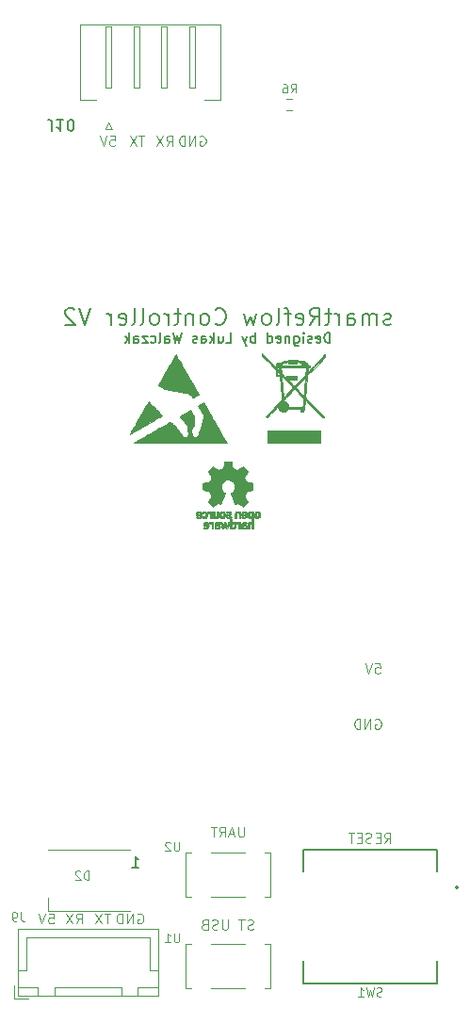
<source format=gbr>
%TF.GenerationSoftware,KiCad,Pcbnew,(6.0.2)*%
%TF.CreationDate,2022-04-29T18:18:38+02:00*%
%TF.ProjectId,reflowControllerV2,7265666c-6f77-4436-9f6e-74726f6c6c65,rev?*%
%TF.SameCoordinates,Original*%
%TF.FileFunction,Legend,Bot*%
%TF.FilePolarity,Positive*%
%FSLAX46Y46*%
G04 Gerber Fmt 4.6, Leading zero omitted, Abs format (unit mm)*
G04 Created by KiCad (PCBNEW (6.0.2)) date 2022-04-29 18:18:38*
%MOMM*%
%LPD*%
G01*
G04 APERTURE LIST*
%ADD10C,0.150000*%
%ADD11C,0.125000*%
%ADD12C,0.200000*%
%ADD13C,0.120000*%
%ADD14C,0.010000*%
%ADD15C,0.127000*%
G04 APERTURE END LIST*
D10*
X30671428Y-28707142D02*
X30671428Y-27807142D01*
X30457142Y-27807142D01*
X30328571Y-27850000D01*
X30242857Y-27935714D01*
X30200000Y-28021428D01*
X30157142Y-28192857D01*
X30157142Y-28321428D01*
X30200000Y-28492857D01*
X30242857Y-28578571D01*
X30328571Y-28664285D01*
X30457142Y-28707142D01*
X30671428Y-28707142D01*
X29428571Y-28664285D02*
X29514285Y-28707142D01*
X29685714Y-28707142D01*
X29771428Y-28664285D01*
X29814285Y-28578571D01*
X29814285Y-28235714D01*
X29771428Y-28150000D01*
X29685714Y-28107142D01*
X29514285Y-28107142D01*
X29428571Y-28150000D01*
X29385714Y-28235714D01*
X29385714Y-28321428D01*
X29814285Y-28407142D01*
X29042857Y-28664285D02*
X28957142Y-28707142D01*
X28785714Y-28707142D01*
X28700000Y-28664285D01*
X28657142Y-28578571D01*
X28657142Y-28535714D01*
X28700000Y-28450000D01*
X28785714Y-28407142D01*
X28914285Y-28407142D01*
X29000000Y-28364285D01*
X29042857Y-28278571D01*
X29042857Y-28235714D01*
X29000000Y-28150000D01*
X28914285Y-28107142D01*
X28785714Y-28107142D01*
X28700000Y-28150000D01*
X28271428Y-28707142D02*
X28271428Y-28107142D01*
X28271428Y-27807142D02*
X28314285Y-27850000D01*
X28271428Y-27892857D01*
X28228571Y-27850000D01*
X28271428Y-27807142D01*
X28271428Y-27892857D01*
X27457142Y-28107142D02*
X27457142Y-28835714D01*
X27500000Y-28921428D01*
X27542857Y-28964285D01*
X27628571Y-29007142D01*
X27757142Y-29007142D01*
X27842857Y-28964285D01*
X27457142Y-28664285D02*
X27542857Y-28707142D01*
X27714285Y-28707142D01*
X27800000Y-28664285D01*
X27842857Y-28621428D01*
X27885714Y-28535714D01*
X27885714Y-28278571D01*
X27842857Y-28192857D01*
X27800000Y-28150000D01*
X27714285Y-28107142D01*
X27542857Y-28107142D01*
X27457142Y-28150000D01*
X27028571Y-28107142D02*
X27028571Y-28707142D01*
X27028571Y-28192857D02*
X26985714Y-28150000D01*
X26900000Y-28107142D01*
X26771428Y-28107142D01*
X26685714Y-28150000D01*
X26642857Y-28235714D01*
X26642857Y-28707142D01*
X25871428Y-28664285D02*
X25957142Y-28707142D01*
X26128571Y-28707142D01*
X26214285Y-28664285D01*
X26257142Y-28578571D01*
X26257142Y-28235714D01*
X26214285Y-28150000D01*
X26128571Y-28107142D01*
X25957142Y-28107142D01*
X25871428Y-28150000D01*
X25828571Y-28235714D01*
X25828571Y-28321428D01*
X26257142Y-28407142D01*
X25057142Y-28707142D02*
X25057142Y-27807142D01*
X25057142Y-28664285D02*
X25142857Y-28707142D01*
X25314285Y-28707142D01*
X25400000Y-28664285D01*
X25442857Y-28621428D01*
X25485714Y-28535714D01*
X25485714Y-28278571D01*
X25442857Y-28192857D01*
X25400000Y-28150000D01*
X25314285Y-28107142D01*
X25142857Y-28107142D01*
X25057142Y-28150000D01*
X23942857Y-28707142D02*
X23942857Y-27807142D01*
X23942857Y-28150000D02*
X23857142Y-28107142D01*
X23685714Y-28107142D01*
X23600000Y-28150000D01*
X23557142Y-28192857D01*
X23514285Y-28278571D01*
X23514285Y-28535714D01*
X23557142Y-28621428D01*
X23600000Y-28664285D01*
X23685714Y-28707142D01*
X23857142Y-28707142D01*
X23942857Y-28664285D01*
X23214285Y-28107142D02*
X23000000Y-28707142D01*
X22785714Y-28107142D02*
X23000000Y-28707142D01*
X23085714Y-28921428D01*
X23128571Y-28964285D01*
X23214285Y-29007142D01*
X21328571Y-28707142D02*
X21757142Y-28707142D01*
X21757142Y-27807142D01*
X20642857Y-28107142D02*
X20642857Y-28707142D01*
X21028571Y-28107142D02*
X21028571Y-28578571D01*
X20985714Y-28664285D01*
X20900000Y-28707142D01*
X20771428Y-28707142D01*
X20685714Y-28664285D01*
X20642857Y-28621428D01*
X20214285Y-28707142D02*
X20214285Y-27807142D01*
X20128571Y-28364285D02*
X19871428Y-28707142D01*
X19871428Y-28107142D02*
X20214285Y-28450000D01*
X19100000Y-28707142D02*
X19100000Y-28235714D01*
X19142857Y-28150000D01*
X19228571Y-28107142D01*
X19400000Y-28107142D01*
X19485714Y-28150000D01*
X19100000Y-28664285D02*
X19185714Y-28707142D01*
X19400000Y-28707142D01*
X19485714Y-28664285D01*
X19528571Y-28578571D01*
X19528571Y-28492857D01*
X19485714Y-28407142D01*
X19400000Y-28364285D01*
X19185714Y-28364285D01*
X19100000Y-28321428D01*
X18714285Y-28664285D02*
X18628571Y-28707142D01*
X18457142Y-28707142D01*
X18371428Y-28664285D01*
X18328571Y-28578571D01*
X18328571Y-28535714D01*
X18371428Y-28450000D01*
X18457142Y-28407142D01*
X18585714Y-28407142D01*
X18671428Y-28364285D01*
X18714285Y-28278571D01*
X18714285Y-28235714D01*
X18671428Y-28150000D01*
X18585714Y-28107142D01*
X18457142Y-28107142D01*
X18371428Y-28150000D01*
X17342857Y-27807142D02*
X17128571Y-28707142D01*
X16957142Y-28064285D01*
X16785714Y-28707142D01*
X16571428Y-27807142D01*
X15842857Y-28707142D02*
X15842857Y-28235714D01*
X15885714Y-28150000D01*
X15971428Y-28107142D01*
X16142857Y-28107142D01*
X16228571Y-28150000D01*
X15842857Y-28664285D02*
X15928571Y-28707142D01*
X16142857Y-28707142D01*
X16228571Y-28664285D01*
X16271428Y-28578571D01*
X16271428Y-28492857D01*
X16228571Y-28407142D01*
X16142857Y-28364285D01*
X15928571Y-28364285D01*
X15842857Y-28321428D01*
X15285714Y-28707142D02*
X15371428Y-28664285D01*
X15414285Y-28578571D01*
X15414285Y-27807142D01*
X14557142Y-28664285D02*
X14642857Y-28707142D01*
X14814285Y-28707142D01*
X14900000Y-28664285D01*
X14942857Y-28621428D01*
X14985714Y-28535714D01*
X14985714Y-28278571D01*
X14942857Y-28192857D01*
X14900000Y-28150000D01*
X14814285Y-28107142D01*
X14642857Y-28107142D01*
X14557142Y-28150000D01*
X14257142Y-28107142D02*
X13785714Y-28107142D01*
X14257142Y-28707142D01*
X13785714Y-28707142D01*
X13057142Y-28707142D02*
X13057142Y-28235714D01*
X13100000Y-28150000D01*
X13185714Y-28107142D01*
X13357142Y-28107142D01*
X13442857Y-28150000D01*
X13057142Y-28664285D02*
X13142857Y-28707142D01*
X13357142Y-28707142D01*
X13442857Y-28664285D01*
X13485714Y-28578571D01*
X13485714Y-28492857D01*
X13442857Y-28407142D01*
X13357142Y-28364285D01*
X13142857Y-28364285D01*
X13057142Y-28321428D01*
X12628571Y-28707142D02*
X12628571Y-27807142D01*
X12542857Y-28364285D02*
X12285714Y-28707142D01*
X12285714Y-28107142D02*
X12628571Y-28450000D01*
D11*
X10875714Y-79997142D02*
X10361428Y-79997142D01*
X10618571Y-80897142D02*
X10618571Y-79997142D01*
X10147142Y-79997142D02*
X9547142Y-80897142D01*
X9547142Y-79997142D02*
X10147142Y-80897142D01*
X13375714Y-80040000D02*
X13461428Y-79997142D01*
X13590000Y-79997142D01*
X13718571Y-80040000D01*
X13804285Y-80125714D01*
X13847142Y-80211428D01*
X13890000Y-80382857D01*
X13890000Y-80511428D01*
X13847142Y-80682857D01*
X13804285Y-80768571D01*
X13718571Y-80854285D01*
X13590000Y-80897142D01*
X13504285Y-80897142D01*
X13375714Y-80854285D01*
X13332857Y-80811428D01*
X13332857Y-80511428D01*
X13504285Y-80511428D01*
X12947142Y-80897142D02*
X12947142Y-79997142D01*
X12432857Y-80897142D01*
X12432857Y-79997142D01*
X12004285Y-80897142D02*
X12004285Y-79997142D01*
X11790000Y-79997142D01*
X11661428Y-80040000D01*
X11575714Y-80125714D01*
X11532857Y-80211428D01*
X11490000Y-80382857D01*
X11490000Y-80511428D01*
X11532857Y-80682857D01*
X11575714Y-80768571D01*
X11661428Y-80854285D01*
X11790000Y-80897142D01*
X12004285Y-80897142D01*
X5361428Y-79997142D02*
X5790000Y-79997142D01*
X5832857Y-80425714D01*
X5790000Y-80382857D01*
X5704285Y-80340000D01*
X5490000Y-80340000D01*
X5404285Y-80382857D01*
X5361428Y-80425714D01*
X5318571Y-80511428D01*
X5318571Y-80725714D01*
X5361428Y-80811428D01*
X5404285Y-80854285D01*
X5490000Y-80897142D01*
X5704285Y-80897142D01*
X5790000Y-80854285D01*
X5832857Y-80811428D01*
X5061428Y-79997142D02*
X4761428Y-80897142D01*
X4461428Y-79997142D01*
X7840000Y-80897142D02*
X8140000Y-80468571D01*
X8354285Y-80897142D02*
X8354285Y-79997142D01*
X8011428Y-79997142D01*
X7925714Y-80040000D01*
X7882857Y-80082857D01*
X7840000Y-80168571D01*
X7840000Y-80297142D01*
X7882857Y-80382857D01*
X7925714Y-80425714D01*
X8011428Y-80468571D01*
X8354285Y-80468571D01*
X7540000Y-79997142D02*
X6940000Y-80897142D01*
X6940000Y-79997142D02*
X7540000Y-80897142D01*
X10871428Y-10107142D02*
X11300000Y-10107142D01*
X11342857Y-10535714D01*
X11300000Y-10492857D01*
X11214285Y-10450000D01*
X11000000Y-10450000D01*
X10914285Y-10492857D01*
X10871428Y-10535714D01*
X10828571Y-10621428D01*
X10828571Y-10835714D01*
X10871428Y-10921428D01*
X10914285Y-10964285D01*
X11000000Y-11007142D01*
X11214285Y-11007142D01*
X11300000Y-10964285D01*
X11342857Y-10921428D01*
X10571428Y-10107142D02*
X10271428Y-11007142D01*
X9971428Y-10107142D01*
X22935714Y-72207142D02*
X22935714Y-72935714D01*
X22892857Y-73021428D01*
X22850000Y-73064285D01*
X22764285Y-73107142D01*
X22592857Y-73107142D01*
X22507142Y-73064285D01*
X22464285Y-73021428D01*
X22421428Y-72935714D01*
X22421428Y-72207142D01*
X22035714Y-72850000D02*
X21607142Y-72850000D01*
X22121428Y-73107142D02*
X21821428Y-72207142D01*
X21521428Y-73107142D01*
X20707142Y-73107142D02*
X21007142Y-72678571D01*
X21221428Y-73107142D02*
X21221428Y-72207142D01*
X20878571Y-72207142D01*
X20792857Y-72250000D01*
X20750000Y-72292857D01*
X20707142Y-72378571D01*
X20707142Y-72507142D01*
X20750000Y-72592857D01*
X20792857Y-72635714D01*
X20878571Y-72678571D01*
X21221428Y-72678571D01*
X20450000Y-72207142D02*
X19935714Y-72207142D01*
X20192857Y-73107142D02*
X20192857Y-72207142D01*
D12*
X36142857Y-27007142D02*
X36000000Y-27078571D01*
X35714285Y-27078571D01*
X35571428Y-27007142D01*
X35500000Y-26864285D01*
X35500000Y-26792857D01*
X35571428Y-26650000D01*
X35714285Y-26578571D01*
X35928571Y-26578571D01*
X36071428Y-26507142D01*
X36142857Y-26364285D01*
X36142857Y-26292857D01*
X36071428Y-26150000D01*
X35928571Y-26078571D01*
X35714285Y-26078571D01*
X35571428Y-26150000D01*
X34857142Y-27078571D02*
X34857142Y-26078571D01*
X34857142Y-26221428D02*
X34785714Y-26150000D01*
X34642857Y-26078571D01*
X34428571Y-26078571D01*
X34285714Y-26150000D01*
X34214285Y-26292857D01*
X34214285Y-27078571D01*
X34214285Y-26292857D02*
X34142857Y-26150000D01*
X34000000Y-26078571D01*
X33785714Y-26078571D01*
X33642857Y-26150000D01*
X33571428Y-26292857D01*
X33571428Y-27078571D01*
X32214285Y-27078571D02*
X32214285Y-26292857D01*
X32285714Y-26150000D01*
X32428571Y-26078571D01*
X32714285Y-26078571D01*
X32857142Y-26150000D01*
X32214285Y-27007142D02*
X32357142Y-27078571D01*
X32714285Y-27078571D01*
X32857142Y-27007142D01*
X32928571Y-26864285D01*
X32928571Y-26721428D01*
X32857142Y-26578571D01*
X32714285Y-26507142D01*
X32357142Y-26507142D01*
X32214285Y-26435714D01*
X31500000Y-27078571D02*
X31500000Y-26078571D01*
X31500000Y-26364285D02*
X31428571Y-26221428D01*
X31357142Y-26150000D01*
X31214285Y-26078571D01*
X31071428Y-26078571D01*
X30785714Y-26078571D02*
X30214285Y-26078571D01*
X30571428Y-25578571D02*
X30571428Y-26864285D01*
X30500000Y-27007142D01*
X30357142Y-27078571D01*
X30214285Y-27078571D01*
X28857142Y-27078571D02*
X29357142Y-26364285D01*
X29714285Y-27078571D02*
X29714285Y-25578571D01*
X29142857Y-25578571D01*
X29000000Y-25650000D01*
X28928571Y-25721428D01*
X28857142Y-25864285D01*
X28857142Y-26078571D01*
X28928571Y-26221428D01*
X29000000Y-26292857D01*
X29142857Y-26364285D01*
X29714285Y-26364285D01*
X27642857Y-27007142D02*
X27785714Y-27078571D01*
X28071428Y-27078571D01*
X28214285Y-27007142D01*
X28285714Y-26864285D01*
X28285714Y-26292857D01*
X28214285Y-26150000D01*
X28071428Y-26078571D01*
X27785714Y-26078571D01*
X27642857Y-26150000D01*
X27571428Y-26292857D01*
X27571428Y-26435714D01*
X28285714Y-26578571D01*
X27142857Y-26078571D02*
X26571428Y-26078571D01*
X26928571Y-27078571D02*
X26928571Y-25792857D01*
X26857142Y-25650000D01*
X26714285Y-25578571D01*
X26571428Y-25578571D01*
X25857142Y-27078571D02*
X26000000Y-27007142D01*
X26071428Y-26864285D01*
X26071428Y-25578571D01*
X25071428Y-27078571D02*
X25214285Y-27007142D01*
X25285714Y-26935714D01*
X25357142Y-26792857D01*
X25357142Y-26364285D01*
X25285714Y-26221428D01*
X25214285Y-26150000D01*
X25071428Y-26078571D01*
X24857142Y-26078571D01*
X24714285Y-26150000D01*
X24642857Y-26221428D01*
X24571428Y-26364285D01*
X24571428Y-26792857D01*
X24642857Y-26935714D01*
X24714285Y-27007142D01*
X24857142Y-27078571D01*
X25071428Y-27078571D01*
X24071428Y-26078571D02*
X23785714Y-27078571D01*
X23499999Y-26364285D01*
X23214285Y-27078571D01*
X22928571Y-26078571D01*
X20357142Y-26935714D02*
X20428571Y-27007142D01*
X20642857Y-27078571D01*
X20785714Y-27078571D01*
X21000000Y-27007142D01*
X21142857Y-26864285D01*
X21214285Y-26721428D01*
X21285714Y-26435714D01*
X21285714Y-26221428D01*
X21214285Y-25935714D01*
X21142857Y-25792857D01*
X21000000Y-25650000D01*
X20785714Y-25578571D01*
X20642857Y-25578571D01*
X20428571Y-25650000D01*
X20357142Y-25721428D01*
X19500000Y-27078571D02*
X19642857Y-27007142D01*
X19714285Y-26935714D01*
X19785714Y-26792857D01*
X19785714Y-26364285D01*
X19714285Y-26221428D01*
X19642857Y-26150000D01*
X19500000Y-26078571D01*
X19285714Y-26078571D01*
X19142857Y-26150000D01*
X19071428Y-26221428D01*
X19000000Y-26364285D01*
X19000000Y-26792857D01*
X19071428Y-26935714D01*
X19142857Y-27007142D01*
X19285714Y-27078571D01*
X19500000Y-27078571D01*
X18357142Y-26078571D02*
X18357142Y-27078571D01*
X18357142Y-26221428D02*
X18285714Y-26150000D01*
X18142857Y-26078571D01*
X17928571Y-26078571D01*
X17785714Y-26150000D01*
X17714285Y-26292857D01*
X17714285Y-27078571D01*
X17214285Y-26078571D02*
X16642857Y-26078571D01*
X17000000Y-25578571D02*
X17000000Y-26864285D01*
X16928571Y-27007142D01*
X16785714Y-27078571D01*
X16642857Y-27078571D01*
X16142857Y-27078571D02*
X16142857Y-26078571D01*
X16142857Y-26364285D02*
X16071428Y-26221428D01*
X16000000Y-26150000D01*
X15857142Y-26078571D01*
X15714285Y-26078571D01*
X15000000Y-27078571D02*
X15142857Y-27007142D01*
X15214285Y-26935714D01*
X15285714Y-26792857D01*
X15285714Y-26364285D01*
X15214285Y-26221428D01*
X15142857Y-26150000D01*
X15000000Y-26078571D01*
X14785714Y-26078571D01*
X14642857Y-26150000D01*
X14571428Y-26221428D01*
X14500000Y-26364285D01*
X14500000Y-26792857D01*
X14571428Y-26935714D01*
X14642857Y-27007142D01*
X14785714Y-27078571D01*
X15000000Y-27078571D01*
X13642857Y-27078571D02*
X13785714Y-27007142D01*
X13857142Y-26864285D01*
X13857142Y-25578571D01*
X12857142Y-27078571D02*
X13000000Y-27007142D01*
X13071428Y-26864285D01*
X13071428Y-25578571D01*
X11714285Y-27007142D02*
X11857142Y-27078571D01*
X12142857Y-27078571D01*
X12285714Y-27007142D01*
X12357142Y-26864285D01*
X12357142Y-26292857D01*
X12285714Y-26150000D01*
X12142857Y-26078571D01*
X11857142Y-26078571D01*
X11714285Y-26150000D01*
X11642857Y-26292857D01*
X11642857Y-26435714D01*
X12357142Y-26578571D01*
X11000000Y-27078571D02*
X11000000Y-26078571D01*
X11000000Y-26364285D02*
X10928571Y-26221428D01*
X10857142Y-26150000D01*
X10714285Y-26078571D01*
X10571428Y-26078571D01*
X9142857Y-25578571D02*
X8642857Y-27078571D01*
X8142857Y-25578571D01*
X7714285Y-25721428D02*
X7642857Y-25650000D01*
X7500000Y-25578571D01*
X7142857Y-25578571D01*
X7000000Y-25650000D01*
X6928571Y-25721428D01*
X6857142Y-25864285D01*
X6857142Y-26007142D01*
X6928571Y-26221428D01*
X7785714Y-27078571D01*
X6857142Y-27078571D01*
D11*
X35557142Y-73657142D02*
X35857142Y-73228571D01*
X36071428Y-73657142D02*
X36071428Y-72757142D01*
X35728571Y-72757142D01*
X35642857Y-72800000D01*
X35600000Y-72842857D01*
X35557142Y-72928571D01*
X35557142Y-73057142D01*
X35600000Y-73142857D01*
X35642857Y-73185714D01*
X35728571Y-73228571D01*
X36071428Y-73228571D01*
X35171428Y-73185714D02*
X34871428Y-73185714D01*
X34742857Y-73657142D02*
X35171428Y-73657142D01*
X35171428Y-72757142D01*
X34742857Y-72757142D01*
X34400000Y-73614285D02*
X34271428Y-73657142D01*
X34057142Y-73657142D01*
X33971428Y-73614285D01*
X33928571Y-73571428D01*
X33885714Y-73485714D01*
X33885714Y-73400000D01*
X33928571Y-73314285D01*
X33971428Y-73271428D01*
X34057142Y-73228571D01*
X34228571Y-73185714D01*
X34314285Y-73142857D01*
X34357142Y-73100000D01*
X34400000Y-73014285D01*
X34400000Y-72928571D01*
X34357142Y-72842857D01*
X34314285Y-72800000D01*
X34228571Y-72757142D01*
X34014285Y-72757142D01*
X33885714Y-72800000D01*
X33500000Y-73185714D02*
X33200000Y-73185714D01*
X33071428Y-73657142D02*
X33500000Y-73657142D01*
X33500000Y-72757142D01*
X33071428Y-72757142D01*
X32814285Y-72757142D02*
X32300000Y-72757142D01*
X32557142Y-73657142D02*
X32557142Y-72757142D01*
X34721428Y-57507142D02*
X35150000Y-57507142D01*
X35192857Y-57935714D01*
X35150000Y-57892857D01*
X35064285Y-57850000D01*
X34850000Y-57850000D01*
X34764285Y-57892857D01*
X34721428Y-57935714D01*
X34678571Y-58021428D01*
X34678571Y-58235714D01*
X34721428Y-58321428D01*
X34764285Y-58364285D01*
X34850000Y-58407142D01*
X35064285Y-58407142D01*
X35150000Y-58364285D01*
X35192857Y-58321428D01*
X34421428Y-57507142D02*
X34121428Y-58407142D01*
X33821428Y-57507142D01*
X23742857Y-81414285D02*
X23614285Y-81457142D01*
X23400000Y-81457142D01*
X23314285Y-81414285D01*
X23271428Y-81371428D01*
X23228571Y-81285714D01*
X23228571Y-81200000D01*
X23271428Y-81114285D01*
X23314285Y-81071428D01*
X23400000Y-81028571D01*
X23571428Y-80985714D01*
X23657142Y-80942857D01*
X23700000Y-80900000D01*
X23742857Y-80814285D01*
X23742857Y-80728571D01*
X23700000Y-80642857D01*
X23657142Y-80600000D01*
X23571428Y-80557142D01*
X23357142Y-80557142D01*
X23228571Y-80600000D01*
X22971428Y-80557142D02*
X22457142Y-80557142D01*
X22714285Y-81457142D02*
X22714285Y-80557142D01*
X21471428Y-80557142D02*
X21471428Y-81285714D01*
X21428571Y-81371428D01*
X21385714Y-81414285D01*
X21300000Y-81457142D01*
X21128571Y-81457142D01*
X21042857Y-81414285D01*
X21000000Y-81371428D01*
X20957142Y-81285714D01*
X20957142Y-80557142D01*
X20571428Y-81414285D02*
X20442857Y-81457142D01*
X20228571Y-81457142D01*
X20142857Y-81414285D01*
X20100000Y-81371428D01*
X20057142Y-81285714D01*
X20057142Y-81200000D01*
X20100000Y-81114285D01*
X20142857Y-81071428D01*
X20228571Y-81028571D01*
X20400000Y-80985714D01*
X20485714Y-80942857D01*
X20528571Y-80900000D01*
X20571428Y-80814285D01*
X20571428Y-80728571D01*
X20528571Y-80642857D01*
X20485714Y-80600000D01*
X20400000Y-80557142D01*
X20185714Y-80557142D01*
X20057142Y-80600000D01*
X19371428Y-80985714D02*
X19242857Y-81028571D01*
X19200000Y-81071428D01*
X19157142Y-81157142D01*
X19157142Y-81285714D01*
X19200000Y-81371428D01*
X19242857Y-81414285D01*
X19328571Y-81457142D01*
X19671428Y-81457142D01*
X19671428Y-80557142D01*
X19371428Y-80557142D01*
X19285714Y-80600000D01*
X19242857Y-80642857D01*
X19200000Y-80728571D01*
X19200000Y-80814285D01*
X19242857Y-80900000D01*
X19285714Y-80942857D01*
X19371428Y-80985714D01*
X19671428Y-80985714D01*
X18985714Y-10150000D02*
X19071428Y-10107142D01*
X19200000Y-10107142D01*
X19328571Y-10150000D01*
X19414285Y-10235714D01*
X19457142Y-10321428D01*
X19500000Y-10492857D01*
X19500000Y-10621428D01*
X19457142Y-10792857D01*
X19414285Y-10878571D01*
X19328571Y-10964285D01*
X19200000Y-11007142D01*
X19114285Y-11007142D01*
X18985714Y-10964285D01*
X18942857Y-10921428D01*
X18942857Y-10621428D01*
X19114285Y-10621428D01*
X18557142Y-11007142D02*
X18557142Y-10107142D01*
X18042857Y-11007142D01*
X18042857Y-10107142D01*
X17614285Y-11007142D02*
X17614285Y-10107142D01*
X17400000Y-10107142D01*
X17271428Y-10150000D01*
X17185714Y-10235714D01*
X17142857Y-10321428D01*
X17100000Y-10492857D01*
X17100000Y-10621428D01*
X17142857Y-10792857D01*
X17185714Y-10878571D01*
X17271428Y-10964285D01*
X17400000Y-11007142D01*
X17614285Y-11007142D01*
X13985714Y-10107142D02*
X13471428Y-10107142D01*
X13728571Y-11007142D02*
X13728571Y-10107142D01*
X13257142Y-10107142D02*
X12657142Y-11007142D01*
X12657142Y-10107142D02*
X13257142Y-11007142D01*
X34735714Y-62550000D02*
X34821428Y-62507142D01*
X34950000Y-62507142D01*
X35078571Y-62550000D01*
X35164285Y-62635714D01*
X35207142Y-62721428D01*
X35250000Y-62892857D01*
X35250000Y-63021428D01*
X35207142Y-63192857D01*
X35164285Y-63278571D01*
X35078571Y-63364285D01*
X34950000Y-63407142D01*
X34864285Y-63407142D01*
X34735714Y-63364285D01*
X34692857Y-63321428D01*
X34692857Y-63021428D01*
X34864285Y-63021428D01*
X34307142Y-63407142D02*
X34307142Y-62507142D01*
X33792857Y-63407142D01*
X33792857Y-62507142D01*
X33364285Y-63407142D02*
X33364285Y-62507142D01*
X33150000Y-62507142D01*
X33021428Y-62550000D01*
X32935714Y-62635714D01*
X32892857Y-62721428D01*
X32850000Y-62892857D01*
X32850000Y-63021428D01*
X32892857Y-63192857D01*
X32935714Y-63278571D01*
X33021428Y-63364285D01*
X33150000Y-63407142D01*
X33364285Y-63407142D01*
X15950000Y-11007142D02*
X16250000Y-10578571D01*
X16464285Y-11007142D02*
X16464285Y-10107142D01*
X16121428Y-10107142D01*
X16035714Y-10150000D01*
X15992857Y-10192857D01*
X15950000Y-10278571D01*
X15950000Y-10407142D01*
X15992857Y-10492857D01*
X16035714Y-10535714D01*
X16121428Y-10578571D01*
X16464285Y-10578571D01*
X15650000Y-10107142D02*
X15050000Y-11007142D01*
X15050000Y-10107142D02*
X15650000Y-11007142D01*
D13*
%TO.C,U2*%
X17109523Y-73561904D02*
X17109523Y-74209523D01*
X17071428Y-74285714D01*
X17033333Y-74323809D01*
X16957142Y-74361904D01*
X16804761Y-74361904D01*
X16728571Y-74323809D01*
X16690476Y-74285714D01*
X16652380Y-74209523D01*
X16652380Y-73561904D01*
X16309523Y-73638095D02*
X16271428Y-73600000D01*
X16195238Y-73561904D01*
X16004761Y-73561904D01*
X15928571Y-73600000D01*
X15890476Y-73638095D01*
X15852380Y-73714285D01*
X15852380Y-73790476D01*
X15890476Y-73904761D01*
X16347619Y-74361904D01*
X15852380Y-74361904D01*
%TO.C,D2*%
X8970476Y-76961904D02*
X8970476Y-76161904D01*
X8780000Y-76161904D01*
X8665714Y-76200000D01*
X8589523Y-76276190D01*
X8551428Y-76352380D01*
X8513333Y-76504761D01*
X8513333Y-76619047D01*
X8551428Y-76771428D01*
X8589523Y-76847619D01*
X8665714Y-76923809D01*
X8780000Y-76961904D01*
X8970476Y-76961904D01*
X8208571Y-76238095D02*
X8170476Y-76200000D01*
X8094285Y-76161904D01*
X7903809Y-76161904D01*
X7827619Y-76200000D01*
X7789523Y-76238095D01*
X7751428Y-76314285D01*
X7751428Y-76390476D01*
X7789523Y-76504761D01*
X8246666Y-76961904D01*
X7751428Y-76961904D01*
D10*
X12864285Y-75852380D02*
X13435714Y-75852380D01*
X13150000Y-75852380D02*
X13150000Y-74852380D01*
X13245238Y-74995238D01*
X13340476Y-75090476D01*
X13435714Y-75138095D01*
D13*
%TO.C,J9*%
X2866666Y-79861904D02*
X2866666Y-80433333D01*
X2904761Y-80547619D01*
X2980952Y-80623809D01*
X3095238Y-80661904D01*
X3171428Y-80661904D01*
X2447619Y-80661904D02*
X2295238Y-80661904D01*
X2219047Y-80623809D01*
X2180952Y-80585714D01*
X2104761Y-80471428D01*
X2066666Y-80319047D01*
X2066666Y-80014285D01*
X2104761Y-79938095D01*
X2142857Y-79900000D01*
X2219047Y-79861904D01*
X2371428Y-79861904D01*
X2447619Y-79900000D01*
X2485714Y-79938095D01*
X2523809Y-80014285D01*
X2523809Y-80204761D01*
X2485714Y-80280952D01*
X2447619Y-80319047D01*
X2371428Y-80357142D01*
X2219047Y-80357142D01*
X2142857Y-80319047D01*
X2104761Y-80280952D01*
X2066666Y-80204761D01*
D10*
%TO.C,J10*%
X5690476Y-9647619D02*
X5690476Y-8933333D01*
X5642857Y-8790476D01*
X5547619Y-8695238D01*
X5404761Y-8647619D01*
X5309523Y-8647619D01*
X6690476Y-8647619D02*
X6119047Y-8647619D01*
X6404761Y-8647619D02*
X6404761Y-9647619D01*
X6309523Y-9504761D01*
X6214285Y-9409523D01*
X6119047Y-9361904D01*
X7309523Y-9647619D02*
X7404761Y-9647619D01*
X7500000Y-9600000D01*
X7547619Y-9552380D01*
X7595238Y-9457142D01*
X7642857Y-9266666D01*
X7642857Y-9028571D01*
X7595238Y-8838095D01*
X7547619Y-8742857D01*
X7500000Y-8695238D01*
X7404761Y-8647619D01*
X7309523Y-8647619D01*
X7214285Y-8695238D01*
X7166666Y-8742857D01*
X7119047Y-8838095D01*
X7071428Y-9028571D01*
X7071428Y-9266666D01*
X7119047Y-9457142D01*
X7166666Y-9552380D01*
X7214285Y-9600000D01*
X7309523Y-9647619D01*
D13*
%TO.C,U1*%
X17109523Y-81761904D02*
X17109523Y-82409523D01*
X17071428Y-82485714D01*
X17033333Y-82523809D01*
X16957142Y-82561904D01*
X16804761Y-82561904D01*
X16728571Y-82523809D01*
X16690476Y-82485714D01*
X16652380Y-82409523D01*
X16652380Y-81761904D01*
X15852380Y-82561904D02*
X16309523Y-82561904D01*
X16080952Y-82561904D02*
X16080952Y-81761904D01*
X16157142Y-81876190D01*
X16233333Y-81952380D01*
X16309523Y-81990476D01*
%TO.C,SW1*%
X35316666Y-87423809D02*
X35202380Y-87461904D01*
X35011904Y-87461904D01*
X34935714Y-87423809D01*
X34897619Y-87385714D01*
X34859523Y-87309523D01*
X34859523Y-87233333D01*
X34897619Y-87157142D01*
X34935714Y-87119047D01*
X35011904Y-87080952D01*
X35164285Y-87042857D01*
X35240476Y-87004761D01*
X35278571Y-86966666D01*
X35316666Y-86890476D01*
X35316666Y-86814285D01*
X35278571Y-86738095D01*
X35240476Y-86700000D01*
X35164285Y-86661904D01*
X34973809Y-86661904D01*
X34859523Y-86700000D01*
X34592857Y-86661904D02*
X34402380Y-87461904D01*
X34250000Y-86890476D01*
X34097619Y-87461904D01*
X33907142Y-86661904D01*
X33183333Y-87461904D02*
X33640476Y-87461904D01*
X33411904Y-87461904D02*
X33411904Y-86661904D01*
X33488095Y-86776190D01*
X33564285Y-86852380D01*
X33640476Y-86890476D01*
%TO.C,R6*%
X27133333Y-6231904D02*
X27400000Y-5850952D01*
X27590476Y-6231904D02*
X27590476Y-5431904D01*
X27285714Y-5431904D01*
X27209523Y-5470000D01*
X27171428Y-5508095D01*
X27133333Y-5584285D01*
X27133333Y-5698571D01*
X27171428Y-5774761D01*
X27209523Y-5812857D01*
X27285714Y-5850952D01*
X27590476Y-5850952D01*
X26447619Y-5431904D02*
X26600000Y-5431904D01*
X26676190Y-5470000D01*
X26714285Y-5508095D01*
X26790476Y-5622380D01*
X26828571Y-5774761D01*
X26828571Y-6079523D01*
X26790476Y-6155714D01*
X26752380Y-6193809D01*
X26676190Y-6231904D01*
X26523809Y-6231904D01*
X26447619Y-6193809D01*
X26409523Y-6155714D01*
X26371428Y-6079523D01*
X26371428Y-5889047D01*
X26409523Y-5812857D01*
X26447619Y-5774761D01*
X26523809Y-5736666D01*
X26676190Y-5736666D01*
X26752380Y-5774761D01*
X26790476Y-5812857D01*
X26828571Y-5889047D01*
D14*
%TO.C,REF\u002A\u002A*%
X20879238Y-43866055D02*
X20815637Y-43900692D01*
X20815637Y-43900692D02*
X20765877Y-43955372D01*
X20765877Y-43955372D02*
X20742432Y-43999842D01*
X20742432Y-43999842D02*
X20732366Y-44039121D01*
X20732366Y-44039121D02*
X20725844Y-44095116D01*
X20725844Y-44095116D02*
X20723049Y-44159621D01*
X20723049Y-44159621D02*
X20724164Y-44224429D01*
X20724164Y-44224429D02*
X20729374Y-44281334D01*
X20729374Y-44281334D02*
X20735459Y-44311727D01*
X20735459Y-44311727D02*
X20755986Y-44353306D01*
X20755986Y-44353306D02*
X20791537Y-44397468D01*
X20791537Y-44397468D02*
X20834381Y-44436087D01*
X20834381Y-44436087D02*
X20876789Y-44461034D01*
X20876789Y-44461034D02*
X20877823Y-44461430D01*
X20877823Y-44461430D02*
X20930447Y-44472331D01*
X20930447Y-44472331D02*
X20992812Y-44472601D01*
X20992812Y-44472601D02*
X21052076Y-44462676D01*
X21052076Y-44462676D02*
X21074960Y-44454722D01*
X21074960Y-44454722D02*
X21133898Y-44421300D01*
X21133898Y-44421300D02*
X21176110Y-44377511D01*
X21176110Y-44377511D02*
X21203844Y-44319538D01*
X21203844Y-44319538D02*
X21219349Y-44243565D01*
X21219349Y-44243565D02*
X21222857Y-44203771D01*
X21222857Y-44203771D02*
X21222410Y-44153766D01*
X21222410Y-44153766D02*
X21087624Y-44153766D01*
X21087624Y-44153766D02*
X21083083Y-44226732D01*
X21083083Y-44226732D02*
X21070014Y-44282334D01*
X21070014Y-44282334D02*
X21049244Y-44317861D01*
X21049244Y-44317861D02*
X21034448Y-44328020D01*
X21034448Y-44328020D02*
X20996536Y-44335104D01*
X20996536Y-44335104D02*
X20951473Y-44333007D01*
X20951473Y-44333007D02*
X20912513Y-44322812D01*
X20912513Y-44322812D02*
X20902296Y-44317204D01*
X20902296Y-44317204D02*
X20875341Y-44284538D01*
X20875341Y-44284538D02*
X20857549Y-44234545D01*
X20857549Y-44234545D02*
X20849976Y-44173705D01*
X20849976Y-44173705D02*
X20853675Y-44108497D01*
X20853675Y-44108497D02*
X20861943Y-44069253D01*
X20861943Y-44069253D02*
X20885680Y-44023805D01*
X20885680Y-44023805D02*
X20923151Y-43995396D01*
X20923151Y-43995396D02*
X20968280Y-43985573D01*
X20968280Y-43985573D02*
X21014989Y-43995887D01*
X21014989Y-43995887D02*
X21050868Y-44021112D01*
X21050868Y-44021112D02*
X21069723Y-44041925D01*
X21069723Y-44041925D02*
X21080728Y-44062439D01*
X21080728Y-44062439D02*
X21085974Y-44090203D01*
X21085974Y-44090203D02*
X21087551Y-44132762D01*
X21087551Y-44132762D02*
X21087624Y-44153766D01*
X21087624Y-44153766D02*
X21222410Y-44153766D01*
X21222410Y-44153766D02*
X21221906Y-44097580D01*
X21221906Y-44097580D02*
X21204612Y-44010501D01*
X21204612Y-44010501D02*
X21170971Y-43942530D01*
X21170971Y-43942530D02*
X21120982Y-43893664D01*
X21120982Y-43893664D02*
X21054644Y-43863899D01*
X21054644Y-43863899D02*
X21040399Y-43860448D01*
X21040399Y-43860448D02*
X20954790Y-43852345D01*
X20954790Y-43852345D02*
X20879238Y-43866055D01*
X20879238Y-43866055D02*
X20879238Y-43866055D01*
G36*
X21219349Y-44243565D02*
G01*
X21203844Y-44319538D01*
X21176110Y-44377511D01*
X21133898Y-44421300D01*
X21074960Y-44454722D01*
X21052076Y-44462676D01*
X20992812Y-44472601D01*
X20930447Y-44472331D01*
X20877823Y-44461430D01*
X20876789Y-44461034D01*
X20834381Y-44436087D01*
X20791537Y-44397468D01*
X20755986Y-44353306D01*
X20735459Y-44311727D01*
X20729374Y-44281334D01*
X20724164Y-44224429D01*
X20723291Y-44173705D01*
X20849976Y-44173705D01*
X20857549Y-44234545D01*
X20875341Y-44284538D01*
X20902296Y-44317204D01*
X20912513Y-44322812D01*
X20951473Y-44333007D01*
X20996536Y-44335104D01*
X21034448Y-44328020D01*
X21049244Y-44317861D01*
X21070014Y-44282334D01*
X21083083Y-44226732D01*
X21087624Y-44153766D01*
X21087551Y-44132762D01*
X21085974Y-44090203D01*
X21080728Y-44062439D01*
X21069723Y-44041925D01*
X21050868Y-44021112D01*
X21014989Y-43995887D01*
X20968280Y-43985573D01*
X20923151Y-43995396D01*
X20885680Y-44023805D01*
X20861943Y-44069253D01*
X20853675Y-44108497D01*
X20849976Y-44173705D01*
X20723291Y-44173705D01*
X20723049Y-44159621D01*
X20725844Y-44095116D01*
X20732366Y-44039121D01*
X20742432Y-43999842D01*
X20765877Y-43955372D01*
X20815637Y-43900692D01*
X20879238Y-43866055D01*
X20954790Y-43852345D01*
X21040399Y-43860448D01*
X21054644Y-43863899D01*
X21120982Y-43893664D01*
X21170971Y-43942530D01*
X21204612Y-44010501D01*
X21221906Y-44097580D01*
X21222410Y-44153766D01*
X21222857Y-44203771D01*
X21219349Y-44243565D01*
G37*
X21219349Y-44243565D02*
X21203844Y-44319538D01*
X21176110Y-44377511D01*
X21133898Y-44421300D01*
X21074960Y-44454722D01*
X21052076Y-44462676D01*
X20992812Y-44472601D01*
X20930447Y-44472331D01*
X20877823Y-44461430D01*
X20876789Y-44461034D01*
X20834381Y-44436087D01*
X20791537Y-44397468D01*
X20755986Y-44353306D01*
X20735459Y-44311727D01*
X20729374Y-44281334D01*
X20724164Y-44224429D01*
X20723291Y-44173705D01*
X20849976Y-44173705D01*
X20857549Y-44234545D01*
X20875341Y-44284538D01*
X20902296Y-44317204D01*
X20912513Y-44322812D01*
X20951473Y-44333007D01*
X20996536Y-44335104D01*
X21034448Y-44328020D01*
X21049244Y-44317861D01*
X21070014Y-44282334D01*
X21083083Y-44226732D01*
X21087624Y-44153766D01*
X21087551Y-44132762D01*
X21085974Y-44090203D01*
X21080728Y-44062439D01*
X21069723Y-44041925D01*
X21050868Y-44021112D01*
X21014989Y-43995887D01*
X20968280Y-43985573D01*
X20923151Y-43995396D01*
X20885680Y-44023805D01*
X20861943Y-44069253D01*
X20853675Y-44108497D01*
X20849976Y-44173705D01*
X20723291Y-44173705D01*
X20723049Y-44159621D01*
X20725844Y-44095116D01*
X20732366Y-44039121D01*
X20742432Y-43999842D01*
X20765877Y-43955372D01*
X20815637Y-43900692D01*
X20879238Y-43866055D01*
X20954790Y-43852345D01*
X21040399Y-43860448D01*
X21054644Y-43863899D01*
X21120982Y-43893664D01*
X21170971Y-43942530D01*
X21204612Y-44010501D01*
X21221906Y-44097580D01*
X21222410Y-44153766D01*
X21222857Y-44203771D01*
X21219349Y-44243565D01*
X22483356Y-44803020D02*
X22464539Y-44808660D01*
X22464539Y-44808660D02*
X22458473Y-44821053D01*
X22458473Y-44821053D02*
X22458218Y-44826647D01*
X22458218Y-44826647D02*
X22457129Y-44842230D01*
X22457129Y-44842230D02*
X22449632Y-44844676D01*
X22449632Y-44844676D02*
X22429381Y-44833993D01*
X22429381Y-44833993D02*
X22417351Y-44826694D01*
X22417351Y-44826694D02*
X22379400Y-44811063D01*
X22379400Y-44811063D02*
X22334072Y-44803334D01*
X22334072Y-44803334D02*
X22286544Y-44802740D01*
X22286544Y-44802740D02*
X22241995Y-44808513D01*
X22241995Y-44808513D02*
X22205602Y-44819884D01*
X22205602Y-44819884D02*
X22182543Y-44836088D01*
X22182543Y-44836088D02*
X22177996Y-44856355D01*
X22177996Y-44856355D02*
X22180291Y-44861843D01*
X22180291Y-44861843D02*
X22197020Y-44884626D01*
X22197020Y-44884626D02*
X22222963Y-44912647D01*
X22222963Y-44912647D02*
X22227655Y-44917177D01*
X22227655Y-44917177D02*
X22252383Y-44938005D01*
X22252383Y-44938005D02*
X22273718Y-44944735D01*
X22273718Y-44944735D02*
X22303555Y-44940038D01*
X22303555Y-44940038D02*
X22315508Y-44936917D01*
X22315508Y-44936917D02*
X22352705Y-44929421D01*
X22352705Y-44929421D02*
X22378859Y-44932792D01*
X22378859Y-44932792D02*
X22400946Y-44944681D01*
X22400946Y-44944681D02*
X22421178Y-44960635D01*
X22421178Y-44960635D02*
X22436079Y-44980700D01*
X22436079Y-44980700D02*
X22446434Y-45008702D01*
X22446434Y-45008702D02*
X22453029Y-45048467D01*
X22453029Y-45048467D02*
X22456649Y-45103823D01*
X22456649Y-45103823D02*
X22458078Y-45178594D01*
X22458078Y-45178594D02*
X22458218Y-45223740D01*
X22458218Y-45223740D02*
X22458218Y-45417822D01*
X22458218Y-45417822D02*
X22583960Y-45417822D01*
X22583960Y-45417822D02*
X22583960Y-44801683D01*
X22583960Y-44801683D02*
X22521089Y-44801683D01*
X22521089Y-44801683D02*
X22483356Y-44803020D01*
X22483356Y-44803020D02*
X22483356Y-44803020D01*
G36*
X22583960Y-45417822D02*
G01*
X22458218Y-45417822D01*
X22458218Y-45223740D01*
X22458078Y-45178594D01*
X22456649Y-45103823D01*
X22453029Y-45048467D01*
X22446434Y-45008702D01*
X22436079Y-44980700D01*
X22421178Y-44960635D01*
X22400946Y-44944681D01*
X22378859Y-44932792D01*
X22352705Y-44929421D01*
X22315508Y-44936917D01*
X22303555Y-44940038D01*
X22273718Y-44944735D01*
X22252383Y-44938005D01*
X22227655Y-44917177D01*
X22222963Y-44912647D01*
X22197020Y-44884626D01*
X22180291Y-44861843D01*
X22177996Y-44856355D01*
X22182543Y-44836088D01*
X22205602Y-44819884D01*
X22241995Y-44808513D01*
X22286544Y-44802740D01*
X22334072Y-44803334D01*
X22379400Y-44811063D01*
X22417351Y-44826694D01*
X22429381Y-44833993D01*
X22449632Y-44844676D01*
X22457129Y-44842230D01*
X22458218Y-44826647D01*
X22458473Y-44821053D01*
X22464539Y-44808660D01*
X22483356Y-44803020D01*
X22521089Y-44801683D01*
X22583960Y-44801683D01*
X22583960Y-45417822D01*
G37*
X22583960Y-45417822D02*
X22458218Y-45417822D01*
X22458218Y-45223740D01*
X22458078Y-45178594D01*
X22456649Y-45103823D01*
X22453029Y-45048467D01*
X22446434Y-45008702D01*
X22436079Y-44980700D01*
X22421178Y-44960635D01*
X22400946Y-44944681D01*
X22378859Y-44932792D01*
X22352705Y-44929421D01*
X22315508Y-44936917D01*
X22303555Y-44940038D01*
X22273718Y-44944735D01*
X22252383Y-44938005D01*
X22227655Y-44917177D01*
X22222963Y-44912647D01*
X22197020Y-44884626D01*
X22180291Y-44861843D01*
X22177996Y-44856355D01*
X22182543Y-44836088D01*
X22205602Y-44819884D01*
X22241995Y-44808513D01*
X22286544Y-44802740D01*
X22334072Y-44803334D01*
X22379400Y-44811063D01*
X22417351Y-44826694D01*
X22429381Y-44833993D01*
X22449632Y-44844676D01*
X22457129Y-44842230D01*
X22458218Y-44826647D01*
X22458473Y-44821053D01*
X22464539Y-44808660D01*
X22483356Y-44803020D01*
X22521089Y-44801683D01*
X22583960Y-44801683D01*
X22583960Y-45417822D01*
X20496633Y-44054342D02*
X20495445Y-44146563D01*
X20495445Y-44146563D02*
X20491103Y-44216610D01*
X20491103Y-44216610D02*
X20482442Y-44267381D01*
X20482442Y-44267381D02*
X20468296Y-44301772D01*
X20468296Y-44301772D02*
X20447500Y-44322679D01*
X20447500Y-44322679D02*
X20418890Y-44333000D01*
X20418890Y-44333000D02*
X20383465Y-44335636D01*
X20383465Y-44335636D02*
X20346364Y-44332682D01*
X20346364Y-44332682D02*
X20318182Y-44321889D01*
X20318182Y-44321889D02*
X20297757Y-44300360D01*
X20297757Y-44300360D02*
X20283921Y-44265199D01*
X20283921Y-44265199D02*
X20275509Y-44213510D01*
X20275509Y-44213510D02*
X20271357Y-44142394D01*
X20271357Y-44142394D02*
X20270297Y-44054342D01*
X20270297Y-44054342D02*
X20270297Y-43858614D01*
X20270297Y-43858614D02*
X20131980Y-43858614D01*
X20131980Y-43858614D02*
X20131980Y-44462179D01*
X20131980Y-44462179D02*
X20201138Y-44462179D01*
X20201138Y-44462179D02*
X20242830Y-44460489D01*
X20242830Y-44460489D02*
X20264299Y-44454556D01*
X20264299Y-44454556D02*
X20270297Y-44443293D01*
X20270297Y-44443293D02*
X20273909Y-44433261D01*
X20273909Y-44433261D02*
X20288286Y-44435383D01*
X20288286Y-44435383D02*
X20317264Y-44449580D01*
X20317264Y-44449580D02*
X20383681Y-44471480D01*
X20383681Y-44471480D02*
X20454125Y-44469928D01*
X20454125Y-44469928D02*
X20521623Y-44446147D01*
X20521623Y-44446147D02*
X20553767Y-44427362D01*
X20553767Y-44427362D02*
X20578285Y-44407022D01*
X20578285Y-44407022D02*
X20596196Y-44381573D01*
X20596196Y-44381573D02*
X20608521Y-44347458D01*
X20608521Y-44347458D02*
X20616277Y-44301121D01*
X20616277Y-44301121D02*
X20620484Y-44239007D01*
X20620484Y-44239007D02*
X20622160Y-44157561D01*
X20622160Y-44157561D02*
X20622376Y-44094578D01*
X20622376Y-44094578D02*
X20622376Y-43858614D01*
X20622376Y-43858614D02*
X20496633Y-43858614D01*
X20496633Y-43858614D02*
X20496633Y-44054342D01*
X20496633Y-44054342D02*
X20496633Y-44054342D01*
G36*
X20270297Y-44054342D02*
G01*
X20271357Y-44142394D01*
X20275509Y-44213510D01*
X20283921Y-44265199D01*
X20297757Y-44300360D01*
X20318182Y-44321889D01*
X20346364Y-44332682D01*
X20383465Y-44335636D01*
X20418890Y-44333000D01*
X20447500Y-44322679D01*
X20468296Y-44301772D01*
X20482442Y-44267381D01*
X20491103Y-44216610D01*
X20495445Y-44146563D01*
X20496633Y-44054342D01*
X20496633Y-43858614D01*
X20622376Y-43858614D01*
X20622376Y-44094578D01*
X20622160Y-44157561D01*
X20620484Y-44239007D01*
X20616277Y-44301121D01*
X20608521Y-44347458D01*
X20596196Y-44381573D01*
X20578285Y-44407022D01*
X20553767Y-44427362D01*
X20521623Y-44446147D01*
X20454125Y-44469928D01*
X20383681Y-44471480D01*
X20317264Y-44449580D01*
X20288286Y-44435383D01*
X20273909Y-44433261D01*
X20270297Y-44443293D01*
X20264299Y-44454556D01*
X20242830Y-44460489D01*
X20201138Y-44462179D01*
X20131980Y-44462179D01*
X20131980Y-43858614D01*
X20270297Y-43858614D01*
X20270297Y-44054342D01*
G37*
X20270297Y-44054342D02*
X20271357Y-44142394D01*
X20275509Y-44213510D01*
X20283921Y-44265199D01*
X20297757Y-44300360D01*
X20318182Y-44321889D01*
X20346364Y-44332682D01*
X20383465Y-44335636D01*
X20418890Y-44333000D01*
X20447500Y-44322679D01*
X20468296Y-44301772D01*
X20482442Y-44267381D01*
X20491103Y-44216610D01*
X20495445Y-44146563D01*
X20496633Y-44054342D01*
X20496633Y-43858614D01*
X20622376Y-43858614D01*
X20622376Y-44094578D01*
X20622160Y-44157561D01*
X20620484Y-44239007D01*
X20616277Y-44301121D01*
X20608521Y-44347458D01*
X20596196Y-44381573D01*
X20578285Y-44407022D01*
X20553767Y-44427362D01*
X20521623Y-44446147D01*
X20454125Y-44469928D01*
X20383681Y-44471480D01*
X20317264Y-44449580D01*
X20288286Y-44435383D01*
X20273909Y-44433261D01*
X20270297Y-44443293D01*
X20264299Y-44454556D01*
X20242830Y-44460489D01*
X20201138Y-44462179D01*
X20131980Y-44462179D01*
X20131980Y-43858614D01*
X20270297Y-43858614D01*
X20270297Y-44054342D01*
X22244012Y-43869002D02*
X22212717Y-43883950D01*
X22212717Y-43883950D02*
X22182409Y-43905541D01*
X22182409Y-43905541D02*
X22159318Y-43930391D01*
X22159318Y-43930391D02*
X22142500Y-43962087D01*
X22142500Y-43962087D02*
X22131006Y-44004214D01*
X22131006Y-44004214D02*
X22123891Y-44060358D01*
X22123891Y-44060358D02*
X22120207Y-44134106D01*
X22120207Y-44134106D02*
X22119008Y-44229044D01*
X22119008Y-44229044D02*
X22118989Y-44238985D01*
X22118989Y-44238985D02*
X22118713Y-44462179D01*
X22118713Y-44462179D02*
X22257030Y-44462179D01*
X22257030Y-44462179D02*
X22257030Y-44256418D01*
X22257030Y-44256418D02*
X22257128Y-44180189D01*
X22257128Y-44180189D02*
X22257809Y-44124939D01*
X22257809Y-44124939D02*
X22259651Y-44086501D01*
X22259651Y-44086501D02*
X22263233Y-44060706D01*
X22263233Y-44060706D02*
X22269132Y-44043384D01*
X22269132Y-44043384D02*
X22277927Y-44030368D01*
X22277927Y-44030368D02*
X22290180Y-44017507D01*
X22290180Y-44017507D02*
X22333047Y-43989873D01*
X22333047Y-43989873D02*
X22379843Y-43984745D01*
X22379843Y-43984745D02*
X22424424Y-44002217D01*
X22424424Y-44002217D02*
X22439928Y-44015221D01*
X22439928Y-44015221D02*
X22451310Y-44027447D01*
X22451310Y-44027447D02*
X22459481Y-44040540D01*
X22459481Y-44040540D02*
X22464974Y-44058615D01*
X22464974Y-44058615D02*
X22468320Y-44085787D01*
X22468320Y-44085787D02*
X22470051Y-44126170D01*
X22470051Y-44126170D02*
X22470697Y-44183879D01*
X22470697Y-44183879D02*
X22470792Y-44254132D01*
X22470792Y-44254132D02*
X22470792Y-44462179D01*
X22470792Y-44462179D02*
X22609109Y-44462179D01*
X22609109Y-44462179D02*
X22609109Y-43858614D01*
X22609109Y-43858614D02*
X22539950Y-43858614D01*
X22539950Y-43858614D02*
X22498428Y-43860256D01*
X22498428Y-43860256D02*
X22477006Y-43866087D01*
X22477006Y-43866087D02*
X22470795Y-43877461D01*
X22470795Y-43877461D02*
X22470792Y-43877798D01*
X22470792Y-43877798D02*
X22467910Y-43888938D01*
X22467910Y-43888938D02*
X22455199Y-43887674D01*
X22455199Y-43887674D02*
X22429926Y-43875434D01*
X22429926Y-43875434D02*
X22372605Y-43857424D01*
X22372605Y-43857424D02*
X22307037Y-43855421D01*
X22307037Y-43855421D02*
X22244012Y-43869002D01*
X22244012Y-43869002D02*
X22244012Y-43869002D01*
G36*
X22372605Y-43857424D02*
G01*
X22429926Y-43875434D01*
X22455199Y-43887674D01*
X22467910Y-43888938D01*
X22470792Y-43877798D01*
X22470795Y-43877461D01*
X22477006Y-43866087D01*
X22498428Y-43860256D01*
X22539950Y-43858614D01*
X22609109Y-43858614D01*
X22609109Y-44462179D01*
X22470792Y-44462179D01*
X22470792Y-44254132D01*
X22470697Y-44183879D01*
X22470051Y-44126170D01*
X22468320Y-44085787D01*
X22464974Y-44058615D01*
X22459481Y-44040540D01*
X22451310Y-44027447D01*
X22439928Y-44015221D01*
X22424424Y-44002217D01*
X22379843Y-43984745D01*
X22333047Y-43989873D01*
X22290180Y-44017507D01*
X22277927Y-44030368D01*
X22269132Y-44043384D01*
X22263233Y-44060706D01*
X22259651Y-44086501D01*
X22257809Y-44124939D01*
X22257128Y-44180189D01*
X22257030Y-44256418D01*
X22257030Y-44462179D01*
X22118713Y-44462179D01*
X22118989Y-44238985D01*
X22119008Y-44229044D01*
X22120207Y-44134106D01*
X22123891Y-44060358D01*
X22131006Y-44004214D01*
X22142500Y-43962087D01*
X22159318Y-43930391D01*
X22182409Y-43905541D01*
X22212717Y-43883950D01*
X22244012Y-43869002D01*
X22307037Y-43855421D01*
X22372605Y-43857424D01*
G37*
X22372605Y-43857424D02*
X22429926Y-43875434D01*
X22455199Y-43887674D01*
X22467910Y-43888938D01*
X22470792Y-43877798D01*
X22470795Y-43877461D01*
X22477006Y-43866087D01*
X22498428Y-43860256D01*
X22539950Y-43858614D01*
X22609109Y-43858614D01*
X22609109Y-44462179D01*
X22470792Y-44462179D01*
X22470792Y-44254132D01*
X22470697Y-44183879D01*
X22470051Y-44126170D01*
X22468320Y-44085787D01*
X22464974Y-44058615D01*
X22459481Y-44040540D01*
X22451310Y-44027447D01*
X22439928Y-44015221D01*
X22424424Y-44002217D01*
X22379843Y-43984745D01*
X22333047Y-43989873D01*
X22290180Y-44017507D01*
X22277927Y-44030368D01*
X22269132Y-44043384D01*
X22263233Y-44060706D01*
X22259651Y-44086501D01*
X22257809Y-44124939D01*
X22257128Y-44180189D01*
X22257030Y-44256418D01*
X22257030Y-44462179D01*
X22118713Y-44462179D01*
X22118989Y-44238985D01*
X22119008Y-44229044D01*
X22120207Y-44134106D01*
X22123891Y-44060358D01*
X22131006Y-44004214D01*
X22142500Y-43962087D01*
X22159318Y-43930391D01*
X22182409Y-43905541D01*
X22212717Y-43883950D01*
X22244012Y-43869002D01*
X22307037Y-43855421D01*
X22372605Y-43857424D01*
X18812102Y-43856457D02*
X18779904Y-43864279D01*
X18779904Y-43864279D02*
X18718175Y-43892921D01*
X18718175Y-43892921D02*
X18665390Y-43936667D01*
X18665390Y-43936667D02*
X18628859Y-43989117D01*
X18628859Y-43989117D02*
X18623840Y-44000893D01*
X18623840Y-44000893D02*
X18616955Y-44031740D01*
X18616955Y-44031740D02*
X18612136Y-44077371D01*
X18612136Y-44077371D02*
X18610495Y-44123492D01*
X18610495Y-44123492D02*
X18610495Y-44210693D01*
X18610495Y-44210693D02*
X18792822Y-44210693D01*
X18792822Y-44210693D02*
X18868021Y-44210978D01*
X18868021Y-44210978D02*
X18920997Y-44212704D01*
X18920997Y-44212704D02*
X18954675Y-44217181D01*
X18954675Y-44217181D02*
X18971980Y-44225720D01*
X18971980Y-44225720D02*
X18975837Y-44239630D01*
X18975837Y-44239630D02*
X18969171Y-44260222D01*
X18969171Y-44260222D02*
X18957230Y-44284315D01*
X18957230Y-44284315D02*
X18923920Y-44324525D01*
X18923920Y-44324525D02*
X18877632Y-44344558D01*
X18877632Y-44344558D02*
X18821056Y-44343905D01*
X18821056Y-44343905D02*
X18756969Y-44322101D01*
X18756969Y-44322101D02*
X18701583Y-44295193D01*
X18701583Y-44295193D02*
X18655625Y-44331532D01*
X18655625Y-44331532D02*
X18609667Y-44367872D01*
X18609667Y-44367872D02*
X18652904Y-44407819D01*
X18652904Y-44407819D02*
X18710626Y-44445563D01*
X18710626Y-44445563D02*
X18781614Y-44468320D01*
X18781614Y-44468320D02*
X18857971Y-44474688D01*
X18857971Y-44474688D02*
X18931801Y-44463268D01*
X18931801Y-44463268D02*
X18943713Y-44459393D01*
X18943713Y-44459393D02*
X19008601Y-44425506D01*
X19008601Y-44425506D02*
X19056870Y-44374986D01*
X19056870Y-44374986D02*
X19089535Y-44306325D01*
X19089535Y-44306325D02*
X19107615Y-44218014D01*
X19107615Y-44218014D02*
X19107825Y-44216121D01*
X19107825Y-44216121D02*
X19109444Y-44119878D01*
X19109444Y-44119878D02*
X19102900Y-44085542D01*
X19102900Y-44085542D02*
X18975148Y-44085542D01*
X18975148Y-44085542D02*
X18963416Y-44090822D01*
X18963416Y-44090822D02*
X18931562Y-44094867D01*
X18931562Y-44094867D02*
X18884603Y-44097176D01*
X18884603Y-44097176D02*
X18854846Y-44097525D01*
X18854846Y-44097525D02*
X18799352Y-44097306D01*
X18799352Y-44097306D02*
X18764654Y-44095916D01*
X18764654Y-44095916D02*
X18746399Y-44092251D01*
X18746399Y-44092251D02*
X18740234Y-44085210D01*
X18740234Y-44085210D02*
X18741805Y-44073690D01*
X18741805Y-44073690D02*
X18743122Y-44069233D01*
X18743122Y-44069233D02*
X18765618Y-44027355D01*
X18765618Y-44027355D02*
X18800997Y-43993604D01*
X18800997Y-43993604D02*
X18832220Y-43978773D01*
X18832220Y-43978773D02*
X18873699Y-43979668D01*
X18873699Y-43979668D02*
X18915731Y-43998164D01*
X18915731Y-43998164D02*
X18950988Y-44028786D01*
X18950988Y-44028786D02*
X18972146Y-44066062D01*
X18972146Y-44066062D02*
X18975148Y-44085542D01*
X18975148Y-44085542D02*
X19102900Y-44085542D01*
X19102900Y-44085542D02*
X19093310Y-44035229D01*
X19093310Y-44035229D02*
X19061302Y-43964191D01*
X19061302Y-43964191D02*
X19015299Y-43908779D01*
X19015299Y-43908779D02*
X18957179Y-43871009D01*
X18957179Y-43871009D02*
X18888820Y-43852896D01*
X18888820Y-43852896D02*
X18812102Y-43856457D01*
X18812102Y-43856457D02*
X18812102Y-43856457D01*
G36*
X19107825Y-44216121D02*
G01*
X19107615Y-44218014D01*
X19089535Y-44306325D01*
X19056870Y-44374986D01*
X19008601Y-44425506D01*
X18943713Y-44459393D01*
X18931801Y-44463268D01*
X18857971Y-44474688D01*
X18781614Y-44468320D01*
X18710626Y-44445563D01*
X18652904Y-44407819D01*
X18609667Y-44367872D01*
X18655625Y-44331532D01*
X18701583Y-44295193D01*
X18756969Y-44322101D01*
X18821056Y-44343905D01*
X18877632Y-44344558D01*
X18923920Y-44324525D01*
X18957230Y-44284315D01*
X18969171Y-44260222D01*
X18975837Y-44239630D01*
X18971980Y-44225720D01*
X18954675Y-44217181D01*
X18920997Y-44212704D01*
X18868021Y-44210978D01*
X18792822Y-44210693D01*
X18610495Y-44210693D01*
X18610495Y-44123492D01*
X18611857Y-44085210D01*
X18740234Y-44085210D01*
X18746399Y-44092251D01*
X18764654Y-44095916D01*
X18799352Y-44097306D01*
X18854846Y-44097525D01*
X18884603Y-44097176D01*
X18931562Y-44094867D01*
X18963416Y-44090822D01*
X18975148Y-44085542D01*
X18972146Y-44066062D01*
X18950988Y-44028786D01*
X18915731Y-43998164D01*
X18873699Y-43979668D01*
X18832220Y-43978773D01*
X18800997Y-43993604D01*
X18765618Y-44027355D01*
X18743122Y-44069233D01*
X18741805Y-44073690D01*
X18740234Y-44085210D01*
X18611857Y-44085210D01*
X18612136Y-44077371D01*
X18616955Y-44031740D01*
X18623840Y-44000893D01*
X18628859Y-43989117D01*
X18665390Y-43936667D01*
X18718175Y-43892921D01*
X18779904Y-43864279D01*
X18812102Y-43856457D01*
X18888820Y-43852896D01*
X18957179Y-43871009D01*
X19015299Y-43908779D01*
X19061302Y-43964191D01*
X19093310Y-44035229D01*
X19102900Y-44085542D01*
X19109444Y-44119878D01*
X19107825Y-44216121D01*
G37*
X19107825Y-44216121D02*
X19107615Y-44218014D01*
X19089535Y-44306325D01*
X19056870Y-44374986D01*
X19008601Y-44425506D01*
X18943713Y-44459393D01*
X18931801Y-44463268D01*
X18857971Y-44474688D01*
X18781614Y-44468320D01*
X18710626Y-44445563D01*
X18652904Y-44407819D01*
X18609667Y-44367872D01*
X18655625Y-44331532D01*
X18701583Y-44295193D01*
X18756969Y-44322101D01*
X18821056Y-44343905D01*
X18877632Y-44344558D01*
X18923920Y-44324525D01*
X18957230Y-44284315D01*
X18969171Y-44260222D01*
X18975837Y-44239630D01*
X18971980Y-44225720D01*
X18954675Y-44217181D01*
X18920997Y-44212704D01*
X18868021Y-44210978D01*
X18792822Y-44210693D01*
X18610495Y-44210693D01*
X18610495Y-44123492D01*
X18611857Y-44085210D01*
X18740234Y-44085210D01*
X18746399Y-44092251D01*
X18764654Y-44095916D01*
X18799352Y-44097306D01*
X18854846Y-44097525D01*
X18884603Y-44097176D01*
X18931562Y-44094867D01*
X18963416Y-44090822D01*
X18975148Y-44085542D01*
X18972146Y-44066062D01*
X18950988Y-44028786D01*
X18915731Y-43998164D01*
X18873699Y-43979668D01*
X18832220Y-43978773D01*
X18800997Y-43993604D01*
X18765618Y-44027355D01*
X18743122Y-44069233D01*
X18741805Y-44073690D01*
X18740234Y-44085210D01*
X18611857Y-44085210D01*
X18612136Y-44077371D01*
X18616955Y-44031740D01*
X18623840Y-44000893D01*
X18628859Y-43989117D01*
X18665390Y-43936667D01*
X18718175Y-43892921D01*
X18779904Y-43864279D01*
X18812102Y-43856457D01*
X18888820Y-43852896D01*
X18957179Y-43871009D01*
X19015299Y-43908779D01*
X19061302Y-43964191D01*
X19093310Y-44035229D01*
X19102900Y-44085542D01*
X19109444Y-44119878D01*
X19107825Y-44216121D01*
X19457419Y-44804970D02*
X19397315Y-44820597D01*
X19397315Y-44820597D02*
X19346979Y-44852848D01*
X19346979Y-44852848D02*
X19322607Y-44876940D01*
X19322607Y-44876940D02*
X19282655Y-44933895D01*
X19282655Y-44933895D02*
X19259758Y-44999965D01*
X19259758Y-44999965D02*
X19251892Y-45081182D01*
X19251892Y-45081182D02*
X19251852Y-45087748D01*
X19251852Y-45087748D02*
X19251782Y-45153763D01*
X19251782Y-45153763D02*
X19631736Y-45153763D01*
X19631736Y-45153763D02*
X19623637Y-45188342D01*
X19623637Y-45188342D02*
X19609013Y-45219659D01*
X19609013Y-45219659D02*
X19583419Y-45252291D01*
X19583419Y-45252291D02*
X19578065Y-45257500D01*
X19578065Y-45257500D02*
X19532057Y-45285694D01*
X19532057Y-45285694D02*
X19479590Y-45290475D01*
X19479590Y-45290475D02*
X19419197Y-45271926D01*
X19419197Y-45271926D02*
X19408960Y-45266931D01*
X19408960Y-45266931D02*
X19377561Y-45251745D01*
X19377561Y-45251745D02*
X19356530Y-45243094D01*
X19356530Y-45243094D02*
X19352861Y-45242293D01*
X19352861Y-45242293D02*
X19340052Y-45250063D01*
X19340052Y-45250063D02*
X19315622Y-45269072D01*
X19315622Y-45269072D02*
X19303221Y-45279460D01*
X19303221Y-45279460D02*
X19277524Y-45303321D01*
X19277524Y-45303321D02*
X19269085Y-45319077D01*
X19269085Y-45319077D02*
X19274942Y-45333571D01*
X19274942Y-45333571D02*
X19278072Y-45337534D01*
X19278072Y-45337534D02*
X19299275Y-45354879D01*
X19299275Y-45354879D02*
X19334262Y-45375959D01*
X19334262Y-45375959D02*
X19358663Y-45388265D01*
X19358663Y-45388265D02*
X19427928Y-45409946D01*
X19427928Y-45409946D02*
X19504612Y-45416971D01*
X19504612Y-45416971D02*
X19577235Y-45408647D01*
X19577235Y-45408647D02*
X19597574Y-45402686D01*
X19597574Y-45402686D02*
X19660524Y-45368952D01*
X19660524Y-45368952D02*
X19707185Y-45317045D01*
X19707185Y-45317045D02*
X19737827Y-45246459D01*
X19737827Y-45246459D02*
X19752718Y-45156692D01*
X19752718Y-45156692D02*
X19754353Y-45109753D01*
X19754353Y-45109753D02*
X19749579Y-45041413D01*
X19749579Y-45041413D02*
X19629010Y-45041413D01*
X19629010Y-45041413D02*
X19617348Y-45046465D01*
X19617348Y-45046465D02*
X19586002Y-45050429D01*
X19586002Y-45050429D02*
X19540429Y-45052768D01*
X19540429Y-45052768D02*
X19509554Y-45053169D01*
X19509554Y-45053169D02*
X19454019Y-45052783D01*
X19454019Y-45052783D02*
X19418967Y-45050975D01*
X19418967Y-45050975D02*
X19399738Y-45046773D01*
X19399738Y-45046773D02*
X19391670Y-45039203D01*
X19391670Y-45039203D02*
X19390099Y-45028218D01*
X19390099Y-45028218D02*
X19400879Y-44994381D01*
X19400879Y-44994381D02*
X19428020Y-44960940D01*
X19428020Y-44960940D02*
X19463723Y-44935272D01*
X19463723Y-44935272D02*
X19499440Y-44924772D01*
X19499440Y-44924772D02*
X19547952Y-44934086D01*
X19547952Y-44934086D02*
X19589947Y-44961013D01*
X19589947Y-44961013D02*
X19619064Y-44999827D01*
X19619064Y-44999827D02*
X19629010Y-45041413D01*
X19629010Y-45041413D02*
X19749579Y-45041413D01*
X19749579Y-45041413D02*
X19747401Y-45010236D01*
X19747401Y-45010236D02*
X19725945Y-44930949D01*
X19725945Y-44930949D02*
X19689530Y-44871263D01*
X19689530Y-44871263D02*
X19637703Y-44830549D01*
X19637703Y-44830549D02*
X19570010Y-44808179D01*
X19570010Y-44808179D02*
X19533338Y-44803871D01*
X19533338Y-44803871D02*
X19457419Y-44804970D01*
X19457419Y-44804970D02*
X19457419Y-44804970D01*
G36*
X19752718Y-45156692D02*
G01*
X19737827Y-45246459D01*
X19707185Y-45317045D01*
X19660524Y-45368952D01*
X19597574Y-45402686D01*
X19577235Y-45408647D01*
X19504612Y-45416971D01*
X19427928Y-45409946D01*
X19358663Y-45388265D01*
X19334262Y-45375959D01*
X19299275Y-45354879D01*
X19278072Y-45337534D01*
X19274942Y-45333571D01*
X19269085Y-45319077D01*
X19277524Y-45303321D01*
X19303221Y-45279460D01*
X19315622Y-45269072D01*
X19340052Y-45250063D01*
X19352861Y-45242293D01*
X19356530Y-45243094D01*
X19377561Y-45251745D01*
X19408960Y-45266931D01*
X19419197Y-45271926D01*
X19479590Y-45290475D01*
X19532057Y-45285694D01*
X19578065Y-45257500D01*
X19583419Y-45252291D01*
X19609013Y-45219659D01*
X19623637Y-45188342D01*
X19631736Y-45153763D01*
X19251782Y-45153763D01*
X19251852Y-45087748D01*
X19251892Y-45081182D01*
X19257022Y-45028218D01*
X19390099Y-45028218D01*
X19391670Y-45039203D01*
X19399738Y-45046773D01*
X19418967Y-45050975D01*
X19454019Y-45052783D01*
X19509554Y-45053169D01*
X19540429Y-45052768D01*
X19586002Y-45050429D01*
X19617348Y-45046465D01*
X19629010Y-45041413D01*
X19619064Y-44999827D01*
X19589947Y-44961013D01*
X19547952Y-44934086D01*
X19499440Y-44924772D01*
X19463723Y-44935272D01*
X19428020Y-44960940D01*
X19400879Y-44994381D01*
X19390099Y-45028218D01*
X19257022Y-45028218D01*
X19259758Y-44999965D01*
X19282655Y-44933895D01*
X19322607Y-44876940D01*
X19346979Y-44852848D01*
X19397315Y-44820597D01*
X19457419Y-44804970D01*
X19533338Y-44803871D01*
X19570010Y-44808179D01*
X19637703Y-44830549D01*
X19689530Y-44871263D01*
X19725945Y-44930949D01*
X19747401Y-45010236D01*
X19749579Y-45041413D01*
X19754353Y-45109753D01*
X19752718Y-45156692D01*
G37*
X19752718Y-45156692D02*
X19737827Y-45246459D01*
X19707185Y-45317045D01*
X19660524Y-45368952D01*
X19597574Y-45402686D01*
X19577235Y-45408647D01*
X19504612Y-45416971D01*
X19427928Y-45409946D01*
X19358663Y-45388265D01*
X19334262Y-45375959D01*
X19299275Y-45354879D01*
X19278072Y-45337534D01*
X19274942Y-45333571D01*
X19269085Y-45319077D01*
X19277524Y-45303321D01*
X19303221Y-45279460D01*
X19315622Y-45269072D01*
X19340052Y-45250063D01*
X19352861Y-45242293D01*
X19356530Y-45243094D01*
X19377561Y-45251745D01*
X19408960Y-45266931D01*
X19419197Y-45271926D01*
X19479590Y-45290475D01*
X19532057Y-45285694D01*
X19578065Y-45257500D01*
X19583419Y-45252291D01*
X19609013Y-45219659D01*
X19623637Y-45188342D01*
X19631736Y-45153763D01*
X19251782Y-45153763D01*
X19251852Y-45087748D01*
X19251892Y-45081182D01*
X19257022Y-45028218D01*
X19390099Y-45028218D01*
X19391670Y-45039203D01*
X19399738Y-45046773D01*
X19418967Y-45050975D01*
X19454019Y-45052783D01*
X19509554Y-45053169D01*
X19540429Y-45052768D01*
X19586002Y-45050429D01*
X19617348Y-45046465D01*
X19629010Y-45041413D01*
X19619064Y-44999827D01*
X19589947Y-44961013D01*
X19547952Y-44934086D01*
X19499440Y-44924772D01*
X19463723Y-44935272D01*
X19428020Y-44960940D01*
X19400879Y-44994381D01*
X19390099Y-45028218D01*
X19257022Y-45028218D01*
X19259758Y-44999965D01*
X19282655Y-44933895D01*
X19322607Y-44876940D01*
X19346979Y-44852848D01*
X19397315Y-44820597D01*
X19457419Y-44804970D01*
X19533338Y-44803871D01*
X19570010Y-44808179D01*
X19637703Y-44830549D01*
X19689530Y-44871263D01*
X19725945Y-44930949D01*
X19747401Y-45010236D01*
X19749579Y-45041413D01*
X19754353Y-45109753D01*
X19752718Y-45156692D01*
X19272774Y-43863880D02*
X19199920Y-43894830D01*
X19199920Y-43894830D02*
X19176973Y-43909895D01*
X19176973Y-43909895D02*
X19147646Y-43933048D01*
X19147646Y-43933048D02*
X19129236Y-43951253D01*
X19129236Y-43951253D02*
X19126039Y-43957183D01*
X19126039Y-43957183D02*
X19135065Y-43970340D01*
X19135065Y-43970340D02*
X19158163Y-43992667D01*
X19158163Y-43992667D02*
X19176656Y-44008250D01*
X19176656Y-44008250D02*
X19227272Y-44048926D01*
X19227272Y-44048926D02*
X19267240Y-44015295D01*
X19267240Y-44015295D02*
X19298126Y-43993584D01*
X19298126Y-43993584D02*
X19328241Y-43986090D01*
X19328241Y-43986090D02*
X19362708Y-43987920D01*
X19362708Y-43987920D02*
X19417439Y-44001528D01*
X19417439Y-44001528D02*
X19455114Y-44029772D01*
X19455114Y-44029772D02*
X19478009Y-44075433D01*
X19478009Y-44075433D02*
X19488403Y-44141289D01*
X19488403Y-44141289D02*
X19488405Y-44141331D01*
X19488405Y-44141331D02*
X19487506Y-44214939D01*
X19487506Y-44214939D02*
X19473537Y-44268946D01*
X19473537Y-44268946D02*
X19445672Y-44305716D01*
X19445672Y-44305716D02*
X19426675Y-44318168D01*
X19426675Y-44318168D02*
X19376224Y-44333673D01*
X19376224Y-44333673D02*
X19322337Y-44333683D01*
X19322337Y-44333683D02*
X19275454Y-44318638D01*
X19275454Y-44318638D02*
X19264356Y-44311287D01*
X19264356Y-44311287D02*
X19236524Y-44292511D01*
X19236524Y-44292511D02*
X19214764Y-44289434D01*
X19214764Y-44289434D02*
X19191296Y-44303409D01*
X19191296Y-44303409D02*
X19165351Y-44328510D01*
X19165351Y-44328510D02*
X19124284Y-44370880D01*
X19124284Y-44370880D02*
X19169879Y-44408464D01*
X19169879Y-44408464D02*
X19240326Y-44450882D01*
X19240326Y-44450882D02*
X19319767Y-44471785D01*
X19319767Y-44471785D02*
X19402785Y-44470272D01*
X19402785Y-44470272D02*
X19457306Y-44456411D01*
X19457306Y-44456411D02*
X19521030Y-44422135D01*
X19521030Y-44422135D02*
X19571995Y-44368212D01*
X19571995Y-44368212D02*
X19595149Y-44330149D01*
X19595149Y-44330149D02*
X19613901Y-44275536D01*
X19613901Y-44275536D02*
X19623285Y-44206369D01*
X19623285Y-44206369D02*
X19623357Y-44131407D01*
X19623357Y-44131407D02*
X19614176Y-44059409D01*
X19614176Y-44059409D02*
X19595801Y-43999137D01*
X19595801Y-43999137D02*
X19592907Y-43992958D01*
X19592907Y-43992958D02*
X19550048Y-43932351D01*
X19550048Y-43932351D02*
X19492021Y-43888224D01*
X19492021Y-43888224D02*
X19423409Y-43861493D01*
X19423409Y-43861493D02*
X19348799Y-43853073D01*
X19348799Y-43853073D02*
X19272774Y-43863880D01*
X19272774Y-43863880D02*
X19272774Y-43863880D01*
G36*
X19423409Y-43861493D02*
G01*
X19492021Y-43888224D01*
X19550048Y-43932351D01*
X19592907Y-43992958D01*
X19595801Y-43999137D01*
X19614176Y-44059409D01*
X19623357Y-44131407D01*
X19623285Y-44206369D01*
X19613901Y-44275536D01*
X19595149Y-44330149D01*
X19571995Y-44368212D01*
X19521030Y-44422135D01*
X19457306Y-44456411D01*
X19402785Y-44470272D01*
X19319767Y-44471785D01*
X19240326Y-44450882D01*
X19169879Y-44408464D01*
X19124284Y-44370880D01*
X19165351Y-44328510D01*
X19191296Y-44303409D01*
X19214764Y-44289434D01*
X19236524Y-44292511D01*
X19264356Y-44311287D01*
X19275454Y-44318638D01*
X19322337Y-44333683D01*
X19376224Y-44333673D01*
X19426675Y-44318168D01*
X19445672Y-44305716D01*
X19473537Y-44268946D01*
X19487506Y-44214939D01*
X19488405Y-44141331D01*
X19488403Y-44141289D01*
X19478009Y-44075433D01*
X19455114Y-44029772D01*
X19417439Y-44001528D01*
X19362708Y-43987920D01*
X19328241Y-43986090D01*
X19298126Y-43993584D01*
X19267240Y-44015295D01*
X19227272Y-44048926D01*
X19176656Y-44008250D01*
X19158163Y-43992667D01*
X19135065Y-43970340D01*
X19126039Y-43957183D01*
X19129236Y-43951253D01*
X19147646Y-43933048D01*
X19176973Y-43909895D01*
X19199920Y-43894830D01*
X19272774Y-43863880D01*
X19348799Y-43853073D01*
X19423409Y-43861493D01*
G37*
X19423409Y-43861493D02*
X19492021Y-43888224D01*
X19550048Y-43932351D01*
X19592907Y-43992958D01*
X19595801Y-43999137D01*
X19614176Y-44059409D01*
X19623357Y-44131407D01*
X19623285Y-44206369D01*
X19613901Y-44275536D01*
X19595149Y-44330149D01*
X19571995Y-44368212D01*
X19521030Y-44422135D01*
X19457306Y-44456411D01*
X19402785Y-44470272D01*
X19319767Y-44471785D01*
X19240326Y-44450882D01*
X19169879Y-44408464D01*
X19124284Y-44370880D01*
X19165351Y-44328510D01*
X19191296Y-44303409D01*
X19214764Y-44289434D01*
X19236524Y-44292511D01*
X19264356Y-44311287D01*
X19275454Y-44318638D01*
X19322337Y-44333683D01*
X19376224Y-44333673D01*
X19426675Y-44318168D01*
X19445672Y-44305716D01*
X19473537Y-44268946D01*
X19487506Y-44214939D01*
X19488405Y-44141331D01*
X19488403Y-44141289D01*
X19478009Y-44075433D01*
X19455114Y-44029772D01*
X19417439Y-44001528D01*
X19362708Y-43987920D01*
X19328241Y-43986090D01*
X19298126Y-43993584D01*
X19267240Y-44015295D01*
X19227272Y-44048926D01*
X19176656Y-44008250D01*
X19158163Y-43992667D01*
X19135065Y-43970340D01*
X19126039Y-43957183D01*
X19129236Y-43951253D01*
X19147646Y-43933048D01*
X19176973Y-43909895D01*
X19199920Y-43894830D01*
X19272774Y-43863880D01*
X19348799Y-43853073D01*
X19423409Y-43861493D01*
X21113036Y-39690018D02*
X21056188Y-39991570D01*
X21056188Y-39991570D02*
X20636662Y-40164512D01*
X20636662Y-40164512D02*
X20385016Y-39993395D01*
X20385016Y-39993395D02*
X20314542Y-39945750D01*
X20314542Y-39945750D02*
X20250837Y-39903210D01*
X20250837Y-39903210D02*
X20196874Y-39867715D01*
X20196874Y-39867715D02*
X20155627Y-39841210D01*
X20155627Y-39841210D02*
X20130066Y-39825636D01*
X20130066Y-39825636D02*
X20123105Y-39822278D01*
X20123105Y-39822278D02*
X20110565Y-39830914D01*
X20110565Y-39830914D02*
X20083769Y-39854792D01*
X20083769Y-39854792D02*
X20045720Y-39890859D01*
X20045720Y-39890859D02*
X19999421Y-39936067D01*
X19999421Y-39936067D02*
X19947877Y-39987364D01*
X19947877Y-39987364D02*
X19894091Y-40041701D01*
X19894091Y-40041701D02*
X19841065Y-40096028D01*
X19841065Y-40096028D02*
X19791805Y-40147295D01*
X19791805Y-40147295D02*
X19749313Y-40192451D01*
X19749313Y-40192451D02*
X19716593Y-40228446D01*
X19716593Y-40228446D02*
X19696649Y-40252230D01*
X19696649Y-40252230D02*
X19691881Y-40260190D01*
X19691881Y-40260190D02*
X19698743Y-40274865D01*
X19698743Y-40274865D02*
X19717980Y-40307014D01*
X19717980Y-40307014D02*
X19747570Y-40353492D01*
X19747570Y-40353492D02*
X19785490Y-40411156D01*
X19785490Y-40411156D02*
X19829718Y-40476860D01*
X19829718Y-40476860D02*
X19855346Y-40514336D01*
X19855346Y-40514336D02*
X19902059Y-40582768D01*
X19902059Y-40582768D02*
X19943568Y-40644520D01*
X19943568Y-40644520D02*
X19977860Y-40696519D01*
X19977860Y-40696519D02*
X20002920Y-40735692D01*
X20002920Y-40735692D02*
X20016736Y-40758965D01*
X20016736Y-40758965D02*
X20018812Y-40763855D01*
X20018812Y-40763855D02*
X20014105Y-40777755D01*
X20014105Y-40777755D02*
X20001277Y-40810150D01*
X20001277Y-40810150D02*
X19982262Y-40856485D01*
X19982262Y-40856485D02*
X19958997Y-40912206D01*
X19958997Y-40912206D02*
X19933416Y-40972758D01*
X19933416Y-40972758D02*
X19907455Y-41033586D01*
X19907455Y-41033586D02*
X19883050Y-41090136D01*
X19883050Y-41090136D02*
X19862137Y-41137852D01*
X19862137Y-41137852D02*
X19846651Y-41172181D01*
X19846651Y-41172181D02*
X19838528Y-41188568D01*
X19838528Y-41188568D02*
X19838048Y-41189212D01*
X19838048Y-41189212D02*
X19825293Y-41192341D01*
X19825293Y-41192341D02*
X19791323Y-41199321D01*
X19791323Y-41199321D02*
X19739660Y-41209467D01*
X19739660Y-41209467D02*
X19673824Y-41222092D01*
X19673824Y-41222092D02*
X19597336Y-41236509D01*
X19597336Y-41236509D02*
X19552710Y-41244823D01*
X19552710Y-41244823D02*
X19470979Y-41260384D01*
X19470979Y-41260384D02*
X19397157Y-41275192D01*
X19397157Y-41275192D02*
X19334979Y-41288436D01*
X19334979Y-41288436D02*
X19288178Y-41299305D01*
X19288178Y-41299305D02*
X19260491Y-41306989D01*
X19260491Y-41306989D02*
X19254926Y-41309427D01*
X19254926Y-41309427D02*
X19249474Y-41325930D01*
X19249474Y-41325930D02*
X19245076Y-41363200D01*
X19245076Y-41363200D02*
X19241728Y-41416880D01*
X19241728Y-41416880D02*
X19239426Y-41482612D01*
X19239426Y-41482612D02*
X19238168Y-41556037D01*
X19238168Y-41556037D02*
X19237952Y-41632796D01*
X19237952Y-41632796D02*
X19238773Y-41708532D01*
X19238773Y-41708532D02*
X19240629Y-41778886D01*
X19240629Y-41778886D02*
X19243518Y-41839500D01*
X19243518Y-41839500D02*
X19247435Y-41886016D01*
X19247435Y-41886016D02*
X19252378Y-41914075D01*
X19252378Y-41914075D02*
X19255343Y-41919916D01*
X19255343Y-41919916D02*
X19273066Y-41926917D01*
X19273066Y-41926917D02*
X19310619Y-41936927D01*
X19310619Y-41936927D02*
X19363036Y-41948769D01*
X19363036Y-41948769D02*
X19425348Y-41961267D01*
X19425348Y-41961267D02*
X19447100Y-41965310D01*
X19447100Y-41965310D02*
X19551976Y-41984520D01*
X19551976Y-41984520D02*
X19634820Y-41999991D01*
X19634820Y-41999991D02*
X19698370Y-42012337D01*
X19698370Y-42012337D02*
X19745363Y-42022173D01*
X19745363Y-42022173D02*
X19778537Y-42030114D01*
X19778537Y-42030114D02*
X19800629Y-42036776D01*
X19800629Y-42036776D02*
X19814376Y-42042773D01*
X19814376Y-42042773D02*
X19822516Y-42048719D01*
X19822516Y-42048719D02*
X19823655Y-42049894D01*
X19823655Y-42049894D02*
X19835023Y-42068826D01*
X19835023Y-42068826D02*
X19852365Y-42105669D01*
X19852365Y-42105669D02*
X19873950Y-42155913D01*
X19873950Y-42155913D02*
X19898046Y-42215046D01*
X19898046Y-42215046D02*
X19922921Y-42278556D01*
X19922921Y-42278556D02*
X19946843Y-42341932D01*
X19946843Y-42341932D02*
X19968081Y-42400662D01*
X19968081Y-42400662D02*
X19984903Y-42450235D01*
X19984903Y-42450235D02*
X19995578Y-42486139D01*
X19995578Y-42486139D02*
X19998373Y-42503862D01*
X19998373Y-42503862D02*
X19998140Y-42504483D01*
X19998140Y-42504483D02*
X19988669Y-42518970D01*
X19988669Y-42518970D02*
X19967182Y-42550844D01*
X19967182Y-42550844D02*
X19935937Y-42596789D01*
X19935937Y-42596789D02*
X19897193Y-42653485D01*
X19897193Y-42653485D02*
X19853207Y-42717617D01*
X19853207Y-42717617D02*
X19840681Y-42735842D01*
X19840681Y-42735842D02*
X19796016Y-42801914D01*
X19796016Y-42801914D02*
X19756712Y-42862200D01*
X19756712Y-42862200D02*
X19724912Y-42913235D01*
X19724912Y-42913235D02*
X19702755Y-42951560D01*
X19702755Y-42951560D02*
X19692383Y-42973711D01*
X19692383Y-42973711D02*
X19691881Y-42976432D01*
X19691881Y-42976432D02*
X19700595Y-42990736D01*
X19700595Y-42990736D02*
X19724675Y-43019072D01*
X19724675Y-43019072D02*
X19761024Y-43058396D01*
X19761024Y-43058396D02*
X19806547Y-43105661D01*
X19806547Y-43105661D02*
X19858148Y-43157823D01*
X19858148Y-43157823D02*
X19912733Y-43211835D01*
X19912733Y-43211835D02*
X19967206Y-43264653D01*
X19967206Y-43264653D02*
X20018471Y-43313231D01*
X20018471Y-43313231D02*
X20063433Y-43354523D01*
X20063433Y-43354523D02*
X20098996Y-43385485D01*
X20098996Y-43385485D02*
X20122065Y-43403070D01*
X20122065Y-43403070D02*
X20128446Y-43405941D01*
X20128446Y-43405941D02*
X20143301Y-43399178D01*
X20143301Y-43399178D02*
X20173714Y-43380939D01*
X20173714Y-43380939D02*
X20214732Y-43354297D01*
X20214732Y-43354297D02*
X20246291Y-43332852D01*
X20246291Y-43332852D02*
X20303475Y-43293503D01*
X20303475Y-43293503D02*
X20371194Y-43247171D01*
X20371194Y-43247171D02*
X20439120Y-43200913D01*
X20439120Y-43200913D02*
X20475639Y-43176155D01*
X20475639Y-43176155D02*
X20599248Y-43092547D01*
X20599248Y-43092547D02*
X20703009Y-43148650D01*
X20703009Y-43148650D02*
X20750280Y-43173228D01*
X20750280Y-43173228D02*
X20790477Y-43192331D01*
X20790477Y-43192331D02*
X20817674Y-43203227D01*
X20817674Y-43203227D02*
X20824598Y-43204743D01*
X20824598Y-43204743D02*
X20832923Y-43193549D01*
X20832923Y-43193549D02*
X20849346Y-43161917D01*
X20849346Y-43161917D02*
X20872643Y-43112765D01*
X20872643Y-43112765D02*
X20901586Y-43049010D01*
X20901586Y-43049010D02*
X20934950Y-42973571D01*
X20934950Y-42973571D02*
X20971509Y-42889364D01*
X20971509Y-42889364D02*
X21010036Y-42799308D01*
X21010036Y-42799308D02*
X21049306Y-42706321D01*
X21049306Y-42706321D02*
X21088092Y-42613320D01*
X21088092Y-42613320D02*
X21125170Y-42523223D01*
X21125170Y-42523223D02*
X21159311Y-42438948D01*
X21159311Y-42438948D02*
X21189292Y-42363413D01*
X21189292Y-42363413D02*
X21213884Y-42299534D01*
X21213884Y-42299534D02*
X21231864Y-42250231D01*
X21231864Y-42250231D02*
X21242003Y-42218421D01*
X21242003Y-42218421D02*
X21243634Y-42207496D01*
X21243634Y-42207496D02*
X21230709Y-42193561D01*
X21230709Y-42193561D02*
X21202411Y-42170940D01*
X21202411Y-42170940D02*
X21164654Y-42144333D01*
X21164654Y-42144333D02*
X21161485Y-42142228D01*
X21161485Y-42142228D02*
X21063900Y-42064114D01*
X21063900Y-42064114D02*
X20985214Y-41972982D01*
X20985214Y-41972982D02*
X20926109Y-41871745D01*
X20926109Y-41871745D02*
X20887268Y-41763318D01*
X20887268Y-41763318D02*
X20869372Y-41650614D01*
X20869372Y-41650614D02*
X20873103Y-41536548D01*
X20873103Y-41536548D02*
X20899143Y-41424034D01*
X20899143Y-41424034D02*
X20948175Y-41315985D01*
X20948175Y-41315985D02*
X20962600Y-41292345D01*
X20962600Y-41292345D02*
X21037631Y-41196887D01*
X21037631Y-41196887D02*
X21126270Y-41120232D01*
X21126270Y-41120232D02*
X21225451Y-41062780D01*
X21225451Y-41062780D02*
X21332105Y-41024929D01*
X21332105Y-41024929D02*
X21443164Y-41007078D01*
X21443164Y-41007078D02*
X21555561Y-41009625D01*
X21555561Y-41009625D02*
X21666227Y-41032970D01*
X21666227Y-41032970D02*
X21772094Y-41077510D01*
X21772094Y-41077510D02*
X21870095Y-41143645D01*
X21870095Y-41143645D02*
X21900410Y-41170487D01*
X21900410Y-41170487D02*
X21977562Y-41254512D01*
X21977562Y-41254512D02*
X22033782Y-41342966D01*
X22033782Y-41342966D02*
X22072347Y-41442115D01*
X22072347Y-41442115D02*
X22093826Y-41540303D01*
X22093826Y-41540303D02*
X22099128Y-41650697D01*
X22099128Y-41650697D02*
X22081448Y-41761640D01*
X22081448Y-41761640D02*
X22042581Y-41869381D01*
X22042581Y-41869381D02*
X21984323Y-41970169D01*
X21984323Y-41970169D02*
X21908469Y-42060256D01*
X21908469Y-42060256D02*
X21816817Y-42135892D01*
X21816817Y-42135892D02*
X21804772Y-42143864D01*
X21804772Y-42143864D02*
X21766611Y-42169974D01*
X21766611Y-42169974D02*
X21737601Y-42192595D01*
X21737601Y-42192595D02*
X21723732Y-42207039D01*
X21723732Y-42207039D02*
X21723531Y-42207496D01*
X21723531Y-42207496D02*
X21726508Y-42223121D01*
X21726508Y-42223121D02*
X21738311Y-42258582D01*
X21738311Y-42258582D02*
X21757714Y-42310962D01*
X21757714Y-42310962D02*
X21783488Y-42377345D01*
X21783488Y-42377345D02*
X21814409Y-42454814D01*
X21814409Y-42454814D02*
X21849249Y-42540450D01*
X21849249Y-42540450D02*
X21886783Y-42631337D01*
X21886783Y-42631337D02*
X21925783Y-42724559D01*
X21925783Y-42724559D02*
X21965023Y-42817197D01*
X21965023Y-42817197D02*
X22003276Y-42906335D01*
X22003276Y-42906335D02*
X22039317Y-42989055D01*
X22039317Y-42989055D02*
X22071917Y-43062441D01*
X22071917Y-43062441D02*
X22099852Y-43123575D01*
X22099852Y-43123575D02*
X22121895Y-43169541D01*
X22121895Y-43169541D02*
X22136818Y-43197421D01*
X22136818Y-43197421D02*
X22142828Y-43204743D01*
X22142828Y-43204743D02*
X22161191Y-43199041D01*
X22161191Y-43199041D02*
X22195552Y-43183749D01*
X22195552Y-43183749D02*
X22239984Y-43161599D01*
X22239984Y-43161599D02*
X22264417Y-43148650D01*
X22264417Y-43148650D02*
X22368178Y-43092547D01*
X22368178Y-43092547D02*
X22491787Y-43176155D01*
X22491787Y-43176155D02*
X22554886Y-43218987D01*
X22554886Y-43218987D02*
X22623970Y-43266122D01*
X22623970Y-43266122D02*
X22688707Y-43310503D01*
X22688707Y-43310503D02*
X22721134Y-43332852D01*
X22721134Y-43332852D02*
X22766741Y-43363477D01*
X22766741Y-43363477D02*
X22805360Y-43387747D01*
X22805360Y-43387747D02*
X22831952Y-43402587D01*
X22831952Y-43402587D02*
X22840590Y-43405724D01*
X22840590Y-43405724D02*
X22853161Y-43397261D01*
X22853161Y-43397261D02*
X22880984Y-43373636D01*
X22880984Y-43373636D02*
X22921361Y-43337302D01*
X22921361Y-43337302D02*
X22971595Y-43290711D01*
X22971595Y-43290711D02*
X23028988Y-43236317D01*
X23028988Y-43236317D02*
X23065286Y-43201392D01*
X23065286Y-43201392D02*
X23128790Y-43138996D01*
X23128790Y-43138996D02*
X23183673Y-43083188D01*
X23183673Y-43083188D02*
X23227714Y-43036354D01*
X23227714Y-43036354D02*
X23258695Y-43000882D01*
X23258695Y-43000882D02*
X23274398Y-42979161D01*
X23274398Y-42979161D02*
X23275905Y-42974752D01*
X23275905Y-42974752D02*
X23268914Y-42957985D01*
X23268914Y-42957985D02*
X23249594Y-42924082D01*
X23249594Y-42924082D02*
X23220091Y-42876476D01*
X23220091Y-42876476D02*
X23182545Y-42818599D01*
X23182545Y-42818599D02*
X23139100Y-42753884D01*
X23139100Y-42753884D02*
X23126745Y-42735842D01*
X23126745Y-42735842D02*
X23081727Y-42670267D01*
X23081727Y-42670267D02*
X23041340Y-42611228D01*
X23041340Y-42611228D02*
X23007840Y-42562042D01*
X23007840Y-42562042D02*
X22983486Y-42526028D01*
X22983486Y-42526028D02*
X22970536Y-42506502D01*
X22970536Y-42506502D02*
X22969285Y-42504483D01*
X22969285Y-42504483D02*
X22971156Y-42488922D01*
X22971156Y-42488922D02*
X22981087Y-42454709D01*
X22981087Y-42454709D02*
X22997347Y-42406355D01*
X22997347Y-42406355D02*
X23018205Y-42348371D01*
X23018205Y-42348371D02*
X23041927Y-42285270D01*
X23041927Y-42285270D02*
X23066784Y-42221563D01*
X23066784Y-42221563D02*
X23091042Y-42161761D01*
X23091042Y-42161761D02*
X23112971Y-42110376D01*
X23112971Y-42110376D02*
X23130838Y-42071919D01*
X23130838Y-42071919D02*
X23142913Y-42050902D01*
X23142913Y-42050902D02*
X23143771Y-42049894D01*
X23143771Y-42049894D02*
X23151154Y-42043888D01*
X23151154Y-42043888D02*
X23163625Y-42037948D01*
X23163625Y-42037948D02*
X23183920Y-42031460D01*
X23183920Y-42031460D02*
X23214778Y-42023809D01*
X23214778Y-42023809D02*
X23258934Y-42014380D01*
X23258934Y-42014380D02*
X23319126Y-42002559D01*
X23319126Y-42002559D02*
X23398093Y-41987729D01*
X23398093Y-41987729D02*
X23498570Y-41969277D01*
X23498570Y-41969277D02*
X23520325Y-41965310D01*
X23520325Y-41965310D02*
X23584802Y-41952853D01*
X23584802Y-41952853D02*
X23641011Y-41940666D01*
X23641011Y-41940666D02*
X23683987Y-41929926D01*
X23683987Y-41929926D02*
X23708760Y-41921809D01*
X23708760Y-41921809D02*
X23712082Y-41919916D01*
X23712082Y-41919916D02*
X23717556Y-41903138D01*
X23717556Y-41903138D02*
X23722006Y-41865645D01*
X23722006Y-41865645D02*
X23725428Y-41811794D01*
X23725428Y-41811794D02*
X23727819Y-41745944D01*
X23727819Y-41745944D02*
X23729177Y-41672453D01*
X23729177Y-41672453D02*
X23729499Y-41595680D01*
X23729499Y-41595680D02*
X23728781Y-41519983D01*
X23728781Y-41519983D02*
X23727021Y-41449720D01*
X23727021Y-41449720D02*
X23724216Y-41389250D01*
X23724216Y-41389250D02*
X23720362Y-41342930D01*
X23720362Y-41342930D02*
X23715457Y-41315119D01*
X23715457Y-41315119D02*
X23712500Y-41309427D01*
X23712500Y-41309427D02*
X23696037Y-41303686D01*
X23696037Y-41303686D02*
X23658551Y-41294345D01*
X23658551Y-41294345D02*
X23603775Y-41282215D01*
X23603775Y-41282215D02*
X23535445Y-41268107D01*
X23535445Y-41268107D02*
X23457294Y-41252830D01*
X23457294Y-41252830D02*
X23414716Y-41244823D01*
X23414716Y-41244823D02*
X23333929Y-41229721D01*
X23333929Y-41229721D02*
X23261887Y-41216040D01*
X23261887Y-41216040D02*
X23202111Y-41204467D01*
X23202111Y-41204467D02*
X23158121Y-41195687D01*
X23158121Y-41195687D02*
X23133439Y-41190387D01*
X23133439Y-41190387D02*
X23129377Y-41189212D01*
X23129377Y-41189212D02*
X23122511Y-41175965D01*
X23122511Y-41175965D02*
X23107998Y-41144057D01*
X23107998Y-41144057D02*
X23087771Y-41098047D01*
X23087771Y-41098047D02*
X23063766Y-41042492D01*
X23063766Y-41042492D02*
X23037918Y-40981953D01*
X23037918Y-40981953D02*
X23012160Y-40920986D01*
X23012160Y-40920986D02*
X22988427Y-40864151D01*
X22988427Y-40864151D02*
X22968654Y-40816006D01*
X22968654Y-40816006D02*
X22954776Y-40781110D01*
X22954776Y-40781110D02*
X22948726Y-40764021D01*
X22948726Y-40764021D02*
X22948614Y-40763274D01*
X22948614Y-40763274D02*
X22955472Y-40749793D01*
X22955472Y-40749793D02*
X22974698Y-40718770D01*
X22974698Y-40718770D02*
X23004272Y-40673289D01*
X23004272Y-40673289D02*
X23042173Y-40616432D01*
X23042173Y-40616432D02*
X23086380Y-40551283D01*
X23086380Y-40551283D02*
X23112079Y-40513862D01*
X23112079Y-40513862D02*
X23158907Y-40445247D01*
X23158907Y-40445247D02*
X23200499Y-40382952D01*
X23200499Y-40382952D02*
X23234825Y-40330129D01*
X23234825Y-40330129D02*
X23259857Y-40289927D01*
X23259857Y-40289927D02*
X23273565Y-40265500D01*
X23273565Y-40265500D02*
X23275544Y-40260024D01*
X23275544Y-40260024D02*
X23267034Y-40247278D01*
X23267034Y-40247278D02*
X23243507Y-40220063D01*
X23243507Y-40220063D02*
X23207968Y-40181428D01*
X23207968Y-40181428D02*
X23163423Y-40134423D01*
X23163423Y-40134423D02*
X23112877Y-40082095D01*
X23112877Y-40082095D02*
X23059336Y-40027495D01*
X23059336Y-40027495D02*
X23005805Y-39973670D01*
X23005805Y-39973670D02*
X22955289Y-39923670D01*
X22955289Y-39923670D02*
X22910794Y-39880543D01*
X22910794Y-39880543D02*
X22875325Y-39847339D01*
X22875325Y-39847339D02*
X22851887Y-39827106D01*
X22851887Y-39827106D02*
X22844046Y-39822278D01*
X22844046Y-39822278D02*
X22831280Y-39829067D01*
X22831280Y-39829067D02*
X22800744Y-39848142D01*
X22800744Y-39848142D02*
X22755410Y-39877561D01*
X22755410Y-39877561D02*
X22698244Y-39915381D01*
X22698244Y-39915381D02*
X22632216Y-39959661D01*
X22632216Y-39959661D02*
X22582410Y-39993395D01*
X22582410Y-39993395D02*
X22330764Y-40164512D01*
X22330764Y-40164512D02*
X22121001Y-40078041D01*
X22121001Y-40078041D02*
X21911237Y-39991570D01*
X21911237Y-39991570D02*
X21854389Y-39690018D01*
X21854389Y-39690018D02*
X21797540Y-39388466D01*
X21797540Y-39388466D02*
X21169885Y-39388466D01*
X21169885Y-39388466D02*
X21113036Y-39690018D01*
X21113036Y-39690018D02*
X21113036Y-39690018D01*
G36*
X21854389Y-39690018D02*
G01*
X21911237Y-39991570D01*
X22121001Y-40078041D01*
X22330764Y-40164512D01*
X22582410Y-39993395D01*
X22632216Y-39959661D01*
X22698244Y-39915381D01*
X22755410Y-39877561D01*
X22800744Y-39848142D01*
X22831280Y-39829067D01*
X22844046Y-39822278D01*
X22851887Y-39827106D01*
X22875325Y-39847339D01*
X22910794Y-39880543D01*
X22955289Y-39923670D01*
X23005805Y-39973670D01*
X23059336Y-40027495D01*
X23112877Y-40082095D01*
X23163423Y-40134423D01*
X23207968Y-40181428D01*
X23243507Y-40220063D01*
X23267034Y-40247278D01*
X23275544Y-40260024D01*
X23273565Y-40265500D01*
X23259857Y-40289927D01*
X23234825Y-40330129D01*
X23200499Y-40382952D01*
X23158907Y-40445247D01*
X23112079Y-40513862D01*
X23086380Y-40551283D01*
X23042173Y-40616432D01*
X23004272Y-40673289D01*
X22974698Y-40718770D01*
X22955472Y-40749793D01*
X22948614Y-40763274D01*
X22948726Y-40764021D01*
X22954776Y-40781110D01*
X22968654Y-40816006D01*
X22988427Y-40864151D01*
X23012160Y-40920986D01*
X23037918Y-40981953D01*
X23063766Y-41042492D01*
X23087771Y-41098047D01*
X23107998Y-41144057D01*
X23122511Y-41175965D01*
X23129377Y-41189212D01*
X23133439Y-41190387D01*
X23158121Y-41195687D01*
X23202111Y-41204467D01*
X23261887Y-41216040D01*
X23333929Y-41229721D01*
X23414716Y-41244823D01*
X23457294Y-41252830D01*
X23535445Y-41268107D01*
X23603775Y-41282215D01*
X23658551Y-41294345D01*
X23696037Y-41303686D01*
X23712500Y-41309427D01*
X23715457Y-41315119D01*
X23720362Y-41342930D01*
X23724216Y-41389250D01*
X23727021Y-41449720D01*
X23728781Y-41519983D01*
X23729499Y-41595680D01*
X23729177Y-41672453D01*
X23727819Y-41745944D01*
X23725428Y-41811794D01*
X23722006Y-41865645D01*
X23717556Y-41903138D01*
X23712082Y-41919916D01*
X23708760Y-41921809D01*
X23683987Y-41929926D01*
X23641011Y-41940666D01*
X23584802Y-41952853D01*
X23520325Y-41965310D01*
X23498570Y-41969277D01*
X23398093Y-41987729D01*
X23319126Y-42002559D01*
X23258934Y-42014380D01*
X23214778Y-42023809D01*
X23183920Y-42031460D01*
X23163625Y-42037948D01*
X23151154Y-42043888D01*
X23143771Y-42049894D01*
X23142913Y-42050902D01*
X23130838Y-42071919D01*
X23112971Y-42110376D01*
X23091042Y-42161761D01*
X23066784Y-42221563D01*
X23041927Y-42285270D01*
X23018205Y-42348371D01*
X22997347Y-42406355D01*
X22981087Y-42454709D01*
X22971156Y-42488922D01*
X22969285Y-42504483D01*
X22970536Y-42506502D01*
X22983486Y-42526028D01*
X23007840Y-42562042D01*
X23041340Y-42611228D01*
X23081727Y-42670267D01*
X23126745Y-42735842D01*
X23139100Y-42753884D01*
X23182545Y-42818599D01*
X23220091Y-42876476D01*
X23249594Y-42924082D01*
X23268914Y-42957985D01*
X23275905Y-42974752D01*
X23274398Y-42979161D01*
X23258695Y-43000882D01*
X23227714Y-43036354D01*
X23183673Y-43083188D01*
X23128790Y-43138996D01*
X23065286Y-43201392D01*
X23028988Y-43236317D01*
X22971595Y-43290711D01*
X22921361Y-43337302D01*
X22880984Y-43373636D01*
X22853161Y-43397261D01*
X22840590Y-43405724D01*
X22831952Y-43402587D01*
X22805360Y-43387747D01*
X22766741Y-43363477D01*
X22721134Y-43332852D01*
X22688707Y-43310503D01*
X22623970Y-43266122D01*
X22554886Y-43218987D01*
X22491787Y-43176155D01*
X22368178Y-43092547D01*
X22264417Y-43148650D01*
X22239984Y-43161599D01*
X22195552Y-43183749D01*
X22161191Y-43199041D01*
X22142828Y-43204743D01*
X22136818Y-43197421D01*
X22121895Y-43169541D01*
X22099852Y-43123575D01*
X22071917Y-43062441D01*
X22039317Y-42989055D01*
X22003276Y-42906335D01*
X21965023Y-42817197D01*
X21925783Y-42724559D01*
X21886783Y-42631337D01*
X21849249Y-42540450D01*
X21814409Y-42454814D01*
X21783488Y-42377345D01*
X21757714Y-42310962D01*
X21738311Y-42258582D01*
X21726508Y-42223121D01*
X21723531Y-42207496D01*
X21723732Y-42207039D01*
X21737601Y-42192595D01*
X21766611Y-42169974D01*
X21804772Y-42143864D01*
X21816817Y-42135892D01*
X21908469Y-42060256D01*
X21984323Y-41970169D01*
X22042581Y-41869381D01*
X22081448Y-41761640D01*
X22099128Y-41650697D01*
X22093826Y-41540303D01*
X22072347Y-41442115D01*
X22033782Y-41342966D01*
X21977562Y-41254512D01*
X21900410Y-41170487D01*
X21870095Y-41143645D01*
X21772094Y-41077510D01*
X21666227Y-41032970D01*
X21555561Y-41009625D01*
X21443164Y-41007078D01*
X21332105Y-41024929D01*
X21225451Y-41062780D01*
X21126270Y-41120232D01*
X21037631Y-41196887D01*
X20962600Y-41292345D01*
X20948175Y-41315985D01*
X20899143Y-41424034D01*
X20873103Y-41536548D01*
X20869372Y-41650614D01*
X20887268Y-41763318D01*
X20926109Y-41871745D01*
X20985214Y-41972982D01*
X21063900Y-42064114D01*
X21161485Y-42142228D01*
X21164654Y-42144333D01*
X21202411Y-42170940D01*
X21230709Y-42193561D01*
X21243634Y-42207496D01*
X21242003Y-42218421D01*
X21231864Y-42250231D01*
X21213884Y-42299534D01*
X21189292Y-42363413D01*
X21159311Y-42438948D01*
X21125170Y-42523223D01*
X21088092Y-42613320D01*
X21049306Y-42706321D01*
X21010036Y-42799308D01*
X20971509Y-42889364D01*
X20934950Y-42973571D01*
X20901586Y-43049010D01*
X20872643Y-43112765D01*
X20849346Y-43161917D01*
X20832923Y-43193549D01*
X20824598Y-43204743D01*
X20817674Y-43203227D01*
X20790477Y-43192331D01*
X20750280Y-43173228D01*
X20703009Y-43148650D01*
X20599248Y-43092547D01*
X20475639Y-43176155D01*
X20439120Y-43200913D01*
X20371194Y-43247171D01*
X20303475Y-43293503D01*
X20246291Y-43332852D01*
X20214732Y-43354297D01*
X20173714Y-43380939D01*
X20143301Y-43399178D01*
X20128446Y-43405941D01*
X20122065Y-43403070D01*
X20098996Y-43385485D01*
X20063433Y-43354523D01*
X20018471Y-43313231D01*
X19967206Y-43264653D01*
X19912733Y-43211835D01*
X19858148Y-43157823D01*
X19806547Y-43105661D01*
X19761024Y-43058396D01*
X19724675Y-43019072D01*
X19700595Y-42990736D01*
X19691881Y-42976432D01*
X19692383Y-42973711D01*
X19702755Y-42951560D01*
X19724912Y-42913235D01*
X19756712Y-42862200D01*
X19796016Y-42801914D01*
X19840681Y-42735842D01*
X19853207Y-42717617D01*
X19897193Y-42653485D01*
X19935937Y-42596789D01*
X19967182Y-42550844D01*
X19988669Y-42518970D01*
X19998140Y-42504483D01*
X19998373Y-42503862D01*
X19995578Y-42486139D01*
X19984903Y-42450235D01*
X19968081Y-42400662D01*
X19946843Y-42341932D01*
X19922921Y-42278556D01*
X19898046Y-42215046D01*
X19873950Y-42155913D01*
X19852365Y-42105669D01*
X19835023Y-42068826D01*
X19823655Y-42049894D01*
X19822516Y-42048719D01*
X19814376Y-42042773D01*
X19800629Y-42036776D01*
X19778537Y-42030114D01*
X19745363Y-42022173D01*
X19698370Y-42012337D01*
X19634820Y-41999991D01*
X19551976Y-41984520D01*
X19447100Y-41965310D01*
X19425348Y-41961267D01*
X19363036Y-41948769D01*
X19310619Y-41936927D01*
X19273066Y-41926917D01*
X19255343Y-41919916D01*
X19252378Y-41914075D01*
X19247435Y-41886016D01*
X19243518Y-41839500D01*
X19240629Y-41778886D01*
X19238773Y-41708532D01*
X19237952Y-41632796D01*
X19238168Y-41556037D01*
X19239426Y-41482612D01*
X19241728Y-41416880D01*
X19245076Y-41363200D01*
X19249474Y-41325930D01*
X19254926Y-41309427D01*
X19260491Y-41306989D01*
X19288178Y-41299305D01*
X19334979Y-41288436D01*
X19397157Y-41275192D01*
X19470979Y-41260384D01*
X19552710Y-41244823D01*
X19597336Y-41236509D01*
X19673824Y-41222092D01*
X19739660Y-41209467D01*
X19791323Y-41199321D01*
X19825293Y-41192341D01*
X19838048Y-41189212D01*
X19838528Y-41188568D01*
X19846651Y-41172181D01*
X19862137Y-41137852D01*
X19883050Y-41090136D01*
X19907455Y-41033586D01*
X19933416Y-40972758D01*
X19958997Y-40912206D01*
X19982262Y-40856485D01*
X20001277Y-40810150D01*
X20014105Y-40777755D01*
X20018812Y-40763855D01*
X20016736Y-40758965D01*
X20002920Y-40735692D01*
X19977860Y-40696519D01*
X19943568Y-40644520D01*
X19902059Y-40582768D01*
X19855346Y-40514336D01*
X19829718Y-40476860D01*
X19785490Y-40411156D01*
X19747570Y-40353492D01*
X19717980Y-40307014D01*
X19698743Y-40274865D01*
X19691881Y-40260190D01*
X19696649Y-40252230D01*
X19716593Y-40228446D01*
X19749313Y-40192451D01*
X19791805Y-40147295D01*
X19841065Y-40096028D01*
X19894091Y-40041701D01*
X19947877Y-39987364D01*
X19999421Y-39936067D01*
X20045720Y-39890859D01*
X20083769Y-39854792D01*
X20110565Y-39830914D01*
X20123105Y-39822278D01*
X20130066Y-39825636D01*
X20155627Y-39841210D01*
X20196874Y-39867715D01*
X20250837Y-39903210D01*
X20314542Y-39945750D01*
X20385016Y-39993395D01*
X20636662Y-40164512D01*
X21056188Y-39991570D01*
X21113036Y-39690018D01*
X21169885Y-39388466D01*
X21797540Y-39388466D01*
X21854389Y-39690018D01*
G37*
X21854389Y-39690018D02*
X21911237Y-39991570D01*
X22121001Y-40078041D01*
X22330764Y-40164512D01*
X22582410Y-39993395D01*
X22632216Y-39959661D01*
X22698244Y-39915381D01*
X22755410Y-39877561D01*
X22800744Y-39848142D01*
X22831280Y-39829067D01*
X22844046Y-39822278D01*
X22851887Y-39827106D01*
X22875325Y-39847339D01*
X22910794Y-39880543D01*
X22955289Y-39923670D01*
X23005805Y-39973670D01*
X23059336Y-40027495D01*
X23112877Y-40082095D01*
X23163423Y-40134423D01*
X23207968Y-40181428D01*
X23243507Y-40220063D01*
X23267034Y-40247278D01*
X23275544Y-40260024D01*
X23273565Y-40265500D01*
X23259857Y-40289927D01*
X23234825Y-40330129D01*
X23200499Y-40382952D01*
X23158907Y-40445247D01*
X23112079Y-40513862D01*
X23086380Y-40551283D01*
X23042173Y-40616432D01*
X23004272Y-40673289D01*
X22974698Y-40718770D01*
X22955472Y-40749793D01*
X22948614Y-40763274D01*
X22948726Y-40764021D01*
X22954776Y-40781110D01*
X22968654Y-40816006D01*
X22988427Y-40864151D01*
X23012160Y-40920986D01*
X23037918Y-40981953D01*
X23063766Y-41042492D01*
X23087771Y-41098047D01*
X23107998Y-41144057D01*
X23122511Y-41175965D01*
X23129377Y-41189212D01*
X23133439Y-41190387D01*
X23158121Y-41195687D01*
X23202111Y-41204467D01*
X23261887Y-41216040D01*
X23333929Y-41229721D01*
X23414716Y-41244823D01*
X23457294Y-41252830D01*
X23535445Y-41268107D01*
X23603775Y-41282215D01*
X23658551Y-41294345D01*
X23696037Y-41303686D01*
X23712500Y-41309427D01*
X23715457Y-41315119D01*
X23720362Y-41342930D01*
X23724216Y-41389250D01*
X23727021Y-41449720D01*
X23728781Y-41519983D01*
X23729499Y-41595680D01*
X23729177Y-41672453D01*
X23727819Y-41745944D01*
X23725428Y-41811794D01*
X23722006Y-41865645D01*
X23717556Y-41903138D01*
X23712082Y-41919916D01*
X23708760Y-41921809D01*
X23683987Y-41929926D01*
X23641011Y-41940666D01*
X23584802Y-41952853D01*
X23520325Y-41965310D01*
X23498570Y-41969277D01*
X23398093Y-41987729D01*
X23319126Y-42002559D01*
X23258934Y-42014380D01*
X23214778Y-42023809D01*
X23183920Y-42031460D01*
X23163625Y-42037948D01*
X23151154Y-42043888D01*
X23143771Y-42049894D01*
X23142913Y-42050902D01*
X23130838Y-42071919D01*
X23112971Y-42110376D01*
X23091042Y-42161761D01*
X23066784Y-42221563D01*
X23041927Y-42285270D01*
X23018205Y-42348371D01*
X22997347Y-42406355D01*
X22981087Y-42454709D01*
X22971156Y-42488922D01*
X22969285Y-42504483D01*
X22970536Y-42506502D01*
X22983486Y-42526028D01*
X23007840Y-42562042D01*
X23041340Y-42611228D01*
X23081727Y-42670267D01*
X23126745Y-42735842D01*
X23139100Y-42753884D01*
X23182545Y-42818599D01*
X23220091Y-42876476D01*
X23249594Y-42924082D01*
X23268914Y-42957985D01*
X23275905Y-42974752D01*
X23274398Y-42979161D01*
X23258695Y-43000882D01*
X23227714Y-43036354D01*
X23183673Y-43083188D01*
X23128790Y-43138996D01*
X23065286Y-43201392D01*
X23028988Y-43236317D01*
X22971595Y-43290711D01*
X22921361Y-43337302D01*
X22880984Y-43373636D01*
X22853161Y-43397261D01*
X22840590Y-43405724D01*
X22831952Y-43402587D01*
X22805360Y-43387747D01*
X22766741Y-43363477D01*
X22721134Y-43332852D01*
X22688707Y-43310503D01*
X22623970Y-43266122D01*
X22554886Y-43218987D01*
X22491787Y-43176155D01*
X22368178Y-43092547D01*
X22264417Y-43148650D01*
X22239984Y-43161599D01*
X22195552Y-43183749D01*
X22161191Y-43199041D01*
X22142828Y-43204743D01*
X22136818Y-43197421D01*
X22121895Y-43169541D01*
X22099852Y-43123575D01*
X22071917Y-43062441D01*
X22039317Y-42989055D01*
X22003276Y-42906335D01*
X21965023Y-42817197D01*
X21925783Y-42724559D01*
X21886783Y-42631337D01*
X21849249Y-42540450D01*
X21814409Y-42454814D01*
X21783488Y-42377345D01*
X21757714Y-42310962D01*
X21738311Y-42258582D01*
X21726508Y-42223121D01*
X21723531Y-42207496D01*
X21723732Y-42207039D01*
X21737601Y-42192595D01*
X21766611Y-42169974D01*
X21804772Y-42143864D01*
X21816817Y-42135892D01*
X21908469Y-42060256D01*
X21984323Y-41970169D01*
X22042581Y-41869381D01*
X22081448Y-41761640D01*
X22099128Y-41650697D01*
X22093826Y-41540303D01*
X22072347Y-41442115D01*
X22033782Y-41342966D01*
X21977562Y-41254512D01*
X21900410Y-41170487D01*
X21870095Y-41143645D01*
X21772094Y-41077510D01*
X21666227Y-41032970D01*
X21555561Y-41009625D01*
X21443164Y-41007078D01*
X21332105Y-41024929D01*
X21225451Y-41062780D01*
X21126270Y-41120232D01*
X21037631Y-41196887D01*
X20962600Y-41292345D01*
X20948175Y-41315985D01*
X20899143Y-41424034D01*
X20873103Y-41536548D01*
X20869372Y-41650614D01*
X20887268Y-41763318D01*
X20926109Y-41871745D01*
X20985214Y-41972982D01*
X21063900Y-42064114D01*
X21161485Y-42142228D01*
X21164654Y-42144333D01*
X21202411Y-42170940D01*
X21230709Y-42193561D01*
X21243634Y-42207496D01*
X21242003Y-42218421D01*
X21231864Y-42250231D01*
X21213884Y-42299534D01*
X21189292Y-42363413D01*
X21159311Y-42438948D01*
X21125170Y-42523223D01*
X21088092Y-42613320D01*
X21049306Y-42706321D01*
X21010036Y-42799308D01*
X20971509Y-42889364D01*
X20934950Y-42973571D01*
X20901586Y-43049010D01*
X20872643Y-43112765D01*
X20849346Y-43161917D01*
X20832923Y-43193549D01*
X20824598Y-43204743D01*
X20817674Y-43203227D01*
X20790477Y-43192331D01*
X20750280Y-43173228D01*
X20703009Y-43148650D01*
X20599248Y-43092547D01*
X20475639Y-43176155D01*
X20439120Y-43200913D01*
X20371194Y-43247171D01*
X20303475Y-43293503D01*
X20246291Y-43332852D01*
X20214732Y-43354297D01*
X20173714Y-43380939D01*
X20143301Y-43399178D01*
X20128446Y-43405941D01*
X20122065Y-43403070D01*
X20098996Y-43385485D01*
X20063433Y-43354523D01*
X20018471Y-43313231D01*
X19967206Y-43264653D01*
X19912733Y-43211835D01*
X19858148Y-43157823D01*
X19806547Y-43105661D01*
X19761024Y-43058396D01*
X19724675Y-43019072D01*
X19700595Y-42990736D01*
X19691881Y-42976432D01*
X19692383Y-42973711D01*
X19702755Y-42951560D01*
X19724912Y-42913235D01*
X19756712Y-42862200D01*
X19796016Y-42801914D01*
X19840681Y-42735842D01*
X19853207Y-42717617D01*
X19897193Y-42653485D01*
X19935937Y-42596789D01*
X19967182Y-42550844D01*
X19988669Y-42518970D01*
X19998140Y-42504483D01*
X19998373Y-42503862D01*
X19995578Y-42486139D01*
X19984903Y-42450235D01*
X19968081Y-42400662D01*
X19946843Y-42341932D01*
X19922921Y-42278556D01*
X19898046Y-42215046D01*
X19873950Y-42155913D01*
X19852365Y-42105669D01*
X19835023Y-42068826D01*
X19823655Y-42049894D01*
X19822516Y-42048719D01*
X19814376Y-42042773D01*
X19800629Y-42036776D01*
X19778537Y-42030114D01*
X19745363Y-42022173D01*
X19698370Y-42012337D01*
X19634820Y-41999991D01*
X19551976Y-41984520D01*
X19447100Y-41965310D01*
X19425348Y-41961267D01*
X19363036Y-41948769D01*
X19310619Y-41936927D01*
X19273066Y-41926917D01*
X19255343Y-41919916D01*
X19252378Y-41914075D01*
X19247435Y-41886016D01*
X19243518Y-41839500D01*
X19240629Y-41778886D01*
X19238773Y-41708532D01*
X19237952Y-41632796D01*
X19238168Y-41556037D01*
X19239426Y-41482612D01*
X19241728Y-41416880D01*
X19245076Y-41363200D01*
X19249474Y-41325930D01*
X19254926Y-41309427D01*
X19260491Y-41306989D01*
X19288178Y-41299305D01*
X19334979Y-41288436D01*
X19397157Y-41275192D01*
X19470979Y-41260384D01*
X19552710Y-41244823D01*
X19597336Y-41236509D01*
X19673824Y-41222092D01*
X19739660Y-41209467D01*
X19791323Y-41199321D01*
X19825293Y-41192341D01*
X19838048Y-41189212D01*
X19838528Y-41188568D01*
X19846651Y-41172181D01*
X19862137Y-41137852D01*
X19883050Y-41090136D01*
X19907455Y-41033586D01*
X19933416Y-40972758D01*
X19958997Y-40912206D01*
X19982262Y-40856485D01*
X20001277Y-40810150D01*
X20014105Y-40777755D01*
X20018812Y-40763855D01*
X20016736Y-40758965D01*
X20002920Y-40735692D01*
X19977860Y-40696519D01*
X19943568Y-40644520D01*
X19902059Y-40582768D01*
X19855346Y-40514336D01*
X19829718Y-40476860D01*
X19785490Y-40411156D01*
X19747570Y-40353492D01*
X19717980Y-40307014D01*
X19698743Y-40274865D01*
X19691881Y-40260190D01*
X19696649Y-40252230D01*
X19716593Y-40228446D01*
X19749313Y-40192451D01*
X19791805Y-40147295D01*
X19841065Y-40096028D01*
X19894091Y-40041701D01*
X19947877Y-39987364D01*
X19999421Y-39936067D01*
X20045720Y-39890859D01*
X20083769Y-39854792D01*
X20110565Y-39830914D01*
X20123105Y-39822278D01*
X20130066Y-39825636D01*
X20155627Y-39841210D01*
X20196874Y-39867715D01*
X20250837Y-39903210D01*
X20314542Y-39945750D01*
X20385016Y-39993395D01*
X20636662Y-40164512D01*
X21056188Y-39991570D01*
X21113036Y-39690018D01*
X21169885Y-39388466D01*
X21797540Y-39388466D01*
X21854389Y-39690018D01*
X20451589Y-44805417D02*
X20398589Y-44818290D01*
X20398589Y-44818290D02*
X20383269Y-44825110D01*
X20383269Y-44825110D02*
X20353572Y-44842974D01*
X20353572Y-44842974D02*
X20330780Y-44863093D01*
X20330780Y-44863093D02*
X20313917Y-44888962D01*
X20313917Y-44888962D02*
X20302002Y-44924073D01*
X20302002Y-44924073D02*
X20294058Y-44971920D01*
X20294058Y-44971920D02*
X20289106Y-45035996D01*
X20289106Y-45035996D02*
X20286169Y-45119794D01*
X20286169Y-45119794D02*
X20285053Y-45175768D01*
X20285053Y-45175768D02*
X20280948Y-45417822D01*
X20280948Y-45417822D02*
X20351068Y-45417822D01*
X20351068Y-45417822D02*
X20393607Y-45416038D01*
X20393607Y-45416038D02*
X20415524Y-45409942D01*
X20415524Y-45409942D02*
X20421188Y-45399706D01*
X20421188Y-45399706D02*
X20424179Y-45388637D01*
X20424179Y-45388637D02*
X20437549Y-45390754D01*
X20437549Y-45390754D02*
X20455767Y-45399629D01*
X20455767Y-45399629D02*
X20501376Y-45413233D01*
X20501376Y-45413233D02*
X20559993Y-45416899D01*
X20559993Y-45416899D02*
X20621646Y-45410903D01*
X20621646Y-45410903D02*
X20676362Y-45395521D01*
X20676362Y-45395521D02*
X20681270Y-45393386D01*
X20681270Y-45393386D02*
X20731277Y-45358255D01*
X20731277Y-45358255D02*
X20764244Y-45309419D01*
X20764244Y-45309419D02*
X20779413Y-45252333D01*
X20779413Y-45252333D02*
X20778254Y-45231824D01*
X20778254Y-45231824D02*
X20654492Y-45231824D01*
X20654492Y-45231824D02*
X20643587Y-45259425D01*
X20643587Y-45259425D02*
X20611255Y-45279204D01*
X20611255Y-45279204D02*
X20559090Y-45289819D01*
X20559090Y-45289819D02*
X20531213Y-45291228D01*
X20531213Y-45291228D02*
X20484753Y-45287620D01*
X20484753Y-45287620D02*
X20453871Y-45273597D01*
X20453871Y-45273597D02*
X20446336Y-45266931D01*
X20446336Y-45266931D02*
X20425924Y-45230666D01*
X20425924Y-45230666D02*
X20421188Y-45197773D01*
X20421188Y-45197773D02*
X20421188Y-45153763D01*
X20421188Y-45153763D02*
X20482487Y-45153763D01*
X20482487Y-45153763D02*
X20553744Y-45157395D01*
X20553744Y-45157395D02*
X20603724Y-45168818D01*
X20603724Y-45168818D02*
X20635304Y-45188824D01*
X20635304Y-45188824D02*
X20642374Y-45197743D01*
X20642374Y-45197743D02*
X20654492Y-45231824D01*
X20654492Y-45231824D02*
X20778254Y-45231824D01*
X20778254Y-45231824D02*
X20776029Y-45192456D01*
X20776029Y-45192456D02*
X20753337Y-45135244D01*
X20753337Y-45135244D02*
X20722376Y-45096580D01*
X20722376Y-45096580D02*
X20703624Y-45079864D01*
X20703624Y-45079864D02*
X20685267Y-45068878D01*
X20685267Y-45068878D02*
X20661381Y-45062180D01*
X20661381Y-45062180D02*
X20626043Y-45058326D01*
X20626043Y-45058326D02*
X20573331Y-45055873D01*
X20573331Y-45055873D02*
X20552423Y-45055168D01*
X20552423Y-45055168D02*
X20421188Y-45050879D01*
X20421188Y-45050879D02*
X20421380Y-45011158D01*
X20421380Y-45011158D02*
X20426463Y-44969405D01*
X20426463Y-44969405D02*
X20444838Y-44944158D01*
X20444838Y-44944158D02*
X20481961Y-44928030D01*
X20481961Y-44928030D02*
X20482957Y-44927742D01*
X20482957Y-44927742D02*
X20535590Y-44921400D01*
X20535590Y-44921400D02*
X20587094Y-44929684D01*
X20587094Y-44929684D02*
X20625370Y-44949827D01*
X20625370Y-44949827D02*
X20640728Y-44959773D01*
X20640728Y-44959773D02*
X20657270Y-44958397D01*
X20657270Y-44958397D02*
X20682725Y-44943987D01*
X20682725Y-44943987D02*
X20697672Y-44933817D01*
X20697672Y-44933817D02*
X20726909Y-44912088D01*
X20726909Y-44912088D02*
X20745020Y-44895800D01*
X20745020Y-44895800D02*
X20747926Y-44891137D01*
X20747926Y-44891137D02*
X20735960Y-44867005D01*
X20735960Y-44867005D02*
X20700604Y-44838185D01*
X20700604Y-44838185D02*
X20685247Y-44828461D01*
X20685247Y-44828461D02*
X20641099Y-44811714D01*
X20641099Y-44811714D02*
X20581602Y-44802227D01*
X20581602Y-44802227D02*
X20515513Y-44800095D01*
X20515513Y-44800095D02*
X20451589Y-44805417D01*
X20451589Y-44805417D02*
X20451589Y-44805417D01*
G36*
X20764244Y-45309419D02*
G01*
X20731277Y-45358255D01*
X20681270Y-45393386D01*
X20676362Y-45395521D01*
X20621646Y-45410903D01*
X20559993Y-45416899D01*
X20501376Y-45413233D01*
X20455767Y-45399629D01*
X20437549Y-45390754D01*
X20424179Y-45388637D01*
X20421188Y-45399706D01*
X20415524Y-45409942D01*
X20393607Y-45416038D01*
X20351068Y-45417822D01*
X20280948Y-45417822D01*
X20284680Y-45197773D01*
X20421188Y-45197773D01*
X20425924Y-45230666D01*
X20446336Y-45266931D01*
X20453871Y-45273597D01*
X20484753Y-45287620D01*
X20531213Y-45291228D01*
X20559090Y-45289819D01*
X20611255Y-45279204D01*
X20643587Y-45259425D01*
X20654492Y-45231824D01*
X20642374Y-45197743D01*
X20635304Y-45188824D01*
X20603724Y-45168818D01*
X20553744Y-45157395D01*
X20482487Y-45153763D01*
X20421188Y-45153763D01*
X20421188Y-45197773D01*
X20284680Y-45197773D01*
X20285053Y-45175768D01*
X20286169Y-45119794D01*
X20289106Y-45035996D01*
X20294058Y-44971920D01*
X20302002Y-44924073D01*
X20313917Y-44888962D01*
X20330780Y-44863093D01*
X20353572Y-44842974D01*
X20383269Y-44825110D01*
X20398589Y-44818290D01*
X20451589Y-44805417D01*
X20515513Y-44800095D01*
X20581602Y-44802227D01*
X20641099Y-44811714D01*
X20685247Y-44828461D01*
X20700604Y-44838185D01*
X20735960Y-44867005D01*
X20747926Y-44891137D01*
X20745020Y-44895800D01*
X20726909Y-44912088D01*
X20697672Y-44933817D01*
X20682725Y-44943987D01*
X20657270Y-44958397D01*
X20640728Y-44959773D01*
X20625370Y-44949827D01*
X20587094Y-44929684D01*
X20535590Y-44921400D01*
X20482957Y-44927742D01*
X20481961Y-44928030D01*
X20444838Y-44944158D01*
X20426463Y-44969405D01*
X20421380Y-45011158D01*
X20421188Y-45050879D01*
X20552423Y-45055168D01*
X20573331Y-45055873D01*
X20626043Y-45058326D01*
X20661381Y-45062180D01*
X20685267Y-45068878D01*
X20703624Y-45079864D01*
X20722376Y-45096580D01*
X20753337Y-45135244D01*
X20776029Y-45192456D01*
X20778254Y-45231824D01*
X20779413Y-45252333D01*
X20764244Y-45309419D01*
G37*
X20764244Y-45309419D02*
X20731277Y-45358255D01*
X20681270Y-45393386D01*
X20676362Y-45395521D01*
X20621646Y-45410903D01*
X20559993Y-45416899D01*
X20501376Y-45413233D01*
X20455767Y-45399629D01*
X20437549Y-45390754D01*
X20424179Y-45388637D01*
X20421188Y-45399706D01*
X20415524Y-45409942D01*
X20393607Y-45416038D01*
X20351068Y-45417822D01*
X20280948Y-45417822D01*
X20284680Y-45197773D01*
X20421188Y-45197773D01*
X20425924Y-45230666D01*
X20446336Y-45266931D01*
X20453871Y-45273597D01*
X20484753Y-45287620D01*
X20531213Y-45291228D01*
X20559090Y-45289819D01*
X20611255Y-45279204D01*
X20643587Y-45259425D01*
X20654492Y-45231824D01*
X20642374Y-45197743D01*
X20635304Y-45188824D01*
X20603724Y-45168818D01*
X20553744Y-45157395D01*
X20482487Y-45153763D01*
X20421188Y-45153763D01*
X20421188Y-45197773D01*
X20284680Y-45197773D01*
X20285053Y-45175768D01*
X20286169Y-45119794D01*
X20289106Y-45035996D01*
X20294058Y-44971920D01*
X20302002Y-44924073D01*
X20313917Y-44888962D01*
X20330780Y-44863093D01*
X20353572Y-44842974D01*
X20383269Y-44825110D01*
X20398589Y-44818290D01*
X20451589Y-44805417D01*
X20515513Y-44800095D01*
X20581602Y-44802227D01*
X20641099Y-44811714D01*
X20685247Y-44828461D01*
X20700604Y-44838185D01*
X20735960Y-44867005D01*
X20747926Y-44891137D01*
X20745020Y-44895800D01*
X20726909Y-44912088D01*
X20697672Y-44933817D01*
X20682725Y-44943987D01*
X20657270Y-44958397D01*
X20640728Y-44959773D01*
X20625370Y-44949827D01*
X20587094Y-44929684D01*
X20535590Y-44921400D01*
X20482957Y-44927742D01*
X20481961Y-44928030D01*
X20444838Y-44944158D01*
X20426463Y-44969405D01*
X20421380Y-45011158D01*
X20421188Y-45050879D01*
X20552423Y-45055168D01*
X20573331Y-45055873D01*
X20626043Y-45058326D01*
X20661381Y-45062180D01*
X20685267Y-45068878D01*
X20703624Y-45079864D01*
X20722376Y-45096580D01*
X20753337Y-45135244D01*
X20776029Y-45192456D01*
X20778254Y-45231824D01*
X20779413Y-45252333D01*
X20764244Y-45309419D01*
X22846699Y-43872614D02*
X22834168Y-43878514D01*
X22834168Y-43878514D02*
X22790799Y-43910283D01*
X22790799Y-43910283D02*
X22749790Y-43956646D01*
X22749790Y-43956646D02*
X22719168Y-44007696D01*
X22719168Y-44007696D02*
X22710459Y-44031166D01*
X22710459Y-44031166D02*
X22702512Y-44073091D01*
X22702512Y-44073091D02*
X22697774Y-44123757D01*
X22697774Y-44123757D02*
X22697199Y-44144679D01*
X22697199Y-44144679D02*
X22697129Y-44210693D01*
X22697129Y-44210693D02*
X23077083Y-44210693D01*
X23077083Y-44210693D02*
X23068983Y-44245273D01*
X23068983Y-44245273D02*
X23049104Y-44286170D01*
X23049104Y-44286170D02*
X23014347Y-44321514D01*
X23014347Y-44321514D02*
X22972998Y-44344282D01*
X22972998Y-44344282D02*
X22946649Y-44349010D01*
X22946649Y-44349010D02*
X22910916Y-44343273D01*
X22910916Y-44343273D02*
X22868282Y-44328882D01*
X22868282Y-44328882D02*
X22853799Y-44322262D01*
X22853799Y-44322262D02*
X22800240Y-44295513D01*
X22800240Y-44295513D02*
X22754533Y-44330376D01*
X22754533Y-44330376D02*
X22728158Y-44353955D01*
X22728158Y-44353955D02*
X22714124Y-44373417D01*
X22714124Y-44373417D02*
X22713414Y-44379129D01*
X22713414Y-44379129D02*
X22725951Y-44392973D01*
X22725951Y-44392973D02*
X22753428Y-44414012D01*
X22753428Y-44414012D02*
X22778366Y-44430425D01*
X22778366Y-44430425D02*
X22845664Y-44459930D01*
X22845664Y-44459930D02*
X22921110Y-44473284D01*
X22921110Y-44473284D02*
X22995888Y-44469812D01*
X22995888Y-44469812D02*
X23055495Y-44451663D01*
X23055495Y-44451663D02*
X23116941Y-44412784D01*
X23116941Y-44412784D02*
X23160608Y-44361595D01*
X23160608Y-44361595D02*
X23187926Y-44295367D01*
X23187926Y-44295367D02*
X23200322Y-44211371D01*
X23200322Y-44211371D02*
X23201421Y-44172936D01*
X23201421Y-44172936D02*
X23197022Y-44084861D01*
X23197022Y-44084861D02*
X23196482Y-44082299D01*
X23196482Y-44082299D02*
X23070582Y-44082299D01*
X23070582Y-44082299D02*
X23067115Y-44090558D01*
X23067115Y-44090558D02*
X23052863Y-44095113D01*
X23052863Y-44095113D02*
X23023470Y-44097065D01*
X23023470Y-44097065D02*
X22974575Y-44097517D01*
X22974575Y-44097517D02*
X22955748Y-44097525D01*
X22955748Y-44097525D02*
X22898467Y-44096843D01*
X22898467Y-44096843D02*
X22862141Y-44094364D01*
X22862141Y-44094364D02*
X22842604Y-44089443D01*
X22842604Y-44089443D02*
X22835690Y-44081434D01*
X22835690Y-44081434D02*
X22835445Y-44078862D01*
X22835445Y-44078862D02*
X22843336Y-44058423D01*
X22843336Y-44058423D02*
X22863085Y-44029789D01*
X22863085Y-44029789D02*
X22871575Y-44019763D01*
X22871575Y-44019763D02*
X22903094Y-43991408D01*
X22903094Y-43991408D02*
X22935949Y-43980259D01*
X22935949Y-43980259D02*
X22953651Y-43979327D01*
X22953651Y-43979327D02*
X23001539Y-43990981D01*
X23001539Y-43990981D02*
X23041699Y-44022285D01*
X23041699Y-44022285D02*
X23067173Y-44067752D01*
X23067173Y-44067752D02*
X23067625Y-44069233D01*
X23067625Y-44069233D02*
X23070582Y-44082299D01*
X23070582Y-44082299D02*
X23196482Y-44082299D01*
X23196482Y-44082299D02*
X23182392Y-44015510D01*
X23182392Y-44015510D02*
X23156038Y-43960025D01*
X23156038Y-43960025D02*
X23123807Y-43920639D01*
X23123807Y-43920639D02*
X23064217Y-43877931D01*
X23064217Y-43877931D02*
X22994168Y-43855109D01*
X22994168Y-43855109D02*
X22919661Y-43853046D01*
X22919661Y-43853046D02*
X22846699Y-43872614D01*
X22846699Y-43872614D02*
X22846699Y-43872614D01*
G36*
X23201421Y-44172936D02*
G01*
X23200322Y-44211371D01*
X23187926Y-44295367D01*
X23160608Y-44361595D01*
X23116941Y-44412784D01*
X23055495Y-44451663D01*
X22995888Y-44469812D01*
X22921110Y-44473284D01*
X22845664Y-44459930D01*
X22778366Y-44430425D01*
X22753428Y-44414012D01*
X22725951Y-44392973D01*
X22713414Y-44379129D01*
X22714124Y-44373417D01*
X22728158Y-44353955D01*
X22754533Y-44330376D01*
X22800240Y-44295513D01*
X22853799Y-44322262D01*
X22868282Y-44328882D01*
X22910916Y-44343273D01*
X22946649Y-44349010D01*
X22972998Y-44344282D01*
X23014347Y-44321514D01*
X23049104Y-44286170D01*
X23068983Y-44245273D01*
X23077083Y-44210693D01*
X22697129Y-44210693D01*
X22697199Y-44144679D01*
X22697774Y-44123757D01*
X22701972Y-44078862D01*
X22835445Y-44078862D01*
X22835690Y-44081434D01*
X22842604Y-44089443D01*
X22862141Y-44094364D01*
X22898467Y-44096843D01*
X22955748Y-44097525D01*
X22974575Y-44097517D01*
X23023470Y-44097065D01*
X23052863Y-44095113D01*
X23067115Y-44090558D01*
X23070582Y-44082299D01*
X23067625Y-44069233D01*
X23067173Y-44067752D01*
X23041699Y-44022285D01*
X23001539Y-43990981D01*
X22953651Y-43979327D01*
X22935949Y-43980259D01*
X22903094Y-43991408D01*
X22871575Y-44019763D01*
X22863085Y-44029789D01*
X22843336Y-44058423D01*
X22835445Y-44078862D01*
X22701972Y-44078862D01*
X22702512Y-44073091D01*
X22710459Y-44031166D01*
X22719168Y-44007696D01*
X22749790Y-43956646D01*
X22790799Y-43910283D01*
X22834168Y-43878514D01*
X22846699Y-43872614D01*
X22919661Y-43853046D01*
X22994168Y-43855109D01*
X23064217Y-43877931D01*
X23123807Y-43920639D01*
X23156038Y-43960025D01*
X23182392Y-44015510D01*
X23196482Y-44082299D01*
X23197022Y-44084861D01*
X23201421Y-44172936D01*
G37*
X23201421Y-44172936D02*
X23200322Y-44211371D01*
X23187926Y-44295367D01*
X23160608Y-44361595D01*
X23116941Y-44412784D01*
X23055495Y-44451663D01*
X22995888Y-44469812D01*
X22921110Y-44473284D01*
X22845664Y-44459930D01*
X22778366Y-44430425D01*
X22753428Y-44414012D01*
X22725951Y-44392973D01*
X22713414Y-44379129D01*
X22714124Y-44373417D01*
X22728158Y-44353955D01*
X22754533Y-44330376D01*
X22800240Y-44295513D01*
X22853799Y-44322262D01*
X22868282Y-44328882D01*
X22910916Y-44343273D01*
X22946649Y-44349010D01*
X22972998Y-44344282D01*
X23014347Y-44321514D01*
X23049104Y-44286170D01*
X23068983Y-44245273D01*
X23077083Y-44210693D01*
X22697129Y-44210693D01*
X22697199Y-44144679D01*
X22697774Y-44123757D01*
X22701972Y-44078862D01*
X22835445Y-44078862D01*
X22835690Y-44081434D01*
X22842604Y-44089443D01*
X22862141Y-44094364D01*
X22898467Y-44096843D01*
X22955748Y-44097525D01*
X22974575Y-44097517D01*
X23023470Y-44097065D01*
X23052863Y-44095113D01*
X23067115Y-44090558D01*
X23070582Y-44082299D01*
X23067625Y-44069233D01*
X23067173Y-44067752D01*
X23041699Y-44022285D01*
X23001539Y-43990981D01*
X22953651Y-43979327D01*
X22935949Y-43980259D01*
X22903094Y-43991408D01*
X22871575Y-44019763D01*
X22863085Y-44029789D01*
X22843336Y-44058423D01*
X22835445Y-44078862D01*
X22701972Y-44078862D01*
X22702512Y-44073091D01*
X22710459Y-44031166D01*
X22719168Y-44007696D01*
X22749790Y-43956646D01*
X22790799Y-43910283D01*
X22834168Y-43878514D01*
X22846699Y-43872614D01*
X22919661Y-43853046D01*
X22994168Y-43855109D01*
X23064217Y-43877931D01*
X23123807Y-43920639D01*
X23156038Y-43960025D01*
X23182392Y-44015510D01*
X23196482Y-44082299D01*
X23197022Y-44084861D01*
X23201421Y-44172936D01*
X23398759Y-43869184D02*
X23372247Y-43882282D01*
X23372247Y-43882282D02*
X23339553Y-43905106D01*
X23339553Y-43905106D02*
X23315725Y-43929996D01*
X23315725Y-43929996D02*
X23299406Y-43961249D01*
X23299406Y-43961249D02*
X23289240Y-44003166D01*
X23289240Y-44003166D02*
X23283872Y-44060044D01*
X23283872Y-44060044D02*
X23281944Y-44136184D01*
X23281944Y-44136184D02*
X23281831Y-44168917D01*
X23281831Y-44168917D02*
X23282161Y-44240656D01*
X23282161Y-44240656D02*
X23283527Y-44291927D01*
X23283527Y-44291927D02*
X23286500Y-44327404D01*
X23286500Y-44327404D02*
X23291649Y-44351763D01*
X23291649Y-44351763D02*
X23299543Y-44369680D01*
X23299543Y-44369680D02*
X23307757Y-44381902D01*
X23307757Y-44381902D02*
X23360187Y-44433905D01*
X23360187Y-44433905D02*
X23421930Y-44465184D01*
X23421930Y-44465184D02*
X23488536Y-44474592D01*
X23488536Y-44474592D02*
X23555558Y-44460980D01*
X23555558Y-44460980D02*
X23576792Y-44451354D01*
X23576792Y-44451354D02*
X23627624Y-44424859D01*
X23627624Y-44424859D02*
X23627624Y-44840052D01*
X23627624Y-44840052D02*
X23590525Y-44820868D01*
X23590525Y-44820868D02*
X23541643Y-44806025D01*
X23541643Y-44806025D02*
X23481561Y-44802222D01*
X23481561Y-44802222D02*
X23421564Y-44809243D01*
X23421564Y-44809243D02*
X23376256Y-44825013D01*
X23376256Y-44825013D02*
X23338675Y-44855047D01*
X23338675Y-44855047D02*
X23306564Y-44898024D01*
X23306564Y-44898024D02*
X23304150Y-44902436D01*
X23304150Y-44902436D02*
X23293967Y-44923221D01*
X23293967Y-44923221D02*
X23286530Y-44944170D01*
X23286530Y-44944170D02*
X23281411Y-44969548D01*
X23281411Y-44969548D02*
X23278181Y-45003618D01*
X23278181Y-45003618D02*
X23276413Y-45050641D01*
X23276413Y-45050641D02*
X23275677Y-45114882D01*
X23275677Y-45114882D02*
X23275544Y-45187176D01*
X23275544Y-45187176D02*
X23275544Y-45417822D01*
X23275544Y-45417822D02*
X23413861Y-45417822D01*
X23413861Y-45417822D02*
X23413861Y-44992533D01*
X23413861Y-44992533D02*
X23452549Y-44959979D01*
X23452549Y-44959979D02*
X23492738Y-44933940D01*
X23492738Y-44933940D02*
X23530797Y-44929205D01*
X23530797Y-44929205D02*
X23569066Y-44941389D01*
X23569066Y-44941389D02*
X23589462Y-44953320D01*
X23589462Y-44953320D02*
X23604642Y-44970313D01*
X23604642Y-44970313D02*
X23615438Y-44995995D01*
X23615438Y-44995995D02*
X23622683Y-45033991D01*
X23622683Y-45033991D02*
X23627208Y-45087926D01*
X23627208Y-45087926D02*
X23629844Y-45161425D01*
X23629844Y-45161425D02*
X23630772Y-45210347D01*
X23630772Y-45210347D02*
X23633911Y-45411535D01*
X23633911Y-45411535D02*
X23699926Y-45415336D01*
X23699926Y-45415336D02*
X23765940Y-45419136D01*
X23765940Y-45419136D02*
X23765940Y-44170650D01*
X23765940Y-44170650D02*
X23627624Y-44170650D01*
X23627624Y-44170650D02*
X23624097Y-44240254D01*
X23624097Y-44240254D02*
X23612215Y-44288569D01*
X23612215Y-44288569D02*
X23590020Y-44318631D01*
X23590020Y-44318631D02*
X23555559Y-44333471D01*
X23555559Y-44333471D02*
X23520742Y-44336436D01*
X23520742Y-44336436D02*
X23481329Y-44333028D01*
X23481329Y-44333028D02*
X23455171Y-44319617D01*
X23455171Y-44319617D02*
X23438814Y-44301896D01*
X23438814Y-44301896D02*
X23425937Y-44282835D01*
X23425937Y-44282835D02*
X23418272Y-44261601D01*
X23418272Y-44261601D02*
X23414861Y-44231849D01*
X23414861Y-44231849D02*
X23414749Y-44187236D01*
X23414749Y-44187236D02*
X23415897Y-44149880D01*
X23415897Y-44149880D02*
X23418532Y-44093604D01*
X23418532Y-44093604D02*
X23422456Y-44056658D01*
X23422456Y-44056658D02*
X23429063Y-44033223D01*
X23429063Y-44033223D02*
X23439749Y-44017480D01*
X23439749Y-44017480D02*
X23449833Y-44008380D01*
X23449833Y-44008380D02*
X23491970Y-43988537D01*
X23491970Y-43988537D02*
X23541840Y-43985332D01*
X23541840Y-43985332D02*
X23570476Y-43992168D01*
X23570476Y-43992168D02*
X23598828Y-44016464D01*
X23598828Y-44016464D02*
X23617609Y-44063728D01*
X23617609Y-44063728D02*
X23626712Y-44133624D01*
X23626712Y-44133624D02*
X23627624Y-44170650D01*
X23627624Y-44170650D02*
X23765940Y-44170650D01*
X23765940Y-44170650D02*
X23765940Y-43858614D01*
X23765940Y-43858614D02*
X23696782Y-43858614D01*
X23696782Y-43858614D02*
X23655260Y-43860256D01*
X23655260Y-43860256D02*
X23633838Y-43866087D01*
X23633838Y-43866087D02*
X23627626Y-43877461D01*
X23627626Y-43877461D02*
X23627624Y-43877798D01*
X23627624Y-43877798D02*
X23624742Y-43888938D01*
X23624742Y-43888938D02*
X23612030Y-43887673D01*
X23612030Y-43887673D02*
X23586757Y-43875433D01*
X23586757Y-43875433D02*
X23527869Y-43856707D01*
X23527869Y-43856707D02*
X23461615Y-43854739D01*
X23461615Y-43854739D02*
X23398759Y-43869184D01*
X23398759Y-43869184D02*
X23398759Y-43869184D01*
G36*
X23699926Y-45415336D02*
G01*
X23633911Y-45411535D01*
X23630772Y-45210347D01*
X23629844Y-45161425D01*
X23627208Y-45087926D01*
X23622683Y-45033991D01*
X23615438Y-44995995D01*
X23604642Y-44970313D01*
X23589462Y-44953320D01*
X23569066Y-44941389D01*
X23530797Y-44929205D01*
X23492738Y-44933940D01*
X23452549Y-44959979D01*
X23413861Y-44992533D01*
X23413861Y-45417822D01*
X23275544Y-45417822D01*
X23275544Y-45187176D01*
X23275677Y-45114882D01*
X23276413Y-45050641D01*
X23278181Y-45003618D01*
X23281411Y-44969548D01*
X23286530Y-44944170D01*
X23293967Y-44923221D01*
X23304150Y-44902436D01*
X23306564Y-44898024D01*
X23338675Y-44855047D01*
X23376256Y-44825013D01*
X23421564Y-44809243D01*
X23481561Y-44802222D01*
X23541643Y-44806025D01*
X23590525Y-44820868D01*
X23627624Y-44840052D01*
X23627624Y-44424859D01*
X23576792Y-44451354D01*
X23555558Y-44460980D01*
X23488536Y-44474592D01*
X23421930Y-44465184D01*
X23360187Y-44433905D01*
X23307757Y-44381902D01*
X23299543Y-44369680D01*
X23291649Y-44351763D01*
X23286500Y-44327404D01*
X23283527Y-44291927D01*
X23282161Y-44240656D01*
X23281915Y-44187236D01*
X23414749Y-44187236D01*
X23414861Y-44231849D01*
X23418272Y-44261601D01*
X23425937Y-44282835D01*
X23438814Y-44301896D01*
X23455171Y-44319617D01*
X23481329Y-44333028D01*
X23520742Y-44336436D01*
X23555559Y-44333471D01*
X23590020Y-44318631D01*
X23612215Y-44288569D01*
X23624097Y-44240254D01*
X23627624Y-44170650D01*
X23626712Y-44133624D01*
X23617609Y-44063728D01*
X23598828Y-44016464D01*
X23570476Y-43992168D01*
X23541840Y-43985332D01*
X23491970Y-43988537D01*
X23449833Y-44008380D01*
X23439749Y-44017480D01*
X23429063Y-44033223D01*
X23422456Y-44056658D01*
X23418532Y-44093604D01*
X23415897Y-44149880D01*
X23414749Y-44187236D01*
X23281915Y-44187236D01*
X23281831Y-44168917D01*
X23281944Y-44136184D01*
X23283872Y-44060044D01*
X23289240Y-44003166D01*
X23299406Y-43961249D01*
X23315725Y-43929996D01*
X23339553Y-43905106D01*
X23372247Y-43882282D01*
X23398759Y-43869184D01*
X23461615Y-43854739D01*
X23527869Y-43856707D01*
X23586757Y-43875433D01*
X23612030Y-43887673D01*
X23624742Y-43888938D01*
X23627624Y-43877798D01*
X23627626Y-43877461D01*
X23633838Y-43866087D01*
X23655260Y-43860256D01*
X23696782Y-43858614D01*
X23765940Y-43858614D01*
X23765940Y-45419136D01*
X23699926Y-45415336D01*
G37*
X23699926Y-45415336D02*
X23633911Y-45411535D01*
X23630772Y-45210347D01*
X23629844Y-45161425D01*
X23627208Y-45087926D01*
X23622683Y-45033991D01*
X23615438Y-44995995D01*
X23604642Y-44970313D01*
X23589462Y-44953320D01*
X23569066Y-44941389D01*
X23530797Y-44929205D01*
X23492738Y-44933940D01*
X23452549Y-44959979D01*
X23413861Y-44992533D01*
X23413861Y-45417822D01*
X23275544Y-45417822D01*
X23275544Y-45187176D01*
X23275677Y-45114882D01*
X23276413Y-45050641D01*
X23278181Y-45003618D01*
X23281411Y-44969548D01*
X23286530Y-44944170D01*
X23293967Y-44923221D01*
X23304150Y-44902436D01*
X23306564Y-44898024D01*
X23338675Y-44855047D01*
X23376256Y-44825013D01*
X23421564Y-44809243D01*
X23481561Y-44802222D01*
X23541643Y-44806025D01*
X23590525Y-44820868D01*
X23627624Y-44840052D01*
X23627624Y-44424859D01*
X23576792Y-44451354D01*
X23555558Y-44460980D01*
X23488536Y-44474592D01*
X23421930Y-44465184D01*
X23360187Y-44433905D01*
X23307757Y-44381902D01*
X23299543Y-44369680D01*
X23291649Y-44351763D01*
X23286500Y-44327404D01*
X23283527Y-44291927D01*
X23282161Y-44240656D01*
X23281915Y-44187236D01*
X23414749Y-44187236D01*
X23414861Y-44231849D01*
X23418272Y-44261601D01*
X23425937Y-44282835D01*
X23438814Y-44301896D01*
X23455171Y-44319617D01*
X23481329Y-44333028D01*
X23520742Y-44336436D01*
X23555559Y-44333471D01*
X23590020Y-44318631D01*
X23612215Y-44288569D01*
X23624097Y-44240254D01*
X23627624Y-44170650D01*
X23626712Y-44133624D01*
X23617609Y-44063728D01*
X23598828Y-44016464D01*
X23570476Y-43992168D01*
X23541840Y-43985332D01*
X23491970Y-43988537D01*
X23449833Y-44008380D01*
X23439749Y-44017480D01*
X23429063Y-44033223D01*
X23422456Y-44056658D01*
X23418532Y-44093604D01*
X23415897Y-44149880D01*
X23414749Y-44187236D01*
X23281915Y-44187236D01*
X23281831Y-44168917D01*
X23281944Y-44136184D01*
X23283872Y-44060044D01*
X23289240Y-44003166D01*
X23299406Y-43961249D01*
X23315725Y-43929996D01*
X23339553Y-43905106D01*
X23372247Y-43882282D01*
X23398759Y-43869184D01*
X23461615Y-43854739D01*
X23527869Y-43856707D01*
X23586757Y-43875433D01*
X23612030Y-43887673D01*
X23624742Y-43888938D01*
X23627624Y-43877798D01*
X23627626Y-43877461D01*
X23633838Y-43866087D01*
X23655260Y-43860256D01*
X23696782Y-43858614D01*
X23765940Y-43858614D01*
X23765940Y-45419136D01*
X23699926Y-45415336D01*
X19690540Y-43858030D02*
X19647289Y-43871245D01*
X19647289Y-43871245D02*
X19619442Y-43887941D01*
X19619442Y-43887941D02*
X19610371Y-43901145D01*
X19610371Y-43901145D02*
X19612868Y-43916797D01*
X19612868Y-43916797D02*
X19629069Y-43941385D01*
X19629069Y-43941385D02*
X19642768Y-43958800D01*
X19642768Y-43958800D02*
X19671008Y-43990283D01*
X19671008Y-43990283D02*
X19692225Y-44003529D01*
X19692225Y-44003529D02*
X19710312Y-44002664D01*
X19710312Y-44002664D02*
X19763965Y-43989010D01*
X19763965Y-43989010D02*
X19803370Y-43989630D01*
X19803370Y-43989630D02*
X19835368Y-44005104D01*
X19835368Y-44005104D02*
X19846110Y-44014161D01*
X19846110Y-44014161D02*
X19880495Y-44046027D01*
X19880495Y-44046027D02*
X19880495Y-44462179D01*
X19880495Y-44462179D02*
X20018812Y-44462179D01*
X20018812Y-44462179D02*
X20018812Y-43858614D01*
X20018812Y-43858614D02*
X19949653Y-43858614D01*
X19949653Y-43858614D02*
X19908131Y-43860256D01*
X19908131Y-43860256D02*
X19886709Y-43866087D01*
X19886709Y-43866087D02*
X19880498Y-43877461D01*
X19880498Y-43877461D02*
X19880495Y-43877798D01*
X19880495Y-43877798D02*
X19877561Y-43889713D01*
X19877561Y-43889713D02*
X19864296Y-43888159D01*
X19864296Y-43888159D02*
X19845916Y-43879563D01*
X19845916Y-43879563D02*
X19807954Y-43863568D01*
X19807954Y-43863568D02*
X19777128Y-43853945D01*
X19777128Y-43853945D02*
X19737464Y-43851478D01*
X19737464Y-43851478D02*
X19690540Y-43858030D01*
X19690540Y-43858030D02*
X19690540Y-43858030D01*
G36*
X19777128Y-43853945D02*
G01*
X19807954Y-43863568D01*
X19845916Y-43879563D01*
X19864296Y-43888159D01*
X19877561Y-43889713D01*
X19880495Y-43877798D01*
X19880498Y-43877461D01*
X19886709Y-43866087D01*
X19908131Y-43860256D01*
X19949653Y-43858614D01*
X20018812Y-43858614D01*
X20018812Y-44462179D01*
X19880495Y-44462179D01*
X19880495Y-44046027D01*
X19846110Y-44014161D01*
X19835368Y-44005104D01*
X19803370Y-43989630D01*
X19763965Y-43989010D01*
X19710312Y-44002664D01*
X19692225Y-44003529D01*
X19671008Y-43990283D01*
X19642768Y-43958800D01*
X19629069Y-43941385D01*
X19612868Y-43916797D01*
X19610371Y-43901145D01*
X19619442Y-43887941D01*
X19647289Y-43871245D01*
X19690540Y-43858030D01*
X19737464Y-43851478D01*
X19777128Y-43853945D01*
G37*
X19777128Y-43853945D02*
X19807954Y-43863568D01*
X19845916Y-43879563D01*
X19864296Y-43888159D01*
X19877561Y-43889713D01*
X19880495Y-43877798D01*
X19880498Y-43877461D01*
X19886709Y-43866087D01*
X19908131Y-43860256D01*
X19949653Y-43858614D01*
X20018812Y-43858614D01*
X20018812Y-44462179D01*
X19880495Y-44462179D01*
X19880495Y-44046027D01*
X19846110Y-44014161D01*
X19835368Y-44005104D01*
X19803370Y-43989630D01*
X19763965Y-43989010D01*
X19710312Y-44002664D01*
X19692225Y-44003529D01*
X19671008Y-43990283D01*
X19642768Y-43958800D01*
X19629069Y-43941385D01*
X19612868Y-43916797D01*
X19610371Y-43901145D01*
X19619442Y-43887941D01*
X19647289Y-43871245D01*
X19690540Y-43858030D01*
X19737464Y-43851478D01*
X19777128Y-43853945D01*
X21475983Y-43856452D02*
X21428366Y-43865482D01*
X21428366Y-43865482D02*
X21378966Y-43884370D01*
X21378966Y-43884370D02*
X21373688Y-43886777D01*
X21373688Y-43886777D02*
X21336226Y-43906476D01*
X21336226Y-43906476D02*
X21310283Y-43924781D01*
X21310283Y-43924781D02*
X21301897Y-43936508D01*
X21301897Y-43936508D02*
X21309883Y-43955632D01*
X21309883Y-43955632D02*
X21329280Y-43983850D01*
X21329280Y-43983850D02*
X21337890Y-43994384D01*
X21337890Y-43994384D02*
X21373372Y-44035847D01*
X21373372Y-44035847D02*
X21419115Y-44008858D01*
X21419115Y-44008858D02*
X21462650Y-43990878D01*
X21462650Y-43990878D02*
X21512950Y-43981267D01*
X21512950Y-43981267D02*
X21561188Y-43980660D01*
X21561188Y-43980660D02*
X21598533Y-43989691D01*
X21598533Y-43989691D02*
X21607495Y-43995327D01*
X21607495Y-43995327D02*
X21624563Y-44021171D01*
X21624563Y-44021171D02*
X21626637Y-44050941D01*
X21626637Y-44050941D02*
X21613866Y-44074197D01*
X21613866Y-44074197D02*
X21606312Y-44078708D01*
X21606312Y-44078708D02*
X21583675Y-44084309D01*
X21583675Y-44084309D02*
X21543885Y-44090892D01*
X21543885Y-44090892D02*
X21494834Y-44097183D01*
X21494834Y-44097183D02*
X21485785Y-44098170D01*
X21485785Y-44098170D02*
X21407004Y-44111798D01*
X21407004Y-44111798D02*
X21349864Y-44134946D01*
X21349864Y-44134946D02*
X21311970Y-44169752D01*
X21311970Y-44169752D02*
X21290921Y-44218354D01*
X21290921Y-44218354D02*
X21284365Y-44277718D01*
X21284365Y-44277718D02*
X21293423Y-44345198D01*
X21293423Y-44345198D02*
X21322836Y-44398188D01*
X21322836Y-44398188D02*
X21372722Y-44436783D01*
X21372722Y-44436783D02*
X21443200Y-44461081D01*
X21443200Y-44461081D02*
X21521435Y-44470667D01*
X21521435Y-44470667D02*
X21585234Y-44470552D01*
X21585234Y-44470552D02*
X21636984Y-44461845D01*
X21636984Y-44461845D02*
X21672327Y-44449825D01*
X21672327Y-44449825D02*
X21716983Y-44428880D01*
X21716983Y-44428880D02*
X21758253Y-44404574D01*
X21758253Y-44404574D02*
X21772921Y-44393876D01*
X21772921Y-44393876D02*
X21810643Y-44363084D01*
X21810643Y-44363084D02*
X21765148Y-44317049D01*
X21765148Y-44317049D02*
X21719653Y-44271013D01*
X21719653Y-44271013D02*
X21667928Y-44305243D01*
X21667928Y-44305243D02*
X21616048Y-44330952D01*
X21616048Y-44330952D02*
X21560649Y-44344399D01*
X21560649Y-44344399D02*
X21507395Y-44345818D01*
X21507395Y-44345818D02*
X21461951Y-44335443D01*
X21461951Y-44335443D02*
X21429984Y-44313507D01*
X21429984Y-44313507D02*
X21419662Y-44294998D01*
X21419662Y-44294998D02*
X21421211Y-44265314D01*
X21421211Y-44265314D02*
X21446860Y-44242615D01*
X21446860Y-44242615D02*
X21496540Y-44226940D01*
X21496540Y-44226940D02*
X21550969Y-44219695D01*
X21550969Y-44219695D02*
X21634736Y-44205873D01*
X21634736Y-44205873D02*
X21696967Y-44179796D01*
X21696967Y-44179796D02*
X21738493Y-44140699D01*
X21738493Y-44140699D02*
X21760147Y-44087820D01*
X21760147Y-44087820D02*
X21763147Y-44025126D01*
X21763147Y-44025126D02*
X21748329Y-43959642D01*
X21748329Y-43959642D02*
X21714546Y-43910144D01*
X21714546Y-43910144D02*
X21661495Y-43876408D01*
X21661495Y-43876408D02*
X21588874Y-43858207D01*
X21588874Y-43858207D02*
X21535072Y-43854639D01*
X21535072Y-43854639D02*
X21475983Y-43856452D01*
X21475983Y-43856452D02*
X21475983Y-43856452D01*
G36*
X21588874Y-43858207D02*
G01*
X21661495Y-43876408D01*
X21714546Y-43910144D01*
X21748329Y-43959642D01*
X21763147Y-44025126D01*
X21760147Y-44087820D01*
X21738493Y-44140699D01*
X21696967Y-44179796D01*
X21634736Y-44205873D01*
X21550969Y-44219695D01*
X21496540Y-44226940D01*
X21446860Y-44242615D01*
X21421211Y-44265314D01*
X21419662Y-44294998D01*
X21429984Y-44313507D01*
X21461951Y-44335443D01*
X21507395Y-44345818D01*
X21560649Y-44344399D01*
X21616048Y-44330952D01*
X21667928Y-44305243D01*
X21719653Y-44271013D01*
X21765148Y-44317049D01*
X21810643Y-44363084D01*
X21772921Y-44393876D01*
X21758253Y-44404574D01*
X21716983Y-44428880D01*
X21672327Y-44449825D01*
X21636984Y-44461845D01*
X21585234Y-44470552D01*
X21521435Y-44470667D01*
X21443200Y-44461081D01*
X21372722Y-44436783D01*
X21322836Y-44398188D01*
X21293423Y-44345198D01*
X21284365Y-44277718D01*
X21290921Y-44218354D01*
X21311970Y-44169752D01*
X21349864Y-44134946D01*
X21407004Y-44111798D01*
X21485785Y-44098170D01*
X21494834Y-44097183D01*
X21543885Y-44090892D01*
X21583675Y-44084309D01*
X21606312Y-44078708D01*
X21613866Y-44074197D01*
X21626637Y-44050941D01*
X21624563Y-44021171D01*
X21607495Y-43995327D01*
X21598533Y-43989691D01*
X21561188Y-43980660D01*
X21512950Y-43981267D01*
X21462650Y-43990878D01*
X21419115Y-44008858D01*
X21373372Y-44035847D01*
X21337890Y-43994384D01*
X21329280Y-43983850D01*
X21309883Y-43955632D01*
X21301897Y-43936508D01*
X21310283Y-43924781D01*
X21336226Y-43906476D01*
X21373688Y-43886777D01*
X21378966Y-43884370D01*
X21428366Y-43865482D01*
X21475983Y-43856452D01*
X21535072Y-43854639D01*
X21588874Y-43858207D01*
G37*
X21588874Y-43858207D02*
X21661495Y-43876408D01*
X21714546Y-43910144D01*
X21748329Y-43959642D01*
X21763147Y-44025126D01*
X21760147Y-44087820D01*
X21738493Y-44140699D01*
X21696967Y-44179796D01*
X21634736Y-44205873D01*
X21550969Y-44219695D01*
X21496540Y-44226940D01*
X21446860Y-44242615D01*
X21421211Y-44265314D01*
X21419662Y-44294998D01*
X21429984Y-44313507D01*
X21461951Y-44335443D01*
X21507395Y-44345818D01*
X21560649Y-44344399D01*
X21616048Y-44330952D01*
X21667928Y-44305243D01*
X21719653Y-44271013D01*
X21765148Y-44317049D01*
X21810643Y-44363084D01*
X21772921Y-44393876D01*
X21758253Y-44404574D01*
X21716983Y-44428880D01*
X21672327Y-44449825D01*
X21636984Y-44461845D01*
X21585234Y-44470552D01*
X21521435Y-44470667D01*
X21443200Y-44461081D01*
X21372722Y-44436783D01*
X21322836Y-44398188D01*
X21293423Y-44345198D01*
X21284365Y-44277718D01*
X21290921Y-44218354D01*
X21311970Y-44169752D01*
X21349864Y-44134946D01*
X21407004Y-44111798D01*
X21485785Y-44098170D01*
X21494834Y-44097183D01*
X21543885Y-44090892D01*
X21583675Y-44084309D01*
X21606312Y-44078708D01*
X21613866Y-44074197D01*
X21626637Y-44050941D01*
X21624563Y-44021171D01*
X21607495Y-43995327D01*
X21598533Y-43989691D01*
X21561188Y-43980660D01*
X21512950Y-43981267D01*
X21462650Y-43990878D01*
X21419115Y-44008858D01*
X21373372Y-44035847D01*
X21337890Y-43994384D01*
X21329280Y-43983850D01*
X21309883Y-43955632D01*
X21301897Y-43936508D01*
X21310283Y-43924781D01*
X21336226Y-43906476D01*
X21373688Y-43886777D01*
X21378966Y-43884370D01*
X21428366Y-43865482D01*
X21475983Y-43856452D01*
X21535072Y-43854639D01*
X21588874Y-43858207D01*
X21691188Y-45417822D02*
X21760346Y-45417822D01*
X21760346Y-45417822D02*
X21800488Y-45416645D01*
X21800488Y-45416645D02*
X21821394Y-45411772D01*
X21821394Y-45411772D02*
X21828922Y-45401186D01*
X21828922Y-45401186D02*
X21829505Y-45394029D01*
X21829505Y-45394029D02*
X21830774Y-45379676D01*
X21830774Y-45379676D02*
X21838779Y-45376923D01*
X21838779Y-45376923D02*
X21859815Y-45385771D01*
X21859815Y-45385771D02*
X21876173Y-45394029D01*
X21876173Y-45394029D02*
X21938977Y-45413597D01*
X21938977Y-45413597D02*
X22007248Y-45414729D01*
X22007248Y-45414729D02*
X22062752Y-45400135D01*
X22062752Y-45400135D02*
X22114438Y-45364877D01*
X22114438Y-45364877D02*
X22153838Y-45312835D01*
X22153838Y-45312835D02*
X22175413Y-45251450D01*
X22175413Y-45251450D02*
X22175962Y-45248018D01*
X22175962Y-45248018D02*
X22179167Y-45210571D01*
X22179167Y-45210571D02*
X22180761Y-45156813D01*
X22180761Y-45156813D02*
X22180633Y-45116155D01*
X22180633Y-45116155D02*
X22043279Y-45116155D01*
X22043279Y-45116155D02*
X22040097Y-45170194D01*
X22040097Y-45170194D02*
X22032859Y-45214735D01*
X22032859Y-45214735D02*
X22023060Y-45239888D01*
X22023060Y-45239888D02*
X21985989Y-45274260D01*
X21985989Y-45274260D02*
X21941974Y-45286582D01*
X21941974Y-45286582D02*
X21896584Y-45276618D01*
X21896584Y-45276618D02*
X21857797Y-45246895D01*
X21857797Y-45246895D02*
X21843108Y-45226905D01*
X21843108Y-45226905D02*
X21834519Y-45203050D01*
X21834519Y-45203050D02*
X21830496Y-45168230D01*
X21830496Y-45168230D02*
X21829505Y-45115930D01*
X21829505Y-45115930D02*
X21831278Y-45064139D01*
X21831278Y-45064139D02*
X21835963Y-45018634D01*
X21835963Y-45018634D02*
X21842603Y-44988181D01*
X21842603Y-44988181D02*
X21843710Y-44985452D01*
X21843710Y-44985452D02*
X21870491Y-44953000D01*
X21870491Y-44953000D02*
X21909579Y-44935183D01*
X21909579Y-44935183D02*
X21953315Y-44932306D01*
X21953315Y-44932306D02*
X21994038Y-44944674D01*
X21994038Y-44944674D02*
X22024087Y-44972593D01*
X22024087Y-44972593D02*
X22027204Y-44978148D01*
X22027204Y-44978148D02*
X22036961Y-45012022D01*
X22036961Y-45012022D02*
X22042277Y-45060728D01*
X22042277Y-45060728D02*
X22043279Y-45116155D01*
X22043279Y-45116155D02*
X22180633Y-45116155D01*
X22180633Y-45116155D02*
X22180568Y-45095540D01*
X22180568Y-45095540D02*
X22179664Y-45062563D01*
X22179664Y-45062563D02*
X22173514Y-44980981D01*
X22173514Y-44980981D02*
X22160733Y-44919730D01*
X22160733Y-44919730D02*
X22139471Y-44874449D01*
X22139471Y-44874449D02*
X22107878Y-44840779D01*
X22107878Y-44840779D02*
X22077207Y-44821014D01*
X22077207Y-44821014D02*
X22034354Y-44807120D01*
X22034354Y-44807120D02*
X21981056Y-44802354D01*
X21981056Y-44802354D02*
X21926480Y-44806236D01*
X21926480Y-44806236D02*
X21879792Y-44818282D01*
X21879792Y-44818282D02*
X21855124Y-44832693D01*
X21855124Y-44832693D02*
X21829505Y-44855878D01*
X21829505Y-44855878D02*
X21829505Y-44562773D01*
X21829505Y-44562773D02*
X21691188Y-44562773D01*
X21691188Y-44562773D02*
X21691188Y-45417822D01*
X21691188Y-45417822D02*
X21691188Y-45417822D01*
G36*
X22179167Y-45210571D02*
G01*
X22175962Y-45248018D01*
X22175413Y-45251450D01*
X22153838Y-45312835D01*
X22114438Y-45364877D01*
X22062752Y-45400135D01*
X22007248Y-45414729D01*
X21938977Y-45413597D01*
X21876173Y-45394029D01*
X21859815Y-45385771D01*
X21838779Y-45376923D01*
X21830774Y-45379676D01*
X21829505Y-45394029D01*
X21828922Y-45401186D01*
X21821394Y-45411772D01*
X21800488Y-45416645D01*
X21760346Y-45417822D01*
X21691188Y-45417822D01*
X21691188Y-45115930D01*
X21829505Y-45115930D01*
X21830496Y-45168230D01*
X21834519Y-45203050D01*
X21843108Y-45226905D01*
X21857797Y-45246895D01*
X21896584Y-45276618D01*
X21941974Y-45286582D01*
X21985989Y-45274260D01*
X22023060Y-45239888D01*
X22032859Y-45214735D01*
X22040097Y-45170194D01*
X22043279Y-45116155D01*
X22042277Y-45060728D01*
X22036961Y-45012022D01*
X22027204Y-44978148D01*
X22024087Y-44972593D01*
X21994038Y-44944674D01*
X21953315Y-44932306D01*
X21909579Y-44935183D01*
X21870491Y-44953000D01*
X21843710Y-44985452D01*
X21842603Y-44988181D01*
X21835963Y-45018634D01*
X21831278Y-45064139D01*
X21829505Y-45115930D01*
X21691188Y-45115930D01*
X21691188Y-44562773D01*
X21829505Y-44562773D01*
X21829505Y-44855878D01*
X21855124Y-44832693D01*
X21879792Y-44818282D01*
X21926480Y-44806236D01*
X21981056Y-44802354D01*
X22034354Y-44807120D01*
X22077207Y-44821014D01*
X22107878Y-44840779D01*
X22139471Y-44874449D01*
X22160733Y-44919730D01*
X22173514Y-44980981D01*
X22179664Y-45062563D01*
X22180568Y-45095540D01*
X22180633Y-45116155D01*
X22180761Y-45156813D01*
X22179167Y-45210571D01*
G37*
X22179167Y-45210571D02*
X22175962Y-45248018D01*
X22175413Y-45251450D01*
X22153838Y-45312835D01*
X22114438Y-45364877D01*
X22062752Y-45400135D01*
X22007248Y-45414729D01*
X21938977Y-45413597D01*
X21876173Y-45394029D01*
X21859815Y-45385771D01*
X21838779Y-45376923D01*
X21830774Y-45379676D01*
X21829505Y-45394029D01*
X21828922Y-45401186D01*
X21821394Y-45411772D01*
X21800488Y-45416645D01*
X21760346Y-45417822D01*
X21691188Y-45417822D01*
X21691188Y-45115930D01*
X21829505Y-45115930D01*
X21830496Y-45168230D01*
X21834519Y-45203050D01*
X21843108Y-45226905D01*
X21857797Y-45246895D01*
X21896584Y-45276618D01*
X21941974Y-45286582D01*
X21985989Y-45274260D01*
X22023060Y-45239888D01*
X22032859Y-45214735D01*
X22040097Y-45170194D01*
X22043279Y-45116155D01*
X22042277Y-45060728D01*
X22036961Y-45012022D01*
X22027204Y-44978148D01*
X22024087Y-44972593D01*
X21994038Y-44944674D01*
X21953315Y-44932306D01*
X21909579Y-44935183D01*
X21870491Y-44953000D01*
X21843710Y-44985452D01*
X21842603Y-44988181D01*
X21835963Y-45018634D01*
X21831278Y-45064139D01*
X21829505Y-45115930D01*
X21691188Y-45115930D01*
X21691188Y-44562773D01*
X21829505Y-44562773D01*
X21829505Y-44855878D01*
X21855124Y-44832693D01*
X21879792Y-44818282D01*
X21926480Y-44806236D01*
X21981056Y-44802354D01*
X22034354Y-44807120D01*
X22077207Y-44821014D01*
X22107878Y-44840779D01*
X22139471Y-44874449D01*
X22160733Y-44919730D01*
X22173514Y-44980981D01*
X22179664Y-45062563D01*
X22180568Y-45095540D01*
X22180633Y-45116155D01*
X22180761Y-45156813D01*
X22179167Y-45210571D01*
X19854745Y-44801486D02*
X19806405Y-44811015D01*
X19806405Y-44811015D02*
X19778886Y-44825125D01*
X19778886Y-44825125D02*
X19749936Y-44848568D01*
X19749936Y-44848568D02*
X19791124Y-44900571D01*
X19791124Y-44900571D02*
X19816518Y-44932064D01*
X19816518Y-44932064D02*
X19833762Y-44947428D01*
X19833762Y-44947428D02*
X19850898Y-44949776D01*
X19850898Y-44949776D02*
X19875973Y-44942217D01*
X19875973Y-44942217D02*
X19887743Y-44937941D01*
X19887743Y-44937941D02*
X19935730Y-44931631D01*
X19935730Y-44931631D02*
X19979676Y-44945156D01*
X19979676Y-44945156D02*
X20011940Y-44975710D01*
X20011940Y-44975710D02*
X20017181Y-44985452D01*
X20017181Y-44985452D02*
X20022888Y-45011258D01*
X20022888Y-45011258D02*
X20027294Y-45058817D01*
X20027294Y-45058817D02*
X20030189Y-45124758D01*
X20030189Y-45124758D02*
X20031369Y-45205710D01*
X20031369Y-45205710D02*
X20031386Y-45217226D01*
X20031386Y-45217226D02*
X20031386Y-45417822D01*
X20031386Y-45417822D02*
X20169703Y-45417822D01*
X20169703Y-45417822D02*
X20169703Y-44801683D01*
X20169703Y-44801683D02*
X20100544Y-44801683D01*
X20100544Y-44801683D02*
X20060667Y-44802725D01*
X20060667Y-44802725D02*
X20039893Y-44807358D01*
X20039893Y-44807358D02*
X20032211Y-44817849D01*
X20032211Y-44817849D02*
X20031386Y-44827745D01*
X20031386Y-44827745D02*
X20031386Y-44853806D01*
X20031386Y-44853806D02*
X19998255Y-44827745D01*
X19998255Y-44827745D02*
X19960265Y-44809965D01*
X19960265Y-44809965D02*
X19909230Y-44801174D01*
X19909230Y-44801174D02*
X19854745Y-44801486D01*
X19854745Y-44801486D02*
X19854745Y-44801486D01*
G36*
X19960265Y-44809965D02*
G01*
X19998255Y-44827745D01*
X20031386Y-44853806D01*
X20031386Y-44827745D01*
X20032211Y-44817849D01*
X20039893Y-44807358D01*
X20060667Y-44802725D01*
X20100544Y-44801683D01*
X20169703Y-44801683D01*
X20169703Y-45417822D01*
X20031386Y-45417822D01*
X20031386Y-45217226D01*
X20031369Y-45205710D01*
X20030189Y-45124758D01*
X20027294Y-45058817D01*
X20022888Y-45011258D01*
X20017181Y-44985452D01*
X20011940Y-44975710D01*
X19979676Y-44945156D01*
X19935730Y-44931631D01*
X19887743Y-44937941D01*
X19875973Y-44942217D01*
X19850898Y-44949776D01*
X19833762Y-44947428D01*
X19816518Y-44932064D01*
X19791124Y-44900571D01*
X19749936Y-44848568D01*
X19778886Y-44825125D01*
X19806405Y-44811015D01*
X19854745Y-44801486D01*
X19909230Y-44801174D01*
X19960265Y-44809965D01*
G37*
X19960265Y-44809965D02*
X19998255Y-44827745D01*
X20031386Y-44853806D01*
X20031386Y-44827745D01*
X20032211Y-44817849D01*
X20039893Y-44807358D01*
X20060667Y-44802725D01*
X20100544Y-44801683D01*
X20169703Y-44801683D01*
X20169703Y-45417822D01*
X20031386Y-45417822D01*
X20031386Y-45217226D01*
X20031369Y-45205710D01*
X20030189Y-45124758D01*
X20027294Y-45058817D01*
X20022888Y-45011258D01*
X20017181Y-44985452D01*
X20011940Y-44975710D01*
X19979676Y-44945156D01*
X19935730Y-44931631D01*
X19887743Y-44937941D01*
X19875973Y-44942217D01*
X19850898Y-44949776D01*
X19833762Y-44947428D01*
X19816518Y-44932064D01*
X19791124Y-44900571D01*
X19749936Y-44848568D01*
X19778886Y-44825125D01*
X19806405Y-44811015D01*
X19854745Y-44801486D01*
X19909230Y-44801174D01*
X19960265Y-44809965D01*
X22874210Y-44806555D02*
X22815055Y-44822339D01*
X22815055Y-44822339D02*
X22770023Y-44850948D01*
X22770023Y-44850948D02*
X22738246Y-44888419D01*
X22738246Y-44888419D02*
X22728366Y-44904411D01*
X22728366Y-44904411D02*
X22721073Y-44921163D01*
X22721073Y-44921163D02*
X22715974Y-44942592D01*
X22715974Y-44942592D02*
X22712679Y-44972616D01*
X22712679Y-44972616D02*
X22710797Y-45015154D01*
X22710797Y-45015154D02*
X22709937Y-45074122D01*
X22709937Y-45074122D02*
X22709707Y-45153440D01*
X22709707Y-45153440D02*
X22709703Y-45174484D01*
X22709703Y-45174484D02*
X22709703Y-45417822D01*
X22709703Y-45417822D02*
X22770059Y-45417822D01*
X22770059Y-45417822D02*
X22808557Y-45415126D01*
X22808557Y-45415126D02*
X22837023Y-45408295D01*
X22837023Y-45408295D02*
X22844155Y-45404083D01*
X22844155Y-45404083D02*
X22863652Y-45396813D01*
X22863652Y-45396813D02*
X22883566Y-45404083D01*
X22883566Y-45404083D02*
X22916353Y-45413160D01*
X22916353Y-45413160D02*
X22963978Y-45416813D01*
X22963978Y-45416813D02*
X23016764Y-45415228D01*
X23016764Y-45415228D02*
X23065036Y-45408589D01*
X23065036Y-45408589D02*
X23093218Y-45400072D01*
X23093218Y-45400072D02*
X23147753Y-45365063D01*
X23147753Y-45365063D02*
X23181835Y-45316479D01*
X23181835Y-45316479D02*
X23197157Y-45251882D01*
X23197157Y-45251882D02*
X23197299Y-45250223D01*
X23197299Y-45250223D02*
X23195955Y-45221566D01*
X23195955Y-45221566D02*
X23074356Y-45221566D01*
X23074356Y-45221566D02*
X23063726Y-45254161D01*
X23063726Y-45254161D02*
X23046410Y-45272505D01*
X23046410Y-45272505D02*
X23011652Y-45286379D01*
X23011652Y-45286379D02*
X22965773Y-45291917D01*
X22965773Y-45291917D02*
X22918988Y-45289191D01*
X22918988Y-45289191D02*
X22881514Y-45278274D01*
X22881514Y-45278274D02*
X22871015Y-45271269D01*
X22871015Y-45271269D02*
X22852668Y-45238904D01*
X22852668Y-45238904D02*
X22848020Y-45202111D01*
X22848020Y-45202111D02*
X22848020Y-45153763D01*
X22848020Y-45153763D02*
X22917582Y-45153763D01*
X22917582Y-45153763D02*
X22983667Y-45158850D01*
X22983667Y-45158850D02*
X23033764Y-45173263D01*
X23033764Y-45173263D02*
X23064929Y-45195729D01*
X23064929Y-45195729D02*
X23074356Y-45221566D01*
X23074356Y-45221566D02*
X23195955Y-45221566D01*
X23195955Y-45221566D02*
X23193987Y-45179647D01*
X23193987Y-45179647D02*
X23170710Y-45123845D01*
X23170710Y-45123845D02*
X23126948Y-45081647D01*
X23126948Y-45081647D02*
X23120899Y-45077808D01*
X23120899Y-45077808D02*
X23094907Y-45065309D01*
X23094907Y-45065309D02*
X23062735Y-45057740D01*
X23062735Y-45057740D02*
X23017760Y-45054061D01*
X23017760Y-45054061D02*
X22964331Y-45053216D01*
X22964331Y-45053216D02*
X22848020Y-45053169D01*
X22848020Y-45053169D02*
X22848020Y-45004411D01*
X22848020Y-45004411D02*
X22852953Y-44966581D01*
X22852953Y-44966581D02*
X22865543Y-44941236D01*
X22865543Y-44941236D02*
X22867017Y-44939887D01*
X22867017Y-44939887D02*
X22895034Y-44928800D01*
X22895034Y-44928800D02*
X22937326Y-44924503D01*
X22937326Y-44924503D02*
X22984064Y-44926615D01*
X22984064Y-44926615D02*
X23025418Y-44934756D01*
X23025418Y-44934756D02*
X23049957Y-44946965D01*
X23049957Y-44946965D02*
X23063253Y-44956746D01*
X23063253Y-44956746D02*
X23077294Y-44958613D01*
X23077294Y-44958613D02*
X23096671Y-44950600D01*
X23096671Y-44950600D02*
X23125976Y-44930739D01*
X23125976Y-44930739D02*
X23169803Y-44897063D01*
X23169803Y-44897063D02*
X23173825Y-44893909D01*
X23173825Y-44893909D02*
X23171764Y-44882236D01*
X23171764Y-44882236D02*
X23154568Y-44862822D01*
X23154568Y-44862822D02*
X23128433Y-44841248D01*
X23128433Y-44841248D02*
X23099552Y-44823096D01*
X23099552Y-44823096D02*
X23090478Y-44818809D01*
X23090478Y-44818809D02*
X23057380Y-44810256D01*
X23057380Y-44810256D02*
X23008880Y-44804155D01*
X23008880Y-44804155D02*
X22954695Y-44801708D01*
X22954695Y-44801708D02*
X22952161Y-44801703D01*
X22952161Y-44801703D02*
X22874210Y-44806555D01*
X22874210Y-44806555D02*
X22874210Y-44806555D01*
G36*
X23197157Y-45251882D02*
G01*
X23181835Y-45316479D01*
X23147753Y-45365063D01*
X23093218Y-45400072D01*
X23065036Y-45408589D01*
X23016764Y-45415228D01*
X22963978Y-45416813D01*
X22916353Y-45413160D01*
X22883566Y-45404083D01*
X22863652Y-45396813D01*
X22844155Y-45404083D01*
X22837023Y-45408295D01*
X22808557Y-45415126D01*
X22770059Y-45417822D01*
X22709703Y-45417822D01*
X22709703Y-45202111D01*
X22848020Y-45202111D01*
X22852668Y-45238904D01*
X22871015Y-45271269D01*
X22881514Y-45278274D01*
X22918988Y-45289191D01*
X22965773Y-45291917D01*
X23011652Y-45286379D01*
X23046410Y-45272505D01*
X23063726Y-45254161D01*
X23074356Y-45221566D01*
X23064929Y-45195729D01*
X23033764Y-45173263D01*
X22983667Y-45158850D01*
X22917582Y-45153763D01*
X22848020Y-45153763D01*
X22848020Y-45202111D01*
X22709703Y-45202111D01*
X22709703Y-45174484D01*
X22709707Y-45153440D01*
X22709937Y-45074122D01*
X22710797Y-45015154D01*
X22712679Y-44972616D01*
X22715974Y-44942592D01*
X22721073Y-44921163D01*
X22728366Y-44904411D01*
X22738246Y-44888419D01*
X22770023Y-44850948D01*
X22815055Y-44822339D01*
X22874210Y-44806555D01*
X22952161Y-44801703D01*
X22954695Y-44801708D01*
X23008880Y-44804155D01*
X23057380Y-44810256D01*
X23090478Y-44818809D01*
X23099552Y-44823096D01*
X23128433Y-44841248D01*
X23154568Y-44862822D01*
X23171764Y-44882236D01*
X23173825Y-44893909D01*
X23169803Y-44897063D01*
X23125976Y-44930739D01*
X23096671Y-44950600D01*
X23077294Y-44958613D01*
X23063253Y-44956746D01*
X23049957Y-44946965D01*
X23025418Y-44934756D01*
X22984064Y-44926615D01*
X22937326Y-44924503D01*
X22895034Y-44928800D01*
X22867017Y-44939887D01*
X22865543Y-44941236D01*
X22852953Y-44966581D01*
X22848020Y-45004411D01*
X22848020Y-45053169D01*
X22964331Y-45053216D01*
X23017760Y-45054061D01*
X23062735Y-45057740D01*
X23094907Y-45065309D01*
X23120899Y-45077808D01*
X23126948Y-45081647D01*
X23170710Y-45123845D01*
X23193987Y-45179647D01*
X23195955Y-45221566D01*
X23197299Y-45250223D01*
X23197157Y-45251882D01*
G37*
X23197157Y-45251882D02*
X23181835Y-45316479D01*
X23147753Y-45365063D01*
X23093218Y-45400072D01*
X23065036Y-45408589D01*
X23016764Y-45415228D01*
X22963978Y-45416813D01*
X22916353Y-45413160D01*
X22883566Y-45404083D01*
X22863652Y-45396813D01*
X22844155Y-45404083D01*
X22837023Y-45408295D01*
X22808557Y-45415126D01*
X22770059Y-45417822D01*
X22709703Y-45417822D01*
X22709703Y-45202111D01*
X22848020Y-45202111D01*
X22852668Y-45238904D01*
X22871015Y-45271269D01*
X22881514Y-45278274D01*
X22918988Y-45289191D01*
X22965773Y-45291917D01*
X23011652Y-45286379D01*
X23046410Y-45272505D01*
X23063726Y-45254161D01*
X23074356Y-45221566D01*
X23064929Y-45195729D01*
X23033764Y-45173263D01*
X22983667Y-45158850D01*
X22917582Y-45153763D01*
X22848020Y-45153763D01*
X22848020Y-45202111D01*
X22709703Y-45202111D01*
X22709703Y-45174484D01*
X22709707Y-45153440D01*
X22709937Y-45074122D01*
X22710797Y-45015154D01*
X22712679Y-44972616D01*
X22715974Y-44942592D01*
X22721073Y-44921163D01*
X22728366Y-44904411D01*
X22738246Y-44888419D01*
X22770023Y-44850948D01*
X22815055Y-44822339D01*
X22874210Y-44806555D01*
X22952161Y-44801703D01*
X22954695Y-44801708D01*
X23008880Y-44804155D01*
X23057380Y-44810256D01*
X23090478Y-44818809D01*
X23099552Y-44823096D01*
X23128433Y-44841248D01*
X23154568Y-44862822D01*
X23171764Y-44882236D01*
X23173825Y-44893909D01*
X23169803Y-44897063D01*
X23125976Y-44930739D01*
X23096671Y-44950600D01*
X23077294Y-44958613D01*
X23063253Y-44956746D01*
X23049957Y-44946965D01*
X23025418Y-44934756D01*
X22984064Y-44926615D01*
X22937326Y-44924503D01*
X22895034Y-44928800D01*
X22867017Y-44939887D01*
X22865543Y-44941236D01*
X22852953Y-44966581D01*
X22848020Y-45004411D01*
X22848020Y-45053169D01*
X22964331Y-45053216D01*
X23017760Y-45054061D01*
X23062735Y-45057740D01*
X23094907Y-45065309D01*
X23120899Y-45077808D01*
X23126948Y-45081647D01*
X23170710Y-45123845D01*
X23193987Y-45179647D01*
X23195955Y-45221566D01*
X23197299Y-45250223D01*
X23197157Y-45251882D01*
X21208476Y-44804237D02*
X21158745Y-44807971D01*
X21158745Y-44807971D02*
X21028709Y-45197773D01*
X21028709Y-45197773D02*
X21008322Y-45128614D01*
X21008322Y-45128614D02*
X20996054Y-45085874D01*
X20996054Y-45085874D02*
X20979915Y-45028115D01*
X20979915Y-45028115D02*
X20962488Y-44964625D01*
X20962488Y-44964625D02*
X20953274Y-44930570D01*
X20953274Y-44930570D02*
X20918612Y-44801683D01*
X20918612Y-44801683D02*
X20775609Y-44801683D01*
X20775609Y-44801683D02*
X20818354Y-44936857D01*
X20818354Y-44936857D02*
X20839404Y-45003342D01*
X20839404Y-45003342D02*
X20864833Y-45083539D01*
X20864833Y-45083539D02*
X20891390Y-45167193D01*
X20891390Y-45167193D02*
X20915098Y-45241782D01*
X20915098Y-45241782D02*
X20969098Y-45411535D01*
X20969098Y-45411535D02*
X21027402Y-45415328D01*
X21027402Y-45415328D02*
X21085705Y-45419122D01*
X21085705Y-45419122D02*
X21117321Y-45314734D01*
X21117321Y-45314734D02*
X21136818Y-45249889D01*
X21136818Y-45249889D02*
X21158096Y-45178400D01*
X21158096Y-45178400D02*
X21176692Y-45115263D01*
X21176692Y-45115263D02*
X21177426Y-45112750D01*
X21177426Y-45112750D02*
X21191316Y-45069969D01*
X21191316Y-45069969D02*
X21203571Y-45040779D01*
X21203571Y-45040779D02*
X21212154Y-45029741D01*
X21212154Y-45029741D02*
X21213918Y-45031018D01*
X21213918Y-45031018D02*
X21220109Y-45048130D01*
X21220109Y-45048130D02*
X21231872Y-45084787D01*
X21231872Y-45084787D02*
X21247775Y-45136378D01*
X21247775Y-45136378D02*
X21266386Y-45198294D01*
X21266386Y-45198294D02*
X21276457Y-45232352D01*
X21276457Y-45232352D02*
X21330993Y-45417822D01*
X21330993Y-45417822D02*
X21446736Y-45417822D01*
X21446736Y-45417822D02*
X21539263Y-45125471D01*
X21539263Y-45125471D02*
X21565256Y-45043462D01*
X21565256Y-45043462D02*
X21588934Y-44968987D01*
X21588934Y-44968987D02*
X21609180Y-44905544D01*
X21609180Y-44905544D02*
X21624874Y-44856632D01*
X21624874Y-44856632D02*
X21634898Y-44825749D01*
X21634898Y-44825749D02*
X21637945Y-44816726D01*
X21637945Y-44816726D02*
X21635533Y-44807487D01*
X21635533Y-44807487D02*
X21616592Y-44803441D01*
X21616592Y-44803441D02*
X21577177Y-44803846D01*
X21577177Y-44803846D02*
X21571007Y-44804152D01*
X21571007Y-44804152D02*
X21497914Y-44807971D01*
X21497914Y-44807971D02*
X21450043Y-44984010D01*
X21450043Y-44984010D02*
X21432447Y-45048211D01*
X21432447Y-45048211D02*
X21416723Y-45104649D01*
X21416723Y-45104649D02*
X21404254Y-45148422D01*
X21404254Y-45148422D02*
X21396426Y-45174630D01*
X21396426Y-45174630D02*
X21394980Y-45178903D01*
X21394980Y-45178903D02*
X21388986Y-45173990D01*
X21388986Y-45173990D02*
X21376899Y-45148532D01*
X21376899Y-45148532D02*
X21360107Y-45105997D01*
X21360107Y-45105997D02*
X21339997Y-45049850D01*
X21339997Y-45049850D02*
X21322997Y-44999130D01*
X21322997Y-44999130D02*
X21258206Y-44800504D01*
X21258206Y-44800504D02*
X21208476Y-44804237D01*
X21208476Y-44804237D02*
X21208476Y-44804237D01*
G36*
X21322997Y-44999130D02*
G01*
X21339997Y-45049850D01*
X21360107Y-45105997D01*
X21376899Y-45148532D01*
X21388986Y-45173990D01*
X21394980Y-45178903D01*
X21396426Y-45174630D01*
X21404254Y-45148422D01*
X21416723Y-45104649D01*
X21432447Y-45048211D01*
X21450043Y-44984010D01*
X21497914Y-44807971D01*
X21571007Y-44804152D01*
X21577177Y-44803846D01*
X21616592Y-44803441D01*
X21635533Y-44807487D01*
X21637945Y-44816726D01*
X21634898Y-44825749D01*
X21624874Y-44856632D01*
X21609180Y-44905544D01*
X21588934Y-44968987D01*
X21565256Y-45043462D01*
X21539263Y-45125471D01*
X21446736Y-45417822D01*
X21330993Y-45417822D01*
X21276457Y-45232352D01*
X21266386Y-45198294D01*
X21247775Y-45136378D01*
X21231872Y-45084787D01*
X21220109Y-45048130D01*
X21213918Y-45031018D01*
X21212154Y-45029741D01*
X21203571Y-45040779D01*
X21191316Y-45069969D01*
X21177426Y-45112750D01*
X21176692Y-45115263D01*
X21158096Y-45178400D01*
X21136818Y-45249889D01*
X21117321Y-45314734D01*
X21085705Y-45419122D01*
X21027402Y-45415328D01*
X20969098Y-45411535D01*
X20915098Y-45241782D01*
X20891390Y-45167193D01*
X20864833Y-45083539D01*
X20839404Y-45003342D01*
X20818354Y-44936857D01*
X20775609Y-44801683D01*
X20918612Y-44801683D01*
X20953274Y-44930570D01*
X20962488Y-44964625D01*
X20979915Y-45028115D01*
X20996054Y-45085874D01*
X21008322Y-45128614D01*
X21028709Y-45197773D01*
X21158745Y-44807971D01*
X21208476Y-44804237D01*
X21258206Y-44800504D01*
X21322997Y-44999130D01*
G37*
X21322997Y-44999130D02*
X21339997Y-45049850D01*
X21360107Y-45105997D01*
X21376899Y-45148532D01*
X21388986Y-45173990D01*
X21394980Y-45178903D01*
X21396426Y-45174630D01*
X21404254Y-45148422D01*
X21416723Y-45104649D01*
X21432447Y-45048211D01*
X21450043Y-44984010D01*
X21497914Y-44807971D01*
X21571007Y-44804152D01*
X21577177Y-44803846D01*
X21616592Y-44803441D01*
X21635533Y-44807487D01*
X21637945Y-44816726D01*
X21634898Y-44825749D01*
X21624874Y-44856632D01*
X21609180Y-44905544D01*
X21588934Y-44968987D01*
X21565256Y-45043462D01*
X21539263Y-45125471D01*
X21446736Y-45417822D01*
X21330993Y-45417822D01*
X21276457Y-45232352D01*
X21266386Y-45198294D01*
X21247775Y-45136378D01*
X21231872Y-45084787D01*
X21220109Y-45048130D01*
X21213918Y-45031018D01*
X21212154Y-45029741D01*
X21203571Y-45040779D01*
X21191316Y-45069969D01*
X21177426Y-45112750D01*
X21176692Y-45115263D01*
X21158096Y-45178400D01*
X21136818Y-45249889D01*
X21117321Y-45314734D01*
X21085705Y-45419122D01*
X21027402Y-45415328D01*
X20969098Y-45411535D01*
X20915098Y-45241782D01*
X20891390Y-45167193D01*
X20864833Y-45083539D01*
X20839404Y-45003342D01*
X20818354Y-44936857D01*
X20775609Y-44801683D01*
X20918612Y-44801683D01*
X20953274Y-44930570D01*
X20962488Y-44964625D01*
X20979915Y-45028115D01*
X20996054Y-45085874D01*
X21008322Y-45128614D01*
X21028709Y-45197773D01*
X21158745Y-44807971D01*
X21208476Y-44804237D01*
X21258206Y-44800504D01*
X21322997Y-44999130D01*
X24028261Y-43865148D02*
X23962479Y-43894231D01*
X23962479Y-43894231D02*
X23912540Y-43942793D01*
X23912540Y-43942793D02*
X23878374Y-44010908D01*
X23878374Y-44010908D02*
X23859907Y-44098651D01*
X23859907Y-44098651D02*
X23858583Y-44112351D01*
X23858583Y-44112351D02*
X23857546Y-44208939D01*
X23857546Y-44208939D02*
X23870993Y-44293602D01*
X23870993Y-44293602D02*
X23898108Y-44362221D01*
X23898108Y-44362221D02*
X23912627Y-44384294D01*
X23912627Y-44384294D02*
X23963201Y-44431011D01*
X23963201Y-44431011D02*
X24027609Y-44461268D01*
X24027609Y-44461268D02*
X24099666Y-44473824D01*
X24099666Y-44473824D02*
X24173185Y-44467439D01*
X24173185Y-44467439D02*
X24229072Y-44447772D01*
X24229072Y-44447772D02*
X24277132Y-44414629D01*
X24277132Y-44414629D02*
X24316412Y-44371175D01*
X24316412Y-44371175D02*
X24317092Y-44370158D01*
X24317092Y-44370158D02*
X24333044Y-44343338D01*
X24333044Y-44343338D02*
X24343410Y-44316368D01*
X24343410Y-44316368D02*
X24349688Y-44282332D01*
X24349688Y-44282332D02*
X24353373Y-44234310D01*
X24353373Y-44234310D02*
X24354997Y-44194931D01*
X24354997Y-44194931D02*
X24355672Y-44159219D01*
X24355672Y-44159219D02*
X24229955Y-44159219D01*
X24229955Y-44159219D02*
X24228726Y-44194770D01*
X24228726Y-44194770D02*
X24224266Y-44242094D01*
X24224266Y-44242094D02*
X24216397Y-44272465D01*
X24216397Y-44272465D02*
X24202207Y-44294072D01*
X24202207Y-44294072D02*
X24188917Y-44306694D01*
X24188917Y-44306694D02*
X24141802Y-44333122D01*
X24141802Y-44333122D02*
X24092505Y-44336653D01*
X24092505Y-44336653D02*
X24046593Y-44317639D01*
X24046593Y-44317639D02*
X24023638Y-44296331D01*
X24023638Y-44296331D02*
X24007096Y-44274859D01*
X24007096Y-44274859D02*
X23997421Y-44254313D01*
X23997421Y-44254313D02*
X23993174Y-44227574D01*
X23993174Y-44227574D02*
X23992920Y-44187523D01*
X23992920Y-44187523D02*
X23994228Y-44150638D01*
X23994228Y-44150638D02*
X23997043Y-44097947D01*
X23997043Y-44097947D02*
X24001505Y-44063772D01*
X24001505Y-44063772D02*
X24009548Y-44041480D01*
X24009548Y-44041480D02*
X24023103Y-44024442D01*
X24023103Y-44024442D02*
X24033845Y-44014703D01*
X24033845Y-44014703D02*
X24078777Y-43989123D01*
X24078777Y-43989123D02*
X24127249Y-43987847D01*
X24127249Y-43987847D02*
X24167894Y-44002999D01*
X24167894Y-44002999D02*
X24202567Y-44034642D01*
X24202567Y-44034642D02*
X24223224Y-44086620D01*
X24223224Y-44086620D02*
X24229955Y-44159219D01*
X24229955Y-44159219D02*
X24355672Y-44159219D01*
X24355672Y-44159219D02*
X24356479Y-44116621D01*
X24356479Y-44116621D02*
X24353948Y-44058056D01*
X24353948Y-44058056D02*
X24346362Y-44014007D01*
X24346362Y-44014007D02*
X24332681Y-43979248D01*
X24332681Y-43979248D02*
X24311865Y-43948551D01*
X24311865Y-43948551D02*
X24304147Y-43939436D01*
X24304147Y-43939436D02*
X24255889Y-43894021D01*
X24255889Y-43894021D02*
X24204128Y-43867493D01*
X24204128Y-43867493D02*
X24140828Y-43856379D01*
X24140828Y-43856379D02*
X24109961Y-43855471D01*
X24109961Y-43855471D02*
X24028261Y-43865148D01*
X24028261Y-43865148D02*
X24028261Y-43865148D01*
G36*
X24353373Y-44234310D02*
G01*
X24349688Y-44282332D01*
X24343410Y-44316368D01*
X24333044Y-44343338D01*
X24317092Y-44370158D01*
X24316412Y-44371175D01*
X24277132Y-44414629D01*
X24229072Y-44447772D01*
X24173185Y-44467439D01*
X24099666Y-44473824D01*
X24027609Y-44461268D01*
X23963201Y-44431011D01*
X23912627Y-44384294D01*
X23898108Y-44362221D01*
X23870993Y-44293602D01*
X23857546Y-44208939D01*
X23857776Y-44187523D01*
X23992920Y-44187523D01*
X23993174Y-44227574D01*
X23997421Y-44254313D01*
X24007096Y-44274859D01*
X24023638Y-44296331D01*
X24046593Y-44317639D01*
X24092505Y-44336653D01*
X24141802Y-44333122D01*
X24188917Y-44306694D01*
X24202207Y-44294072D01*
X24216397Y-44272465D01*
X24224266Y-44242094D01*
X24228726Y-44194770D01*
X24229955Y-44159219D01*
X24223224Y-44086620D01*
X24202567Y-44034642D01*
X24167894Y-44002999D01*
X24127249Y-43987847D01*
X24078777Y-43989123D01*
X24033845Y-44014703D01*
X24023103Y-44024442D01*
X24009548Y-44041480D01*
X24001505Y-44063772D01*
X23997043Y-44097947D01*
X23994228Y-44150638D01*
X23992920Y-44187523D01*
X23857776Y-44187523D01*
X23858583Y-44112351D01*
X23859907Y-44098651D01*
X23878374Y-44010908D01*
X23912540Y-43942793D01*
X23962479Y-43894231D01*
X24028261Y-43865148D01*
X24109961Y-43855471D01*
X24140828Y-43856379D01*
X24204128Y-43867493D01*
X24255889Y-43894021D01*
X24304147Y-43939436D01*
X24311865Y-43948551D01*
X24332681Y-43979248D01*
X24346362Y-44014007D01*
X24353948Y-44058056D01*
X24356479Y-44116621D01*
X24355672Y-44159219D01*
X24354997Y-44194931D01*
X24353373Y-44234310D01*
G37*
X24353373Y-44234310D02*
X24349688Y-44282332D01*
X24343410Y-44316368D01*
X24333044Y-44343338D01*
X24317092Y-44370158D01*
X24316412Y-44371175D01*
X24277132Y-44414629D01*
X24229072Y-44447772D01*
X24173185Y-44467439D01*
X24099666Y-44473824D01*
X24027609Y-44461268D01*
X23963201Y-44431011D01*
X23912627Y-44384294D01*
X23898108Y-44362221D01*
X23870993Y-44293602D01*
X23857546Y-44208939D01*
X23857776Y-44187523D01*
X23992920Y-44187523D01*
X23993174Y-44227574D01*
X23997421Y-44254313D01*
X24007096Y-44274859D01*
X24023638Y-44296331D01*
X24046593Y-44317639D01*
X24092505Y-44336653D01*
X24141802Y-44333122D01*
X24188917Y-44306694D01*
X24202207Y-44294072D01*
X24216397Y-44272465D01*
X24224266Y-44242094D01*
X24228726Y-44194770D01*
X24229955Y-44159219D01*
X24223224Y-44086620D01*
X24202567Y-44034642D01*
X24167894Y-44002999D01*
X24127249Y-43987847D01*
X24078777Y-43989123D01*
X24033845Y-44014703D01*
X24023103Y-44024442D01*
X24009548Y-44041480D01*
X24001505Y-44063772D01*
X23997043Y-44097947D01*
X23994228Y-44150638D01*
X23992920Y-44187523D01*
X23857776Y-44187523D01*
X23858583Y-44112351D01*
X23859907Y-44098651D01*
X23878374Y-44010908D01*
X23912540Y-43942793D01*
X23962479Y-43894231D01*
X24028261Y-43865148D01*
X24109961Y-43855471D01*
X24140828Y-43856379D01*
X24204128Y-43867493D01*
X24255889Y-43894021D01*
X24304147Y-43939436D01*
X24311865Y-43948551D01*
X24332681Y-43979248D01*
X24346362Y-44014007D01*
X24353948Y-44058056D01*
X24356479Y-44116621D01*
X24355672Y-44159219D01*
X24354997Y-44194931D01*
X24353373Y-44234310D01*
X25077237Y-37710526D02*
X29756184Y-37710526D01*
X29756184Y-37710526D02*
X29756184Y-36557500D01*
X29756184Y-36557500D02*
X25077237Y-36557500D01*
X25077237Y-36557500D02*
X25077237Y-37710526D01*
X25077237Y-37710526D02*
X25077237Y-37710526D01*
G36*
X29756184Y-37710526D02*
G01*
X25077237Y-37710526D01*
X25077237Y-36557500D01*
X29756184Y-36557500D01*
X29756184Y-37710526D01*
G37*
X29756184Y-37710526D02*
X25077237Y-37710526D01*
X25077237Y-36557500D01*
X29756184Y-36557500D01*
X29756184Y-37710526D01*
X24576744Y-29799337D02*
X24577567Y-29915066D01*
X24577567Y-29915066D02*
X25177885Y-30525000D01*
X25177885Y-30525000D02*
X25778204Y-31134934D01*
X25778204Y-31134934D02*
X25778641Y-31414835D01*
X25778641Y-31414835D02*
X25779079Y-31694737D01*
X25779079Y-31694737D02*
X26144663Y-31694737D01*
X26144663Y-31694737D02*
X26154083Y-31765756D01*
X26154083Y-31765756D02*
X26157650Y-31798127D01*
X26157650Y-31798127D02*
X26163662Y-31859087D01*
X26163662Y-31859087D02*
X26171799Y-31944998D01*
X26171799Y-31944998D02*
X26181738Y-32052226D01*
X26181738Y-32052226D02*
X26193157Y-32177133D01*
X26193157Y-32177133D02*
X26205736Y-32316083D01*
X26205736Y-32316083D02*
X26219153Y-32465441D01*
X26219153Y-32465441D02*
X26233085Y-32621568D01*
X26233085Y-32621568D02*
X26247212Y-32780830D01*
X26247212Y-32780830D02*
X26261212Y-32939590D01*
X26261212Y-32939590D02*
X26274763Y-33094211D01*
X26274763Y-33094211D02*
X26287544Y-33241057D01*
X26287544Y-33241057D02*
X26299233Y-33376493D01*
X26299233Y-33376493D02*
X26309508Y-33496880D01*
X26309508Y-33496880D02*
X26318048Y-33598584D01*
X26318048Y-33598584D02*
X26324531Y-33677967D01*
X26324531Y-33677967D02*
X26328636Y-33731394D01*
X26328636Y-33731394D02*
X26330041Y-33755229D01*
X26330041Y-33755229D02*
X26330040Y-33755342D01*
X26330040Y-33755342D02*
X26319796Y-33774466D01*
X26319796Y-33774466D02*
X26289026Y-33813955D01*
X26289026Y-33813955D02*
X26237311Y-33874266D01*
X26237311Y-33874266D02*
X26164233Y-33955861D01*
X26164233Y-33955861D02*
X26069373Y-34059198D01*
X26069373Y-34059198D02*
X25952313Y-34184738D01*
X25952313Y-34184738D02*
X25812633Y-34332940D01*
X25812633Y-34332940D02*
X25649916Y-34504263D01*
X25649916Y-34504263D02*
X25604179Y-34552237D01*
X25604179Y-34552237D02*
X24878805Y-35312566D01*
X24878805Y-35312566D02*
X24937449Y-35371052D01*
X24937449Y-35371052D02*
X24996092Y-35429539D01*
X24996092Y-35429539D02*
X25090974Y-35326310D01*
X25090974Y-35326310D02*
X25125685Y-35289003D01*
X25125685Y-35289003D02*
X25179906Y-35231311D01*
X25179906Y-35231311D02*
X25250059Y-35157013D01*
X25250059Y-35157013D02*
X25332568Y-35069889D01*
X25332568Y-35069889D02*
X25423855Y-34973718D01*
X25423855Y-34973718D02*
X25520342Y-34872280D01*
X25520342Y-34872280D02*
X25578065Y-34811695D01*
X25578065Y-34811695D02*
X25686434Y-34698197D01*
X25686434Y-34698197D02*
X25774028Y-34607285D01*
X25774028Y-34607285D02*
X25843080Y-34537307D01*
X25843080Y-34537307D02*
X25895824Y-34486610D01*
X25895824Y-34486610D02*
X25934494Y-34453540D01*
X25934494Y-34453540D02*
X25961323Y-34436444D01*
X25961323Y-34436444D02*
X25978544Y-34433669D01*
X25978544Y-34433669D02*
X25988392Y-34443563D01*
X25988392Y-34443563D02*
X25993099Y-34464471D01*
X25993099Y-34464471D02*
X25994899Y-34494741D01*
X25994899Y-34494741D02*
X25995141Y-34503002D01*
X25995141Y-34503002D02*
X26007658Y-34559909D01*
X26007658Y-34559909D02*
X26038497Y-34628693D01*
X26038497Y-34628693D02*
X26081503Y-34698475D01*
X26081503Y-34698475D02*
X26130520Y-34758378D01*
X26130520Y-34758378D02*
X26150134Y-34776882D01*
X26150134Y-34776882D02*
X26250770Y-34841628D01*
X26250770Y-34841628D02*
X26368327Y-34877854D01*
X26368327Y-34877854D02*
X26472262Y-34886447D01*
X26472262Y-34886447D02*
X26590049Y-34870239D01*
X26590049Y-34870239D02*
X26698831Y-34822712D01*
X26698831Y-34822712D02*
X26795110Y-34745511D01*
X26795110Y-34745511D02*
X26812875Y-34726295D01*
X26812875Y-34726295D02*
X26877832Y-34652500D01*
X26877832Y-34652500D02*
X28001579Y-34652500D01*
X28001579Y-34652500D02*
X28001579Y-34886447D01*
X28001579Y-34886447D02*
X28302368Y-34886447D01*
X28302368Y-34886447D02*
X28302368Y-34777152D01*
X28302368Y-34777152D02*
X28306143Y-34702539D01*
X28306143Y-34702539D02*
X28318825Y-34650750D01*
X28318825Y-34650750D02*
X28334237Y-34622580D01*
X28334237Y-34622580D02*
X28345250Y-34602424D01*
X28345250Y-34602424D02*
X28354679Y-34573200D01*
X28354679Y-34573200D02*
X28363151Y-34530575D01*
X28363151Y-34530575D02*
X28371290Y-34470217D01*
X28371290Y-34470217D02*
X28379721Y-34387793D01*
X28379721Y-34387793D02*
X28389068Y-34278972D01*
X28389068Y-34278972D02*
X28395469Y-34198017D01*
X28395469Y-34198017D02*
X28424831Y-33818732D01*
X28424831Y-33818732D02*
X29145659Y-34548938D01*
X29145659Y-34548938D02*
X29275992Y-34681066D01*
X29275992Y-34681066D02*
X29401108Y-34808096D01*
X29401108Y-34808096D02*
X29518721Y-34927695D01*
X29518721Y-34927695D02*
X29626545Y-35037528D01*
X29626545Y-35037528D02*
X29722295Y-35135263D01*
X29722295Y-35135263D02*
X29803683Y-35218566D01*
X29803683Y-35218566D02*
X29868423Y-35285104D01*
X29868423Y-35285104D02*
X29914230Y-35332542D01*
X29914230Y-35332542D02*
X29938792Y-35358520D01*
X29938792Y-35358520D02*
X29979145Y-35399649D01*
X29979145Y-35399649D02*
X30012805Y-35428335D01*
X30012805Y-35428335D02*
X30030910Y-35437895D01*
X30030910Y-35437895D02*
X30054035Y-35426697D01*
X30054035Y-35426697D02*
X30087743Y-35398719D01*
X30087743Y-35398719D02*
X30099169Y-35387326D01*
X30099169Y-35387326D02*
X30147617Y-35336757D01*
X30147617Y-35336757D02*
X29880881Y-35065702D01*
X29880881Y-35065702D02*
X29812831Y-34996652D01*
X29812831Y-34996652D02*
X29725085Y-34907774D01*
X29725085Y-34907774D02*
X29621492Y-34802959D01*
X29621492Y-34802959D02*
X29505900Y-34686097D01*
X29505900Y-34686097D02*
X29382159Y-34561079D01*
X29382159Y-34561079D02*
X29254119Y-34431795D01*
X29254119Y-34431795D02*
X29125628Y-34302136D01*
X29125628Y-34302136D02*
X29033454Y-34209179D01*
X29033454Y-34209179D02*
X28893342Y-34067520D01*
X28893342Y-34067520D02*
X28775632Y-33947591D01*
X28775632Y-33947591D02*
X28678820Y-33847768D01*
X28678820Y-33847768D02*
X28601399Y-33766428D01*
X28601399Y-33766428D02*
X28541864Y-33701948D01*
X28541864Y-33701948D02*
X28512358Y-33668277D01*
X28512358Y-33668277D02*
X28275409Y-33668277D01*
X28275409Y-33668277D02*
X28245743Y-34047592D01*
X28245743Y-34047592D02*
X28236797Y-34158777D01*
X28236797Y-34158777D02*
X28228142Y-34260453D01*
X28228142Y-34260453D02*
X28220271Y-34347304D01*
X28220271Y-34347304D02*
X28213672Y-34414018D01*
X28213672Y-34414018D02*
X28208836Y-34455279D01*
X28208836Y-34455279D02*
X28207280Y-34464506D01*
X28207280Y-34464506D02*
X28198482Y-34502105D01*
X28198482Y-34502105D02*
X26936681Y-34502105D01*
X26936681Y-34502105D02*
X26928258Y-34397173D01*
X26928258Y-34397173D02*
X26902828Y-34273195D01*
X26902828Y-34273195D02*
X26849611Y-34163524D01*
X26849611Y-34163524D02*
X26771963Y-34072156D01*
X26771963Y-34072156D02*
X26673237Y-34003083D01*
X26673237Y-34003083D02*
X26562428Y-33961620D01*
X26562428Y-33961620D02*
X26526480Y-33942171D01*
X26526480Y-33942171D02*
X26508483Y-33900430D01*
X26508483Y-33900430D02*
X26508106Y-33898589D01*
X26508106Y-33898589D02*
X26505947Y-33880967D01*
X26505947Y-33880967D02*
X26508616Y-33862922D01*
X26508616Y-33862922D02*
X26518720Y-33841108D01*
X26518720Y-33841108D02*
X26538863Y-33812177D01*
X26538863Y-33812177D02*
X26571651Y-33772783D01*
X26571651Y-33772783D02*
X26619690Y-33719577D01*
X26619690Y-33719577D02*
X26685584Y-33649214D01*
X26685584Y-33649214D02*
X26771940Y-33558346D01*
X26771940Y-33558346D02*
X26777520Y-33552493D01*
X26777520Y-33552493D02*
X26870405Y-33454956D01*
X26870405Y-33454956D02*
X26969155Y-33351067D01*
X26969155Y-33351067D02*
X27066984Y-33247977D01*
X27066984Y-33247977D02*
X27157107Y-33152839D01*
X27157107Y-33152839D02*
X27232738Y-33072804D01*
X27232738Y-33072804D02*
X27249605Y-33054911D01*
X27249605Y-33054911D02*
X27314265Y-32987444D01*
X27314265Y-32987444D02*
X27371705Y-32929709D01*
X27371705Y-32929709D02*
X27417801Y-32885675D01*
X27417801Y-32885675D02*
X27448431Y-32859314D01*
X27448431Y-32859314D02*
X27458715Y-32853521D01*
X27458715Y-32853521D02*
X27474052Y-32865646D01*
X27474052Y-32865646D02*
X27509917Y-32898910D01*
X27509917Y-32898910D02*
X27563488Y-32950542D01*
X27563488Y-32950542D02*
X27631940Y-33017775D01*
X27631940Y-33017775D02*
X27712447Y-33097837D01*
X27712447Y-33097837D02*
X27802187Y-33187961D01*
X27802187Y-33187961D02*
X27875532Y-33262198D01*
X27875532Y-33262198D02*
X28275409Y-33668277D01*
X28275409Y-33668277D02*
X28512358Y-33668277D01*
X28512358Y-33668277D02*
X28498709Y-33652703D01*
X28498709Y-33652703D02*
X28470429Y-33617071D01*
X28470429Y-33617071D02*
X28455517Y-33593429D01*
X28455517Y-33593429D02*
X28452199Y-33582480D01*
X28452199Y-33582480D02*
X28453456Y-33558586D01*
X28453456Y-33558586D02*
X28457274Y-33504501D01*
X28457274Y-33504501D02*
X28463407Y-33423338D01*
X28463407Y-33423338D02*
X28471607Y-33318210D01*
X28471607Y-33318210D02*
X28481627Y-33192228D01*
X28481627Y-33192228D02*
X28493220Y-33048505D01*
X28493220Y-33048505D02*
X28506140Y-32890154D01*
X28506140Y-32890154D02*
X28520138Y-32720287D01*
X28520138Y-32720287D02*
X28531419Y-32584528D01*
X28531419Y-32584528D02*
X28595250Y-31819106D01*
X28595250Y-31819106D02*
X28431004Y-31819106D01*
X28431004Y-31819106D02*
X28430297Y-31835624D01*
X28430297Y-31835624D02*
X28426969Y-31882145D01*
X28426969Y-31882145D02*
X28421290Y-31955378D01*
X28421290Y-31955378D02*
X28413526Y-32052028D01*
X28413526Y-32052028D02*
X28403943Y-32168805D01*
X28403943Y-32168805D02*
X28392811Y-32302414D01*
X28392811Y-32302414D02*
X28380395Y-32449563D01*
X28380395Y-32449563D02*
X28368480Y-32589271D01*
X28368480Y-32589271D02*
X28354984Y-32747787D01*
X28354984Y-32747787D02*
X28342413Y-32897421D01*
X28342413Y-32897421D02*
X28331055Y-33034602D01*
X28331055Y-33034602D02*
X28321198Y-33155759D01*
X28321198Y-33155759D02*
X28313130Y-33257320D01*
X28313130Y-33257320D02*
X28307140Y-33335712D01*
X28307140Y-33335712D02*
X28303515Y-33387363D01*
X28303515Y-33387363D02*
X28302509Y-33407423D01*
X28302509Y-33407423D02*
X28300940Y-33419908D01*
X28300940Y-33419908D02*
X28294722Y-33424862D01*
X28294722Y-33424862D02*
X28281459Y-33420218D01*
X28281459Y-33420218D02*
X28258753Y-33403909D01*
X28258753Y-33403909D02*
X28224208Y-33373868D01*
X28224208Y-33373868D02*
X28175427Y-33328027D01*
X28175427Y-33328027D02*
X28110013Y-33264320D01*
X28110013Y-33264320D02*
X28025569Y-33180679D01*
X28025569Y-33180679D02*
X27935971Y-33091299D01*
X27935971Y-33091299D02*
X27569574Y-32725186D01*
X27569574Y-32725186D02*
X27572141Y-32722434D01*
X27572141Y-32722434D02*
X27329951Y-32722434D01*
X27329951Y-32722434D02*
X27318913Y-32737550D01*
X27318913Y-32737550D02*
X27288013Y-32773142D01*
X27288013Y-32773142D02*
X27240347Y-32825941D01*
X27240347Y-32825941D02*
X27179013Y-32892673D01*
X27179013Y-32892673D02*
X27107107Y-32970070D01*
X27107107Y-32970070D02*
X27027727Y-33054858D01*
X27027727Y-33054858D02*
X26943969Y-33143767D01*
X26943969Y-33143767D02*
X26858930Y-33233526D01*
X26858930Y-33233526D02*
X26775708Y-33320864D01*
X26775708Y-33320864D02*
X26697399Y-33402509D01*
X26697399Y-33402509D02*
X26627100Y-33475191D01*
X26627100Y-33475191D02*
X26567909Y-33535637D01*
X26567909Y-33535637D02*
X26522922Y-33580578D01*
X26522922Y-33580578D02*
X26495236Y-33606742D01*
X26495236Y-33606742D02*
X26487686Y-33612072D01*
X26487686Y-33612072D02*
X26485197Y-33594867D01*
X26485197Y-33594867D02*
X26480030Y-33547348D01*
X26480030Y-33547348D02*
X26472470Y-33472489D01*
X26472470Y-33472489D02*
X26462800Y-33373264D01*
X26462800Y-33373264D02*
X26451305Y-33252649D01*
X26451305Y-33252649D02*
X26438269Y-33113618D01*
X26438269Y-33113618D02*
X26423976Y-32959145D01*
X26423976Y-32959145D02*
X26408710Y-32792206D01*
X26408710Y-32792206D02*
X26396521Y-32657597D01*
X26396521Y-32657597D02*
X26380929Y-32483054D01*
X26380929Y-32483054D02*
X26366523Y-32318627D01*
X26366523Y-32318627D02*
X26353547Y-32167299D01*
X26353547Y-32167299D02*
X26342241Y-32032053D01*
X26342241Y-32032053D02*
X26332848Y-31915870D01*
X26332848Y-31915870D02*
X26325611Y-31821735D01*
X26325611Y-31821735D02*
X26320772Y-31752630D01*
X26320772Y-31752630D02*
X26318573Y-31711538D01*
X26318573Y-31711538D02*
X26318824Y-31700868D01*
X26318824Y-31700868D02*
X26331970Y-31710372D01*
X26331970Y-31710372D02*
X26365446Y-31740920D01*
X26365446Y-31740920D02*
X26416326Y-31789556D01*
X26416326Y-31789556D02*
X26481683Y-31853323D01*
X26481683Y-31853323D02*
X26558591Y-31929265D01*
X26558591Y-31929265D02*
X26644124Y-32014424D01*
X26644124Y-32014424D02*
X26735354Y-32105845D01*
X26735354Y-32105845D02*
X26829356Y-32200569D01*
X26829356Y-32200569D02*
X26923202Y-32295641D01*
X26923202Y-32295641D02*
X27013967Y-32388103D01*
X27013967Y-32388103D02*
X27098723Y-32474999D01*
X27098723Y-32474999D02*
X27174544Y-32553372D01*
X27174544Y-32553372D02*
X27238503Y-32620265D01*
X27238503Y-32620265D02*
X27287674Y-32672722D01*
X27287674Y-32672722D02*
X27319131Y-32707785D01*
X27319131Y-32707785D02*
X27329951Y-32722434D01*
X27329951Y-32722434D02*
X27572141Y-32722434D01*
X27572141Y-32722434D02*
X27706202Y-32578760D01*
X27706202Y-32578760D02*
X27775784Y-32504448D01*
X27775784Y-32504448D02*
X27853881Y-32421483D01*
X27853881Y-32421483D02*
X27937406Y-32333102D01*
X27937406Y-32333102D02*
X28023270Y-32242541D01*
X28023270Y-32242541D02*
X28108385Y-32153036D01*
X28108385Y-32153036D02*
X28189664Y-32067823D01*
X28189664Y-32067823D02*
X28264019Y-31990139D01*
X28264019Y-31990139D02*
X28328363Y-31923220D01*
X28328363Y-31923220D02*
X28379606Y-31870303D01*
X28379606Y-31870303D02*
X28414663Y-31834623D01*
X28414663Y-31834623D02*
X28430444Y-31819416D01*
X28430444Y-31819416D02*
X28431004Y-31819106D01*
X28431004Y-31819106D02*
X28595250Y-31819106D01*
X28595250Y-31819106D02*
X28611204Y-31627807D01*
X28611204Y-31627807D02*
X29409286Y-30788485D01*
X29409286Y-30788485D02*
X30207368Y-29949164D01*
X30207368Y-29949164D02*
X30206781Y-29831852D01*
X30206781Y-29831852D02*
X30206194Y-29714539D01*
X30206194Y-29714539D02*
X30077275Y-29852253D01*
X30077275Y-29852253D02*
X30005124Y-29929063D01*
X30005124Y-29929063D02*
X29919940Y-30019304D01*
X29919940Y-30019304D02*
X29824021Y-30120575D01*
X29824021Y-30120575D02*
X29719666Y-30230476D01*
X29719666Y-30230476D02*
X29609174Y-30346604D01*
X29609174Y-30346604D02*
X29494844Y-30466558D01*
X29494844Y-30466558D02*
X29378975Y-30587936D01*
X29378975Y-30587936D02*
X29263865Y-30708338D01*
X29263865Y-30708338D02*
X29151814Y-30825362D01*
X29151814Y-30825362D02*
X29045119Y-30936606D01*
X29045119Y-30936606D02*
X28946080Y-31039669D01*
X28946080Y-31039669D02*
X28856997Y-31132150D01*
X28856997Y-31132150D02*
X28780166Y-31211647D01*
X28780166Y-31211647D02*
X28717888Y-31275758D01*
X28717888Y-31275758D02*
X28672462Y-31322083D01*
X28672462Y-31322083D02*
X28646185Y-31348219D01*
X28646185Y-31348219D02*
X28640426Y-31353233D01*
X28640426Y-31353233D02*
X28640030Y-31335791D01*
X28640030Y-31335791D02*
X28642208Y-31291135D01*
X28642208Y-31291135D02*
X28646583Y-31225340D01*
X28646583Y-31225340D02*
X28652775Y-31144483D01*
X28652775Y-31144483D02*
X28655433Y-31112183D01*
X28655433Y-31112183D02*
X28675228Y-30875921D01*
X28675228Y-30875921D02*
X28520242Y-30875921D01*
X28520242Y-30875921D02*
X28512240Y-30913520D01*
X28512240Y-30913520D02*
X28508160Y-30943255D01*
X28508160Y-30943255D02*
X28502425Y-30999203D01*
X28502425Y-30999203D02*
X28495701Y-31074236D01*
X28495701Y-31074236D02*
X28488648Y-31161225D01*
X28488648Y-31161225D02*
X28486207Y-31193421D01*
X28486207Y-31193421D02*
X28479008Y-31285861D01*
X28479008Y-31285861D02*
X28471742Y-31371707D01*
X28471742Y-31371707D02*
X28465136Y-31442847D01*
X28465136Y-31442847D02*
X28459916Y-31491169D01*
X28459916Y-31491169D02*
X28458739Y-31499939D01*
X28458739Y-31499939D02*
X28454298Y-31517942D01*
X28454298Y-31517942D02*
X28444687Y-31539017D01*
X28444687Y-31539017D02*
X28427860Y-31565525D01*
X28427860Y-31565525D02*
X28401775Y-31599828D01*
X28401775Y-31599828D02*
X28364387Y-31644289D01*
X28364387Y-31644289D02*
X28313654Y-31701271D01*
X28313654Y-31701271D02*
X28247530Y-31773136D01*
X28247530Y-31773136D02*
X28163974Y-31862246D01*
X28163974Y-31862246D02*
X28060940Y-31970964D01*
X28060940Y-31970964D02*
X27955833Y-32081275D01*
X27955833Y-32081275D02*
X27851262Y-32190441D01*
X27851262Y-32190441D02*
X27753649Y-32291540D01*
X27753649Y-32291540D02*
X27665422Y-32382115D01*
X27665422Y-32382115D02*
X27589012Y-32459708D01*
X27589012Y-32459708D02*
X27526849Y-32521862D01*
X27526849Y-32521862D02*
X27481363Y-32566118D01*
X27481363Y-32566118D02*
X27454983Y-32590018D01*
X27454983Y-32590018D02*
X27449357Y-32593574D01*
X27449357Y-32593574D02*
X27434557Y-32580681D01*
X27434557Y-32580681D02*
X27399961Y-32547060D01*
X27399961Y-32547060D02*
X27348929Y-32496082D01*
X27348929Y-32496082D02*
X27284817Y-32431120D01*
X27284817Y-32431120D02*
X27210984Y-32355548D01*
X27210984Y-32355548D02*
X27157589Y-32300493D01*
X27157589Y-32300493D02*
X26878827Y-32012237D01*
X26878827Y-32012237D02*
X27700790Y-32012237D01*
X27700790Y-32012237D02*
X27700790Y-31694737D01*
X27700790Y-31694737D02*
X26698158Y-31694737D01*
X26698158Y-31694737D02*
X26698158Y-31836206D01*
X26698158Y-31836206D02*
X26514342Y-31652960D01*
X26514342Y-31652960D02*
X26383948Y-31522971D01*
X26383948Y-31522971D02*
X26130000Y-31522971D01*
X26130000Y-31522971D02*
X26127571Y-31543477D01*
X26127571Y-31543477D02*
X26115276Y-31554902D01*
X26115276Y-31554902D02*
X26085604Y-31559880D01*
X26085604Y-31559880D02*
X26031045Y-31561044D01*
X26031045Y-31561044D02*
X26021382Y-31561052D01*
X26021382Y-31561052D02*
X25912763Y-31561052D01*
X25912763Y-31561052D02*
X25912763Y-31269584D01*
X25912763Y-31269584D02*
X26021382Y-31377237D01*
X26021382Y-31377237D02*
X26082654Y-31442687D01*
X26082654Y-31442687D02*
X26119301Y-31492829D01*
X26119301Y-31492829D02*
X26130000Y-31522971D01*
X26130000Y-31522971D02*
X26383948Y-31522971D01*
X26383948Y-31522971D02*
X26330526Y-31469715D01*
X26330526Y-31469715D02*
X26330526Y-31306502D01*
X26330526Y-31306502D02*
X26330015Y-31231414D01*
X26330015Y-31231414D02*
X26327672Y-31183645D01*
X26327672Y-31183645D02*
X26322289Y-31157098D01*
X26322289Y-31157098D02*
X26312656Y-31145679D01*
X26312656Y-31145679D02*
X26298129Y-31143289D01*
X26298129Y-31143289D02*
X26281973Y-31139780D01*
X26281973Y-31139780D02*
X26270031Y-31125711D01*
X26270031Y-31125711D02*
X26260861Y-31095769D01*
X26260861Y-31095769D02*
X26253018Y-31044642D01*
X26253018Y-31044642D02*
X26245058Y-30967017D01*
X26245058Y-30967017D02*
X26242504Y-30938585D01*
X26242504Y-30938585D02*
X26236974Y-30875921D01*
X26236974Y-30875921D02*
X28520242Y-30875921D01*
X28520242Y-30875921D02*
X28675228Y-30875921D01*
X28675228Y-30875921D02*
X28887237Y-30875921D01*
X28887237Y-30875921D02*
X28887237Y-30725526D01*
X28887237Y-30725526D02*
X28797141Y-30725526D01*
X28797141Y-30725526D02*
X28744445Y-30724083D01*
X28744445Y-30724083D02*
X28715812Y-30717116D01*
X28715812Y-30717116D02*
X28712309Y-30712970D01*
X28712309Y-30712970D02*
X28527766Y-30712970D01*
X28527766Y-30712970D02*
X28518054Y-30722442D01*
X28518054Y-30722442D02*
X28484412Y-30725366D01*
X28484412Y-30725366D02*
X28461706Y-30725526D01*
X28461706Y-30725526D02*
X28385921Y-30725526D01*
X28385921Y-30725526D02*
X28103306Y-30725526D01*
X28103306Y-30725526D02*
X26223481Y-30725526D01*
X26223481Y-30725526D02*
X26287062Y-30660413D01*
X26287062Y-30660413D02*
X26385814Y-30580062D01*
X26385814Y-30580062D02*
X26508032Y-30518089D01*
X26508032Y-30518089D02*
X26655787Y-30473646D01*
X26655787Y-30473646D02*
X26802599Y-30449065D01*
X26802599Y-30449065D02*
X26898684Y-30437596D01*
X26898684Y-30437596D02*
X26898684Y-30558421D01*
X26898684Y-30558421D02*
X27667368Y-30558421D01*
X27667368Y-30558421D02*
X27667368Y-30421345D01*
X27667368Y-30421345D02*
X27780165Y-30432776D01*
X27780165Y-30432776D02*
X27858975Y-30442425D01*
X27858975Y-30442425D02*
X27942943Y-30455214D01*
X27942943Y-30455214D02*
X27993224Y-30464348D01*
X27993224Y-30464348D02*
X28093487Y-30484488D01*
X28093487Y-30484488D02*
X28098397Y-30605007D01*
X28098397Y-30605007D02*
X28103306Y-30725526D01*
X28103306Y-30725526D02*
X28385921Y-30725526D01*
X28385921Y-30725526D02*
X28385921Y-30658684D01*
X28385921Y-30658684D02*
X28388131Y-30616810D01*
X28388131Y-30616810D02*
X28393650Y-30593536D01*
X28393650Y-30593536D02*
X28395874Y-30591842D01*
X28395874Y-30591842D02*
X28420613Y-30602560D01*
X28420613Y-30602560D02*
X28456757Y-30628563D01*
X28456757Y-30628563D02*
X28492990Y-30660623D01*
X28492990Y-30660623D02*
X28517999Y-30689511D01*
X28517999Y-30689511D02*
X28520227Y-30693267D01*
X28520227Y-30693267D02*
X28527766Y-30712970D01*
X28527766Y-30712970D02*
X28712309Y-30712970D01*
X28712309Y-30712970D02*
X28701919Y-30700674D01*
X28701919Y-30700674D02*
X28696311Y-30682762D01*
X28696311Y-30682762D02*
X28673422Y-30636279D01*
X28673422Y-30636279D02*
X28629460Y-30580400D01*
X28629460Y-30580400D02*
X28571989Y-30522960D01*
X28571989Y-30522960D02*
X28508573Y-30471793D01*
X28508573Y-30471793D02*
X28466918Y-30445143D01*
X28466918Y-30445143D02*
X28419466Y-30415972D01*
X28419466Y-30415972D02*
X28395141Y-30391467D01*
X28395141Y-30391467D02*
X28386595Y-30362572D01*
X28386595Y-30362572D02*
X28385938Y-30345362D01*
X28385938Y-30345362D02*
X28385937Y-30341184D01*
X28385937Y-30341184D02*
X27533684Y-30341184D01*
X27533684Y-30341184D02*
X27533684Y-30424737D01*
X27533684Y-30424737D02*
X27032368Y-30424737D01*
X27032368Y-30424737D02*
X27032368Y-30341184D01*
X27032368Y-30341184D02*
X27533684Y-30341184D01*
X27533684Y-30341184D02*
X28385937Y-30341184D01*
X28385937Y-30341184D02*
X28385921Y-30291052D01*
X28385921Y-30291052D02*
X28245274Y-30291052D01*
X28245274Y-30291052D02*
X28180564Y-30292617D01*
X28180564Y-30292617D02*
X28130130Y-30296785D01*
X28130130Y-30296785D02*
X28102094Y-30302773D01*
X28102094Y-30302773D02*
X28099057Y-30305197D01*
X28099057Y-30305197D02*
X28081273Y-30308918D01*
X28081273Y-30308918D02*
X28037992Y-30307394D01*
X28037992Y-30307394D02*
X27976651Y-30301075D01*
X27976651Y-30301075D02*
X27934737Y-30295240D01*
X27934737Y-30295240D02*
X27858737Y-30283778D01*
X27858737Y-30283778D02*
X27789230Y-30273430D01*
X27789230Y-30273430D02*
X27736997Y-30265796D01*
X27736997Y-30265796D02*
X27721678Y-30263627D01*
X27721678Y-30263627D02*
X27681653Y-30251232D01*
X27681653Y-30251232D02*
X27667368Y-30231808D01*
X27667368Y-30231808D02*
X27663025Y-30223898D01*
X27663025Y-30223898D02*
X27647490Y-30217863D01*
X27647490Y-30217863D02*
X27617001Y-30213466D01*
X27617001Y-30213466D02*
X27567800Y-30210469D01*
X27567800Y-30210469D02*
X27496126Y-30208635D01*
X27496126Y-30208635D02*
X27398219Y-30207725D01*
X27398219Y-30207725D02*
X27283026Y-30207500D01*
X27283026Y-30207500D02*
X27160086Y-30207628D01*
X27160086Y-30207628D02*
X27066559Y-30208230D01*
X27066559Y-30208230D02*
X26998440Y-30209639D01*
X26998440Y-30209639D02*
X26951719Y-30212181D01*
X26951719Y-30212181D02*
X26922391Y-30216189D01*
X26922391Y-30216189D02*
X26906449Y-30221991D01*
X26906449Y-30221991D02*
X26899885Y-30229917D01*
X26899885Y-30229917D02*
X26898684Y-30239133D01*
X26898684Y-30239133D02*
X26888460Y-30268385D01*
X26888460Y-30268385D02*
X26854970Y-30285031D01*
X26854970Y-30285031D02*
X26793988Y-30290968D01*
X26793988Y-30290968D02*
X26783017Y-30291052D01*
X26783017Y-30291052D02*
X26679746Y-30301706D01*
X26679746Y-30301706D02*
X26562453Y-30331033D01*
X26562453Y-30331033D02*
X26441715Y-30375084D01*
X26441715Y-30375084D02*
X26328111Y-30429911D01*
X26328111Y-30429911D02*
X26232219Y-30491564D01*
X26232219Y-30491564D02*
X26219799Y-30501332D01*
X26219799Y-30501332D02*
X26179318Y-30533115D01*
X26179318Y-30533115D02*
X26155345Y-30545844D01*
X26155345Y-30545844D02*
X26138604Y-30541729D01*
X26138604Y-30541729D02*
X26121419Y-30524750D01*
X26121419Y-30524750D02*
X26070664Y-30491492D01*
X26070664Y-30491492D02*
X26004607Y-30478725D01*
X26004607Y-30478725D02*
X25933474Y-30485365D01*
X25933474Y-30485365D02*
X25867486Y-30510327D01*
X25867486Y-30510327D02*
X25816868Y-30552529D01*
X25816868Y-30552529D02*
X25813203Y-30557434D01*
X25813203Y-30557434D02*
X25775328Y-30636211D01*
X25775328Y-30636211D02*
X25768281Y-30717754D01*
X25768281Y-30717754D02*
X25791285Y-30795487D01*
X25791285Y-30795487D02*
X25843563Y-30862835D01*
X25843563Y-30862835D02*
X25849956Y-30868396D01*
X25849956Y-30868396D02*
X25887073Y-30894813D01*
X25887073Y-30894813D02*
X25924733Y-30906447D01*
X25924733Y-30906447D02*
X25977676Y-30907287D01*
X25977676Y-30907287D02*
X25990902Y-30906542D01*
X25990902Y-30906542D02*
X26042703Y-30904641D01*
X26042703Y-30904641D02*
X26069386Y-30908996D01*
X26069386Y-30908996D02*
X26079045Y-30922138D01*
X26079045Y-30922138D02*
X26080037Y-30934408D01*
X26080037Y-30934408D02*
X26082061Y-30970002D01*
X26082061Y-30970002D02*
X26087086Y-31023533D01*
X26087086Y-31023533D02*
X26090697Y-31055559D01*
X26090697Y-31055559D02*
X26095934Y-31106427D01*
X26095934Y-31106427D02*
X26093756Y-31132468D01*
X26093756Y-31132468D02*
X26081125Y-31141986D01*
X26081125Y-31141986D02*
X26058625Y-31143289D01*
X26058625Y-31143289D02*
X26045282Y-31138986D01*
X26045282Y-31138986D02*
X26023756Y-31125057D01*
X26023756Y-31125057D02*
X25992452Y-31099977D01*
X25992452Y-31099977D02*
X25949776Y-31062219D01*
X25949776Y-31062219D02*
X25894132Y-31010256D01*
X25894132Y-31010256D02*
X25823925Y-30942562D01*
X25823925Y-30942562D02*
X25737560Y-30857611D01*
X25737560Y-30857611D02*
X25633442Y-30753875D01*
X25633442Y-30753875D02*
X25509975Y-30629828D01*
X25509975Y-30629828D02*
X25365564Y-30483944D01*
X25365564Y-30483944D02*
X25295969Y-30413449D01*
X25295969Y-30413449D02*
X24575921Y-29683610D01*
X24575921Y-29683610D02*
X24576744Y-29799337D01*
X24576744Y-29799337D02*
X24576744Y-29799337D01*
G36*
X28744445Y-30724083D02*
G01*
X28797141Y-30725526D01*
X28887237Y-30725526D01*
X28887237Y-30875921D01*
X28675228Y-30875921D01*
X28655433Y-31112183D01*
X28652775Y-31144483D01*
X28646583Y-31225340D01*
X28642208Y-31291135D01*
X28640030Y-31335791D01*
X28640426Y-31353233D01*
X28646185Y-31348219D01*
X28672462Y-31322083D01*
X28717888Y-31275758D01*
X28780166Y-31211647D01*
X28856997Y-31132150D01*
X28946080Y-31039669D01*
X29045119Y-30936606D01*
X29151814Y-30825362D01*
X29263865Y-30708338D01*
X29378975Y-30587936D01*
X29494844Y-30466558D01*
X29609174Y-30346604D01*
X29719666Y-30230476D01*
X29824021Y-30120575D01*
X29919940Y-30019304D01*
X30005124Y-29929063D01*
X30077275Y-29852253D01*
X30206194Y-29714539D01*
X30206781Y-29831852D01*
X30207368Y-29949164D01*
X29409286Y-30788485D01*
X28611204Y-31627807D01*
X28595250Y-31819106D01*
X28531419Y-32584528D01*
X28520138Y-32720287D01*
X28506140Y-32890154D01*
X28493220Y-33048505D01*
X28481627Y-33192228D01*
X28471607Y-33318210D01*
X28463407Y-33423338D01*
X28457274Y-33504501D01*
X28453456Y-33558586D01*
X28452199Y-33582480D01*
X28455517Y-33593429D01*
X28470429Y-33617071D01*
X28498709Y-33652703D01*
X28512358Y-33668277D01*
X28541864Y-33701948D01*
X28601399Y-33766428D01*
X28678820Y-33847768D01*
X28775632Y-33947591D01*
X28893342Y-34067520D01*
X29033454Y-34209179D01*
X29125628Y-34302136D01*
X29254119Y-34431795D01*
X29382159Y-34561079D01*
X29505900Y-34686097D01*
X29621492Y-34802959D01*
X29725085Y-34907774D01*
X29812831Y-34996652D01*
X29880881Y-35065702D01*
X30147617Y-35336757D01*
X30099169Y-35387326D01*
X30087743Y-35398719D01*
X30054035Y-35426697D01*
X30030910Y-35437895D01*
X30012805Y-35428335D01*
X29979145Y-35399649D01*
X29938792Y-35358520D01*
X29914230Y-35332542D01*
X29868423Y-35285104D01*
X29803683Y-35218566D01*
X29722295Y-35135263D01*
X29626545Y-35037528D01*
X29518721Y-34927695D01*
X29401108Y-34808096D01*
X29275992Y-34681066D01*
X29145659Y-34548938D01*
X28424831Y-33818732D01*
X28395469Y-34198017D01*
X28389068Y-34278972D01*
X28379721Y-34387793D01*
X28371290Y-34470217D01*
X28363151Y-34530575D01*
X28354679Y-34573200D01*
X28345250Y-34602424D01*
X28334237Y-34622580D01*
X28318825Y-34650750D01*
X28306143Y-34702539D01*
X28302368Y-34777152D01*
X28302368Y-34886447D01*
X28001579Y-34886447D01*
X28001579Y-34652500D01*
X26877832Y-34652500D01*
X26812875Y-34726295D01*
X26795110Y-34745511D01*
X26698831Y-34822712D01*
X26590049Y-34870239D01*
X26472262Y-34886447D01*
X26368327Y-34877854D01*
X26250770Y-34841628D01*
X26150134Y-34776882D01*
X26130520Y-34758378D01*
X26081503Y-34698475D01*
X26038497Y-34628693D01*
X26007658Y-34559909D01*
X25995141Y-34503002D01*
X25994899Y-34494741D01*
X25993099Y-34464471D01*
X25988392Y-34443563D01*
X25978544Y-34433669D01*
X25961323Y-34436444D01*
X25934494Y-34453540D01*
X25895824Y-34486610D01*
X25843080Y-34537307D01*
X25774028Y-34607285D01*
X25686434Y-34698197D01*
X25578065Y-34811695D01*
X25520342Y-34872280D01*
X25423855Y-34973718D01*
X25332568Y-35069889D01*
X25250059Y-35157013D01*
X25179906Y-35231311D01*
X25125685Y-35289003D01*
X25090974Y-35326310D01*
X24996092Y-35429539D01*
X24937449Y-35371052D01*
X24878805Y-35312566D01*
X25604179Y-34552237D01*
X25649916Y-34504263D01*
X25812633Y-34332940D01*
X25952313Y-34184738D01*
X26069373Y-34059198D01*
X26164233Y-33955861D01*
X26231309Y-33880967D01*
X26505947Y-33880967D01*
X26508106Y-33898589D01*
X26508483Y-33900430D01*
X26526480Y-33942171D01*
X26562428Y-33961620D01*
X26673237Y-34003083D01*
X26771963Y-34072156D01*
X26849611Y-34163524D01*
X26902828Y-34273195D01*
X26928258Y-34397173D01*
X26936681Y-34502105D01*
X28198482Y-34502105D01*
X28207280Y-34464506D01*
X28208836Y-34455279D01*
X28213672Y-34414018D01*
X28220271Y-34347304D01*
X28228142Y-34260453D01*
X28236797Y-34158777D01*
X28245743Y-34047592D01*
X28275409Y-33668277D01*
X27875532Y-33262198D01*
X27802187Y-33187961D01*
X27712447Y-33097837D01*
X27631940Y-33017775D01*
X27563488Y-32950542D01*
X27509917Y-32898910D01*
X27474052Y-32865646D01*
X27458715Y-32853521D01*
X27448431Y-32859314D01*
X27417801Y-32885675D01*
X27371705Y-32929709D01*
X27314265Y-32987444D01*
X27249605Y-33054911D01*
X27232738Y-33072804D01*
X27157107Y-33152839D01*
X27066984Y-33247977D01*
X26969155Y-33351067D01*
X26870405Y-33454956D01*
X26777520Y-33552493D01*
X26771940Y-33558346D01*
X26685584Y-33649214D01*
X26619690Y-33719577D01*
X26571651Y-33772783D01*
X26538863Y-33812177D01*
X26518720Y-33841108D01*
X26508616Y-33862922D01*
X26505947Y-33880967D01*
X26231309Y-33880967D01*
X26237311Y-33874266D01*
X26289026Y-33813955D01*
X26319796Y-33774466D01*
X26330040Y-33755342D01*
X26330041Y-33755229D01*
X26328636Y-33731394D01*
X26324531Y-33677967D01*
X26318048Y-33598584D01*
X26309508Y-33496880D01*
X26299233Y-33376493D01*
X26287544Y-33241057D01*
X26274763Y-33094211D01*
X26261212Y-32939590D01*
X26247212Y-32780830D01*
X26233085Y-32621568D01*
X26219153Y-32465441D01*
X26205736Y-32316083D01*
X26193157Y-32177133D01*
X26181738Y-32052226D01*
X26171799Y-31944998D01*
X26163662Y-31859087D01*
X26157650Y-31798127D01*
X26154083Y-31765756D01*
X26146891Y-31711538D01*
X26318573Y-31711538D01*
X26320772Y-31752630D01*
X26325611Y-31821735D01*
X26332848Y-31915870D01*
X26342241Y-32032053D01*
X26353547Y-32167299D01*
X26366523Y-32318627D01*
X26380929Y-32483054D01*
X26396521Y-32657597D01*
X26408710Y-32792206D01*
X26423976Y-32959145D01*
X26438269Y-33113618D01*
X26451305Y-33252649D01*
X26462800Y-33373264D01*
X26472470Y-33472489D01*
X26480030Y-33547348D01*
X26485197Y-33594867D01*
X26487686Y-33612072D01*
X26495236Y-33606742D01*
X26522922Y-33580578D01*
X26567909Y-33535637D01*
X26627100Y-33475191D01*
X26697399Y-33402509D01*
X26775708Y-33320864D01*
X26858930Y-33233526D01*
X26943969Y-33143767D01*
X27027727Y-33054858D01*
X27107107Y-32970070D01*
X27179013Y-32892673D01*
X27240347Y-32825941D01*
X27288013Y-32773142D01*
X27318913Y-32737550D01*
X27327941Y-32725186D01*
X27569574Y-32725186D01*
X27935971Y-33091299D01*
X28025569Y-33180679D01*
X28110013Y-33264320D01*
X28175427Y-33328027D01*
X28224208Y-33373868D01*
X28258753Y-33403909D01*
X28281459Y-33420218D01*
X28294722Y-33424862D01*
X28300940Y-33419908D01*
X28302509Y-33407423D01*
X28303515Y-33387363D01*
X28307140Y-33335712D01*
X28313130Y-33257320D01*
X28321198Y-33155759D01*
X28331055Y-33034602D01*
X28342413Y-32897421D01*
X28354984Y-32747787D01*
X28368480Y-32589271D01*
X28380395Y-32449563D01*
X28392811Y-32302414D01*
X28403943Y-32168805D01*
X28413526Y-32052028D01*
X28421290Y-31955378D01*
X28426969Y-31882145D01*
X28430297Y-31835624D01*
X28431004Y-31819106D01*
X28430444Y-31819416D01*
X28414663Y-31834623D01*
X28379606Y-31870303D01*
X28328363Y-31923220D01*
X28264019Y-31990139D01*
X28189664Y-32067823D01*
X28108385Y-32153036D01*
X28023270Y-32242541D01*
X27937406Y-32333102D01*
X27853881Y-32421483D01*
X27775784Y-32504448D01*
X27706202Y-32578760D01*
X27572141Y-32722434D01*
X27569574Y-32725186D01*
X27327941Y-32725186D01*
X27329951Y-32722434D01*
X27319131Y-32707785D01*
X27287674Y-32672722D01*
X27238503Y-32620265D01*
X27174544Y-32553372D01*
X27098723Y-32474999D01*
X27013967Y-32388103D01*
X26923202Y-32295641D01*
X26829356Y-32200569D01*
X26735354Y-32105845D01*
X26644124Y-32014424D01*
X26558591Y-31929265D01*
X26481683Y-31853323D01*
X26416326Y-31789556D01*
X26365446Y-31740920D01*
X26331970Y-31710372D01*
X26318824Y-31700868D01*
X26318573Y-31711538D01*
X26146891Y-31711538D01*
X26144663Y-31694737D01*
X25779079Y-31694737D01*
X25778870Y-31561052D01*
X25912763Y-31561052D01*
X26021382Y-31561052D01*
X26031045Y-31561044D01*
X26085604Y-31559880D01*
X26115276Y-31554902D01*
X26127571Y-31543477D01*
X26130000Y-31522971D01*
X26119301Y-31492829D01*
X26082654Y-31442687D01*
X26021382Y-31377237D01*
X25912763Y-31269584D01*
X25912763Y-31561052D01*
X25778870Y-31561052D01*
X25778641Y-31414835D01*
X25778204Y-31134934D01*
X25177885Y-30525000D01*
X24577567Y-29915066D01*
X24576744Y-29799337D01*
X24575921Y-29683610D01*
X25295969Y-30413449D01*
X25365564Y-30483944D01*
X25509975Y-30629828D01*
X25633442Y-30753875D01*
X25737560Y-30857611D01*
X25823925Y-30942562D01*
X25894132Y-31010256D01*
X25949776Y-31062219D01*
X25992452Y-31099977D01*
X26023756Y-31125057D01*
X26045282Y-31138986D01*
X26058625Y-31143289D01*
X26081125Y-31141986D01*
X26093756Y-31132468D01*
X26095934Y-31106427D01*
X26090697Y-31055559D01*
X26087086Y-31023533D01*
X26082061Y-30970002D01*
X26080037Y-30934408D01*
X26079045Y-30922138D01*
X26069386Y-30908996D01*
X26042703Y-30904641D01*
X25990902Y-30906542D01*
X25977676Y-30907287D01*
X25924733Y-30906447D01*
X25887073Y-30894813D01*
X25860529Y-30875921D01*
X26236974Y-30875921D01*
X26242504Y-30938585D01*
X26245058Y-30967017D01*
X26253018Y-31044642D01*
X26260861Y-31095769D01*
X26270031Y-31125711D01*
X26281973Y-31139780D01*
X26298129Y-31143289D01*
X26312656Y-31145679D01*
X26322289Y-31157098D01*
X26327672Y-31183645D01*
X26330015Y-31231414D01*
X26330526Y-31306502D01*
X26330526Y-31469715D01*
X26383948Y-31522971D01*
X26514342Y-31652960D01*
X26698158Y-31836206D01*
X26698158Y-31694737D01*
X27700790Y-31694737D01*
X27700790Y-32012237D01*
X26878827Y-32012237D01*
X27157589Y-32300493D01*
X27210984Y-32355548D01*
X27284817Y-32431120D01*
X27348929Y-32496082D01*
X27399961Y-32547060D01*
X27434557Y-32580681D01*
X27449357Y-32593574D01*
X27454983Y-32590018D01*
X27481363Y-32566118D01*
X27526849Y-32521862D01*
X27589012Y-32459708D01*
X27665422Y-32382115D01*
X27753649Y-32291540D01*
X27851262Y-32190441D01*
X27955833Y-32081275D01*
X28060940Y-31970964D01*
X28163974Y-31862246D01*
X28247530Y-31773136D01*
X28313654Y-31701271D01*
X28364387Y-31644289D01*
X28401775Y-31599828D01*
X28427860Y-31565525D01*
X28444687Y-31539017D01*
X28454298Y-31517942D01*
X28458739Y-31499939D01*
X28459916Y-31491169D01*
X28465136Y-31442847D01*
X28471742Y-31371707D01*
X28479008Y-31285861D01*
X28486207Y-31193421D01*
X28488648Y-31161225D01*
X28495701Y-31074236D01*
X28502425Y-30999203D01*
X28508160Y-30943255D01*
X28512240Y-30913520D01*
X28520242Y-30875921D01*
X26236974Y-30875921D01*
X25860529Y-30875921D01*
X25849956Y-30868396D01*
X25843563Y-30862835D01*
X25791285Y-30795487D01*
X25770581Y-30725526D01*
X26223481Y-30725526D01*
X28103306Y-30725526D01*
X28385921Y-30725526D01*
X28461706Y-30725526D01*
X28484412Y-30725366D01*
X28518054Y-30722442D01*
X28527766Y-30712970D01*
X28520227Y-30693267D01*
X28517999Y-30689511D01*
X28492990Y-30660623D01*
X28456757Y-30628563D01*
X28420613Y-30602560D01*
X28395874Y-30591842D01*
X28393650Y-30593536D01*
X28388131Y-30616810D01*
X28385921Y-30658684D01*
X28385921Y-30725526D01*
X28103306Y-30725526D01*
X28098397Y-30605007D01*
X28093487Y-30484488D01*
X27993224Y-30464348D01*
X27942943Y-30455214D01*
X27858975Y-30442425D01*
X27780165Y-30432776D01*
X27667368Y-30421345D01*
X27667368Y-30558421D01*
X26898684Y-30558421D01*
X26898684Y-30437596D01*
X26802599Y-30449065D01*
X26655787Y-30473646D01*
X26508032Y-30518089D01*
X26385814Y-30580062D01*
X26287062Y-30660413D01*
X26223481Y-30725526D01*
X25770581Y-30725526D01*
X25768281Y-30717754D01*
X25775328Y-30636211D01*
X25813203Y-30557434D01*
X25816868Y-30552529D01*
X25867486Y-30510327D01*
X25933474Y-30485365D01*
X26004607Y-30478725D01*
X26070664Y-30491492D01*
X26121419Y-30524750D01*
X26138604Y-30541729D01*
X26155345Y-30545844D01*
X26179318Y-30533115D01*
X26219799Y-30501332D01*
X26232219Y-30491564D01*
X26328111Y-30429911D01*
X26441715Y-30375084D01*
X26534630Y-30341184D01*
X27032368Y-30341184D01*
X27032368Y-30424737D01*
X27533684Y-30424737D01*
X27533684Y-30341184D01*
X27032368Y-30341184D01*
X26534630Y-30341184D01*
X26562453Y-30331033D01*
X26679746Y-30301706D01*
X26783017Y-30291052D01*
X26793988Y-30290968D01*
X26854970Y-30285031D01*
X26888460Y-30268385D01*
X26898684Y-30239133D01*
X26899885Y-30229917D01*
X26906449Y-30221991D01*
X26922391Y-30216189D01*
X26951719Y-30212181D01*
X26998440Y-30209639D01*
X27066559Y-30208230D01*
X27160086Y-30207628D01*
X27283026Y-30207500D01*
X27398219Y-30207725D01*
X27496126Y-30208635D01*
X27567800Y-30210469D01*
X27617001Y-30213466D01*
X27647490Y-30217863D01*
X27663025Y-30223898D01*
X27667368Y-30231808D01*
X27681653Y-30251232D01*
X27721678Y-30263627D01*
X27736997Y-30265796D01*
X27789230Y-30273430D01*
X27858737Y-30283778D01*
X27934737Y-30295240D01*
X27976651Y-30301075D01*
X28037992Y-30307394D01*
X28081273Y-30308918D01*
X28099057Y-30305197D01*
X28102094Y-30302773D01*
X28130130Y-30296785D01*
X28180564Y-30292617D01*
X28245274Y-30291052D01*
X28385921Y-30291052D01*
X28385937Y-30341184D01*
X28385938Y-30345362D01*
X28386595Y-30362572D01*
X28395141Y-30391467D01*
X28419466Y-30415972D01*
X28466918Y-30445143D01*
X28508573Y-30471793D01*
X28571989Y-30522960D01*
X28629460Y-30580400D01*
X28673422Y-30636279D01*
X28696311Y-30682762D01*
X28701919Y-30700674D01*
X28712309Y-30712970D01*
X28715812Y-30717116D01*
X28744445Y-30724083D01*
G37*
X28744445Y-30724083D02*
X28797141Y-30725526D01*
X28887237Y-30725526D01*
X28887237Y-30875921D01*
X28675228Y-30875921D01*
X28655433Y-31112183D01*
X28652775Y-31144483D01*
X28646583Y-31225340D01*
X28642208Y-31291135D01*
X28640030Y-31335791D01*
X28640426Y-31353233D01*
X28646185Y-31348219D01*
X28672462Y-31322083D01*
X28717888Y-31275758D01*
X28780166Y-31211647D01*
X28856997Y-31132150D01*
X28946080Y-31039669D01*
X29045119Y-30936606D01*
X29151814Y-30825362D01*
X29263865Y-30708338D01*
X29378975Y-30587936D01*
X29494844Y-30466558D01*
X29609174Y-30346604D01*
X29719666Y-30230476D01*
X29824021Y-30120575D01*
X29919940Y-30019304D01*
X30005124Y-29929063D01*
X30077275Y-29852253D01*
X30206194Y-29714539D01*
X30206781Y-29831852D01*
X30207368Y-29949164D01*
X29409286Y-30788485D01*
X28611204Y-31627807D01*
X28595250Y-31819106D01*
X28531419Y-32584528D01*
X28520138Y-32720287D01*
X28506140Y-32890154D01*
X28493220Y-33048505D01*
X28481627Y-33192228D01*
X28471607Y-33318210D01*
X28463407Y-33423338D01*
X28457274Y-33504501D01*
X28453456Y-33558586D01*
X28452199Y-33582480D01*
X28455517Y-33593429D01*
X28470429Y-33617071D01*
X28498709Y-33652703D01*
X28512358Y-33668277D01*
X28541864Y-33701948D01*
X28601399Y-33766428D01*
X28678820Y-33847768D01*
X28775632Y-33947591D01*
X28893342Y-34067520D01*
X29033454Y-34209179D01*
X29125628Y-34302136D01*
X29254119Y-34431795D01*
X29382159Y-34561079D01*
X29505900Y-34686097D01*
X29621492Y-34802959D01*
X29725085Y-34907774D01*
X29812831Y-34996652D01*
X29880881Y-35065702D01*
X30147617Y-35336757D01*
X30099169Y-35387326D01*
X30087743Y-35398719D01*
X30054035Y-35426697D01*
X30030910Y-35437895D01*
X30012805Y-35428335D01*
X29979145Y-35399649D01*
X29938792Y-35358520D01*
X29914230Y-35332542D01*
X29868423Y-35285104D01*
X29803683Y-35218566D01*
X29722295Y-35135263D01*
X29626545Y-35037528D01*
X29518721Y-34927695D01*
X29401108Y-34808096D01*
X29275992Y-34681066D01*
X29145659Y-34548938D01*
X28424831Y-33818732D01*
X28395469Y-34198017D01*
X28389068Y-34278972D01*
X28379721Y-34387793D01*
X28371290Y-34470217D01*
X28363151Y-34530575D01*
X28354679Y-34573200D01*
X28345250Y-34602424D01*
X28334237Y-34622580D01*
X28318825Y-34650750D01*
X28306143Y-34702539D01*
X28302368Y-34777152D01*
X28302368Y-34886447D01*
X28001579Y-34886447D01*
X28001579Y-34652500D01*
X26877832Y-34652500D01*
X26812875Y-34726295D01*
X26795110Y-34745511D01*
X26698831Y-34822712D01*
X26590049Y-34870239D01*
X26472262Y-34886447D01*
X26368327Y-34877854D01*
X26250770Y-34841628D01*
X26150134Y-34776882D01*
X26130520Y-34758378D01*
X26081503Y-34698475D01*
X26038497Y-34628693D01*
X26007658Y-34559909D01*
X25995141Y-34503002D01*
X25994899Y-34494741D01*
X25993099Y-34464471D01*
X25988392Y-34443563D01*
X25978544Y-34433669D01*
X25961323Y-34436444D01*
X25934494Y-34453540D01*
X25895824Y-34486610D01*
X25843080Y-34537307D01*
X25774028Y-34607285D01*
X25686434Y-34698197D01*
X25578065Y-34811695D01*
X25520342Y-34872280D01*
X25423855Y-34973718D01*
X25332568Y-35069889D01*
X25250059Y-35157013D01*
X25179906Y-35231311D01*
X25125685Y-35289003D01*
X25090974Y-35326310D01*
X24996092Y-35429539D01*
X24937449Y-35371052D01*
X24878805Y-35312566D01*
X25604179Y-34552237D01*
X25649916Y-34504263D01*
X25812633Y-34332940D01*
X25952313Y-34184738D01*
X26069373Y-34059198D01*
X26164233Y-33955861D01*
X26231309Y-33880967D01*
X26505947Y-33880967D01*
X26508106Y-33898589D01*
X26508483Y-33900430D01*
X26526480Y-33942171D01*
X26562428Y-33961620D01*
X26673237Y-34003083D01*
X26771963Y-34072156D01*
X26849611Y-34163524D01*
X26902828Y-34273195D01*
X26928258Y-34397173D01*
X26936681Y-34502105D01*
X28198482Y-34502105D01*
X28207280Y-34464506D01*
X28208836Y-34455279D01*
X28213672Y-34414018D01*
X28220271Y-34347304D01*
X28228142Y-34260453D01*
X28236797Y-34158777D01*
X28245743Y-34047592D01*
X28275409Y-33668277D01*
X27875532Y-33262198D01*
X27802187Y-33187961D01*
X27712447Y-33097837D01*
X27631940Y-33017775D01*
X27563488Y-32950542D01*
X27509917Y-32898910D01*
X27474052Y-32865646D01*
X27458715Y-32853521D01*
X27448431Y-32859314D01*
X27417801Y-32885675D01*
X27371705Y-32929709D01*
X27314265Y-32987444D01*
X27249605Y-33054911D01*
X27232738Y-33072804D01*
X27157107Y-33152839D01*
X27066984Y-33247977D01*
X26969155Y-33351067D01*
X26870405Y-33454956D01*
X26777520Y-33552493D01*
X26771940Y-33558346D01*
X26685584Y-33649214D01*
X26619690Y-33719577D01*
X26571651Y-33772783D01*
X26538863Y-33812177D01*
X26518720Y-33841108D01*
X26508616Y-33862922D01*
X26505947Y-33880967D01*
X26231309Y-33880967D01*
X26237311Y-33874266D01*
X26289026Y-33813955D01*
X26319796Y-33774466D01*
X26330040Y-33755342D01*
X26330041Y-33755229D01*
X26328636Y-33731394D01*
X26324531Y-33677967D01*
X26318048Y-33598584D01*
X26309508Y-33496880D01*
X26299233Y-33376493D01*
X26287544Y-33241057D01*
X26274763Y-33094211D01*
X26261212Y-32939590D01*
X26247212Y-32780830D01*
X26233085Y-32621568D01*
X26219153Y-32465441D01*
X26205736Y-32316083D01*
X26193157Y-32177133D01*
X26181738Y-32052226D01*
X26171799Y-31944998D01*
X26163662Y-31859087D01*
X26157650Y-31798127D01*
X26154083Y-31765756D01*
X26146891Y-31711538D01*
X26318573Y-31711538D01*
X26320772Y-31752630D01*
X26325611Y-31821735D01*
X26332848Y-31915870D01*
X26342241Y-32032053D01*
X26353547Y-32167299D01*
X26366523Y-32318627D01*
X26380929Y-32483054D01*
X26396521Y-32657597D01*
X26408710Y-32792206D01*
X26423976Y-32959145D01*
X26438269Y-33113618D01*
X26451305Y-33252649D01*
X26462800Y-33373264D01*
X26472470Y-33472489D01*
X26480030Y-33547348D01*
X26485197Y-33594867D01*
X26487686Y-33612072D01*
X26495236Y-33606742D01*
X26522922Y-33580578D01*
X26567909Y-33535637D01*
X26627100Y-33475191D01*
X26697399Y-33402509D01*
X26775708Y-33320864D01*
X26858930Y-33233526D01*
X26943969Y-33143767D01*
X27027727Y-33054858D01*
X27107107Y-32970070D01*
X27179013Y-32892673D01*
X27240347Y-32825941D01*
X27288013Y-32773142D01*
X27318913Y-32737550D01*
X27327941Y-32725186D01*
X27569574Y-32725186D01*
X27935971Y-33091299D01*
X28025569Y-33180679D01*
X28110013Y-33264320D01*
X28175427Y-33328027D01*
X28224208Y-33373868D01*
X28258753Y-33403909D01*
X28281459Y-33420218D01*
X28294722Y-33424862D01*
X28300940Y-33419908D01*
X28302509Y-33407423D01*
X28303515Y-33387363D01*
X28307140Y-33335712D01*
X28313130Y-33257320D01*
X28321198Y-33155759D01*
X28331055Y-33034602D01*
X28342413Y-32897421D01*
X28354984Y-32747787D01*
X28368480Y-32589271D01*
X28380395Y-32449563D01*
X28392811Y-32302414D01*
X28403943Y-32168805D01*
X28413526Y-32052028D01*
X28421290Y-31955378D01*
X28426969Y-31882145D01*
X28430297Y-31835624D01*
X28431004Y-31819106D01*
X28430444Y-31819416D01*
X28414663Y-31834623D01*
X28379606Y-31870303D01*
X28328363Y-31923220D01*
X28264019Y-31990139D01*
X28189664Y-32067823D01*
X28108385Y-32153036D01*
X28023270Y-32242541D01*
X27937406Y-32333102D01*
X27853881Y-32421483D01*
X27775784Y-32504448D01*
X27706202Y-32578760D01*
X27572141Y-32722434D01*
X27569574Y-32725186D01*
X27327941Y-32725186D01*
X27329951Y-32722434D01*
X27319131Y-32707785D01*
X27287674Y-32672722D01*
X27238503Y-32620265D01*
X27174544Y-32553372D01*
X27098723Y-32474999D01*
X27013967Y-32388103D01*
X26923202Y-32295641D01*
X26829356Y-32200569D01*
X26735354Y-32105845D01*
X26644124Y-32014424D01*
X26558591Y-31929265D01*
X26481683Y-31853323D01*
X26416326Y-31789556D01*
X26365446Y-31740920D01*
X26331970Y-31710372D01*
X26318824Y-31700868D01*
X26318573Y-31711538D01*
X26146891Y-31711538D01*
X26144663Y-31694737D01*
X25779079Y-31694737D01*
X25778870Y-31561052D01*
X25912763Y-31561052D01*
X26021382Y-31561052D01*
X26031045Y-31561044D01*
X26085604Y-31559880D01*
X26115276Y-31554902D01*
X26127571Y-31543477D01*
X26130000Y-31522971D01*
X26119301Y-31492829D01*
X26082654Y-31442687D01*
X26021382Y-31377237D01*
X25912763Y-31269584D01*
X25912763Y-31561052D01*
X25778870Y-31561052D01*
X25778641Y-31414835D01*
X25778204Y-31134934D01*
X25177885Y-30525000D01*
X24577567Y-29915066D01*
X24576744Y-29799337D01*
X24575921Y-29683610D01*
X25295969Y-30413449D01*
X25365564Y-30483944D01*
X25509975Y-30629828D01*
X25633442Y-30753875D01*
X25737560Y-30857611D01*
X25823925Y-30942562D01*
X25894132Y-31010256D01*
X25949776Y-31062219D01*
X25992452Y-31099977D01*
X26023756Y-31125057D01*
X26045282Y-31138986D01*
X26058625Y-31143289D01*
X26081125Y-31141986D01*
X26093756Y-31132468D01*
X26095934Y-31106427D01*
X26090697Y-31055559D01*
X26087086Y-31023533D01*
X26082061Y-30970002D01*
X26080037Y-30934408D01*
X26079045Y-30922138D01*
X26069386Y-30908996D01*
X26042703Y-30904641D01*
X25990902Y-30906542D01*
X25977676Y-30907287D01*
X25924733Y-30906447D01*
X258
... [40312 chars truncated]
</source>
